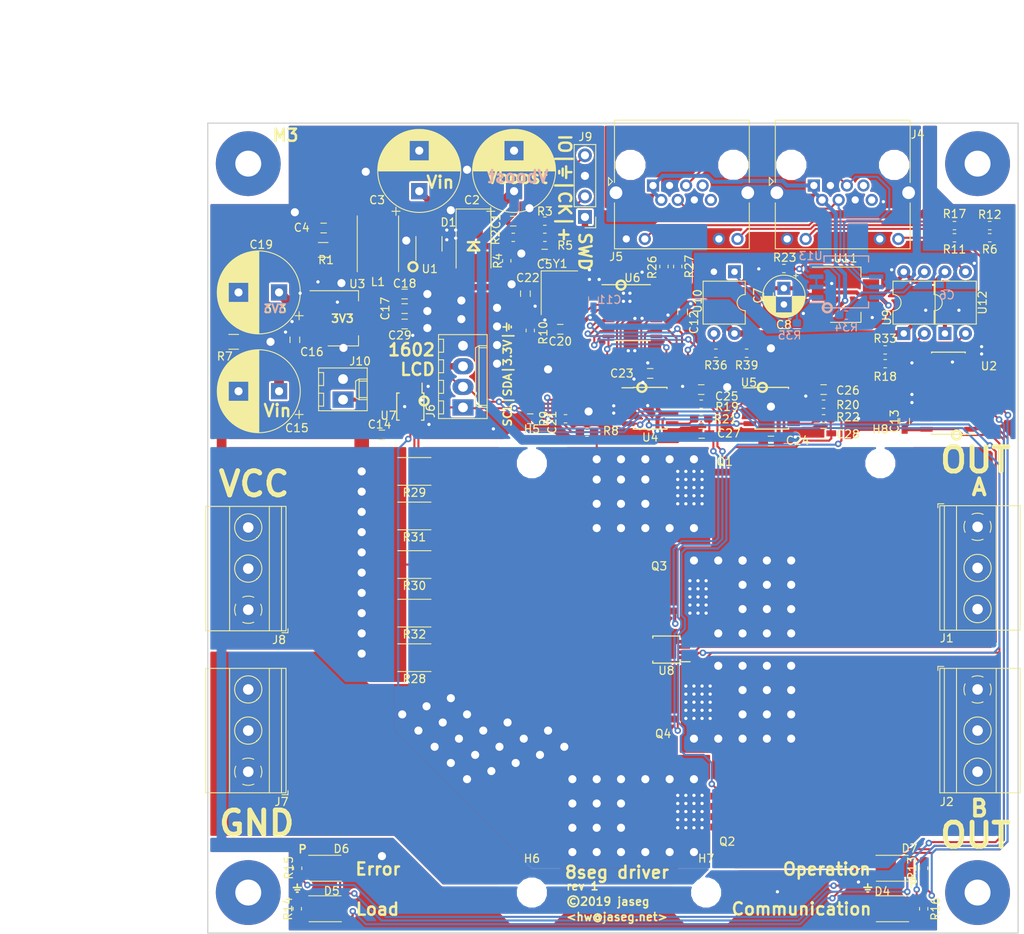
<source format=kicad_pcb>
(kicad_pcb (version 20171130) (host pcbnew "(5.0.1)")
  (layers (0 F.Cu signal) (31 B.Cu signal) (34 B.Paste user) (35 F.Paste user) (36 B.SilkS user) (37 F.SilkS user) (38 B.Mask user) (39 F.Mask user) (44 Edge.Cuts user))
  (net 0 "")
  (net 1 +VSW)
  (net 2 GND)
  (net 3 "Net-(C3-Pad1)")
  (net 4 /VBOOT_MON)
  (net 5 +3V3)
  (net 6 "Net-(C15-Pad1)")
  (net 7 /VIN_MON)
  (net 8 "Net-(D1-Pad2)")
  (net 9 /ISO_5V)
  (net 10 /ISO_GND)
  (net 11 "Net-(R2-Pad1)")
  (net 12 "Net-(R33-Pad2)")
  (net 13 "Net-(U7-Pad3)")
  (net 14 "Net-(U8-Pad3)")
  (net 15 /DRV1F)
  (net 16 /DRV2F)
  (net 17 /DRV3F)
  (net 18 /DRV4F)
  (net 19 /OUT_A)
  (net 20 /OUT_B)
  (net 21 /VIN)
  (net 22 /GND_MEAS)
  (net 23 /DRV1)
  (net 24 /DRV2)
  (net 25 /DRV3)
  (net 26 /DRV4)
  (net 27 /CTRL_B)
  (net 28 /CTRL_A)
  (net 29 /SWCLK)
  (net 30 /SWDIO)
  (net 31 /TX)
  (net 32 /RX)
  (net 33 /RX485_A)
  (net 34 /RS485_B)
  (net 35 /BUS_VCC)
  (net 36 /SDA)
  (net 37 /SCL)
  (net 38 "Net-(R6-Pad1)")
  (net 39 "Net-(R12-Pad1)")
  (net 40 /DE)
  (net 41 "Net-(R18-Pad2)")
  (net 42 /ISO_DE)
  (net 43 /ISO_DI)
  (net 44 "Net-(R35-Pad2)")
  (net 45 /ISO_RO)
  (net 46 "Net-(R36-Pad2)")
  (net 47 /SCK)
  (net 48 /MOSI)
  (net 49 /CLED1)
  (net 50 /CLED2)
  (net 51 "Net-(J4-Pad8)")
  (net 52 "Net-(J4-Pad7)")
  (net 53 "Net-(J5-Pad7)")
  (net 54 "Net-(J5-Pad8)")
  (net 55 /CLED4)
  (net 56 /CLED3)
  (net 57 "Net-(U2-Pad9)")
  (net 58 "Net-(R11-Pad1)")
  (net 59 /SLED1)
  (net 60 /SLED2)
  (net 61 /SLED3)
  (net 62 /SLED4)
  (net 63 "Net-(R17-Pad1)")
  (net 64 "Net-(D4-Pad1)")
  (net 65 "Net-(D5-Pad1)")
  (net 66 "Net-(D6-Pad1)")
  (net 67 "Net-(D7-Pad1)")
  (net 68 /XT1)
  (net 69 /XT2)
  (net 70 /RST)
  (module Connectors_Molex:Molex_KK-6410-04_04x2.54mm_Straight (layer F.Cu) (at 101.5 90.1 90)
    (fp_text reference J6 (at -0.45 -4 270) (layer F.SilkS))
    (fp_text value "1602 I2C LCD")
    (pad 4 thru_hole oval (at 7.62 0 90) (size 2 2.6) (drill 1.2) (layers *.Cu *.Mask) (net 2 GND))
    (pad 3 thru_hole oval (at 5.08 0 90) (size 2 2.6) (drill 1.2) (layers *.Cu *.Mask) (net 5 +3V3))
    (pad 2 thru_hole oval (at 2.54 0 90) (size 2 2.6) (drill 1.2) (layers *.Cu *.Mask) (net 36 /SDA))
    (pad 1 thru_hole rect (at 0 0 90) (size 2 2.6) (drill 1.2) (layers *.Cu *.Mask) (net 37 /SCL))
  )
  (module Package_SO:MSOP-10_3x3mm_P0.5mm (layer F.Cu) (at 95 90 270)
    (fp_text reference U7 (at 1.1 2.7) (layer F.SilkS))
    (fp_text value INA226)
    (pad 1 smd rect (at -2.2 -1 270) (size 1.4 0.3) (layers F.Cu F.Paste F.Mask) (net 2 GND))
    (pad 2 smd rect (at -2.2 -0.5 270) (size 1.4 0.3) (layers F.Cu F.Paste F.Mask) (net 2 GND))
    (pad 3 smd rect (at -2.2 0 270) (size 1.4 0.3) (layers F.Cu F.Paste F.Mask) (net 13 "Net-(U7-Pad3)"))
    (pad 4 smd rect (at -2.2 0.5 270) (size 1.4 0.3) (layers F.Cu F.Paste F.Mask) (net 36 /SDA))
    (pad 5 smd rect (at -2.2 1 270) (size 1.4 0.3) (layers F.Cu F.Paste F.Mask) (net 37 /SCL))
    (pad 6 smd rect (at 2.2 1 270) (size 1.4 0.3) (layers F.Cu F.Paste F.Mask) (net 5 +3V3))
    (pad 7 smd rect (at 2.2 0.5 270) (size 1.4 0.3) (layers F.Cu F.Paste F.Mask) (net 2 GND))
    (pad 8 smd rect (at 2.2 0 270) (size 1.4 0.3) (layers F.Cu F.Paste F.Mask) (net 21 /VIN))
    (pad 9 smd rect (at 2.2 -0.5 270) (size 1.4 0.3) (layers F.Cu F.Paste F.Mask) (net 2 GND))
    (pad 10 smd rect (at 2.2 -1 270) (size 1.4 0.3) (layers F.Cu F.Paste F.Mask) (net 22 /GND_MEAS))
  )
  (module Package_SO:TSSOP-20_4.4x6.5mm_P0.65mm (layer F.Cu) (at 122.4 78.4)
    (fp_text reference U6 (at 0 -4.3) (layer F.SilkS))
    (fp_text value STM32F030F4Px)
    (pad 1 smd rect (at -2.95 -2.925) (size 1.45 0.45) (layers F.Cu F.Paste F.Mask) (net 2 GND))
    (pad 2 smd rect (at -2.95 -2.275) (size 1.45 0.45) (layers F.Cu F.Paste F.Mask) (net 69 /XT2))
    (pad 3 smd rect (at -2.95 -1.625) (size 1.45 0.45) (layers F.Cu F.Paste F.Mask) (net 68 /XT1))
    (pad 4 smd rect (at -2.95 -0.975) (size 1.45 0.45) (layers F.Cu F.Paste F.Mask) (net 70 /RST))
    (pad 5 smd rect (at -2.95 -0.325) (size 1.45 0.45) (layers F.Cu F.Paste F.Mask) (net 5 +3V3))
    (pad 6 smd rect (at -2.95 0.325) (size 1.45 0.45) (layers F.Cu F.Paste F.Mask) (net 4 /VBOOT_MON))
    (pad 7 smd rect (at -2.95 0.975) (size 1.45 0.45) (layers F.Cu F.Paste F.Mask) (net 40 /DE))
    (pad 8 smd rect (at -2.95 1.625) (size 1.45 0.45) (layers F.Cu F.Paste F.Mask) (net 31 /TX))
    (pad 9 smd rect (at -2.95 2.275) (size 1.45 0.45) (layers F.Cu F.Paste F.Mask) (net 32 /RX))
    (pad 10 smd rect (at -2.95 2.925) (size 1.45 0.45) (layers F.Cu F.Paste F.Mask) (net 7 /VIN_MON))
    (pad 11 smd rect (at 2.95 2.925) (size 1.45 0.45) (layers F.Cu F.Paste F.Mask) (net 47 /SCK))
    (pad 12 smd rect (at 2.95 2.275) (size 1.45 0.45) (layers F.Cu F.Paste F.Mask) (net 28 /CTRL_A))
    (pad 13 smd rect (at 2.95 1.625) (size 1.45 0.45) (layers F.Cu F.Paste F.Mask) (net 48 /MOSI))
    (pad 14 smd rect (at 2.95 0.975) (size 1.45 0.45) (layers F.Cu F.Paste F.Mask) (net 27 /CTRL_B))
    (pad 15 smd rect (at 2.95 0.325) (size 1.45 0.45) (layers F.Cu F.Paste F.Mask) (net 2 GND))
    (pad 16 smd rect (at 2.95 -0.325) (size 1.45 0.45) (layers F.Cu F.Paste F.Mask) (net 5 +3V3))
    (pad 17 smd rect (at 2.95 -0.975) (size 1.45 0.45) (layers F.Cu F.Paste F.Mask) (net 37 /SCL))
    (pad 18 smd rect (at 2.95 -1.625) (size 1.45 0.45) (layers F.Cu F.Paste F.Mask) (net 36 /SDA))
    (pad 19 smd rect (at 2.95 -2.275) (size 1.45 0.45) (layers F.Cu F.Paste F.Mask) (net 30 /SWDIO))
    (pad 20 smd rect (at 2.95 -2.925) (size 1.45 0.45) (layers F.Cu F.Paste F.Mask) (net 29 /SWCLK))
  )
  (module Resistor_SMD:R_0603_1608Metric_Pad1.05x0.95mm_HandSolder (layer F.Cu) (at 111.6 67.1)
    (fp_text reference R3 (at 0 -1.2) (layer F.SilkS))
    (fp_text value 47k)
    (pad 1 smd roundrect (at -0.875 0) (size 1.05 0.95) (layers F.Cu F.Paste F.Mask) (net 1 +VSW))
    (pad 2 smd roundrect (at 0.875 0) (size 1.05 0.95) (layers F.Cu F.Paste F.Mask) (net 4 /VBOOT_MON))
  )
  (module Resistor_SMD:R_0603_1608Metric_Pad1.05x0.95mm_HandSolder (layer F.Cu) (at 136.5 83.4 180)
    (fp_text reference R39 (at 0 -1.5) (layer F.SilkS))
    (fp_text value 680)
    (pad 2 smd roundrect (at 0.875 0 180) (size 1.05 0.95) (layers F.Cu F.Paste F.Mask) (net 46 "Net-(R36-Pad2)"))
    (pad 1 smd roundrect (at -0.875 0 180) (size 1.05 0.95) (layers F.Cu F.Paste F.Mask) (net 2 GND))
  )
  (module Package_DIP:DIP-4_W7.62mm (layer F.Cu) (at 160.97 80.97 90)
    (fp_text reference U12 (at 3.81 4.63 90) (layer F.SilkS))
    (fp_text value PC817)
    (pad 1 thru_hole rect (at 0 0 90) (size 1.6 1.6) (drill 0.8) (layers *.Cu *.Mask) (net 5 +3V3))
    (pad 3 thru_hole oval (at 7.62 2.54 90) (size 1.6 1.6) (drill 0.8) (layers *.Cu *.Mask) (net 42 /ISO_DE))
    (pad 2 thru_hole oval (at 0 2.54 90) (size 1.6 1.6) (drill 0.8) (layers *.Cu *.Mask) (net 41 "Net-(R18-Pad2)"))
    (pad 4 thru_hole oval (at 7.62 0 90) (size 1.6 1.6) (drill 0.8) (layers *.Cu *.Mask) (net 9 /ISO_5V))
  )
  (module "footprints:Toshiba SOP Advance" (layer F.Cu) (at 130 100 90)
    (fp_text reference Q1 (at 3.2 3.8 180) (layer F.SilkS))
    (fp_text value TPHR6503PL)
    (pad 1 smd rect (at 0 -0.55 90) (size 4.7 3.75) (layers F.Cu F.Paste F.Mask) (net 21 /VIN))
    (pad 3 smd rect (at -1.905 3.5 90) (size 0.85 2.95) (layers F.Cu F.Paste F.Mask) (net 19 /OUT_A))
    (pad 3 smd rect (at -0.635 3.5 90) (size 0.85 2.95) (layers F.Cu F.Paste F.Mask) (net 19 /OUT_A))
    (pad 3 smd rect (at 0.635 3.5 90) (size 0.85 2.95) (layers F.Cu F.Paste F.Mask) (net 19 /OUT_A))
    (pad 2 smd rect (at 1.905 3.5 90) (size 0.85 2.95) (layers F.Cu F.Paste F.Mask) (net 18 /DRV4F))
    (pad 1 smd rect (at 1.905 -3.475 90) (size 0.85 3) (layers F.Cu F.Paste F.Mask) (net 21 /VIN))
    (pad 1 smd rect (at 0.635 -3.475 90) (size 0.85 3) (layers F.Cu F.Paste F.Mask) (net 21 /VIN))
    (pad 1 smd rect (at -0.635 -3.475 90) (size 0.85 3) (layers F.Cu F.Paste F.Mask) (net 21 /VIN))
    (pad 1 smd rect (at -1.905 -3.475 90) (size 0.85 3) (layers F.Cu F.Paste F.Mask) (net 21 /VIN))
  )
  (module "footprints:Toshiba SOP Advance" (layer F.Cu) (at 130 140 90)
    (fp_text reference Q2 (at -3.7 4.1 180) (layer F.SilkS))
    (fp_text value TPHR6503PL)
    (pad 1 smd rect (at 0 -0.55 90) (size 4.7 3.75) (layers F.Cu F.Paste F.Mask) (net 21 /VIN))
    (pad 3 smd rect (at -1.905 3.5 90) (size 0.85 2.95) (layers F.Cu F.Paste F.Mask) (net 20 /OUT_B))
    (pad 3 smd rect (at -0.635 3.5 90) (size 0.85 2.95) (layers F.Cu F.Paste F.Mask) (net 20 /OUT_B))
    (pad 3 smd rect (at 0.635 3.5 90) (size 0.85 2.95) (layers F.Cu F.Paste F.Mask) (net 20 /OUT_B))
    (pad 2 smd rect (at 1.905 3.5 90) (size 0.85 2.95) (layers F.Cu F.Paste F.Mask) (net 16 /DRV2F))
    (pad 1 smd rect (at 1.905 -3.475 90) (size 0.85 3) (layers F.Cu F.Paste F.Mask) (net 21 /VIN))
    (pad 1 smd rect (at 0.635 -3.475 90) (size 0.85 3) (layers F.Cu F.Paste F.Mask) (net 21 /VIN))
    (pad 1 smd rect (at -0.635 -3.475 90) (size 0.85 3) (layers F.Cu F.Paste F.Mask) (net 21 /VIN))
    (pad 1 smd rect (at -1.905 -3.475 90) (size 0.85 3) (layers F.Cu F.Paste F.Mask) (net 21 /VIN))
  )
  (module "footprints:Toshiba SOP Advance" (layer F.Cu) (at 130 113.3333 270)
    (fp_text reference Q3 (at -3.6333 4.3) (layer F.SilkS))
    (fp_text value TPHR6503PL)
    (pad 1 smd rect (at 0 -0.55 270) (size 4.7 3.75) (layers F.Cu F.Paste F.Mask) (net 19 /OUT_A))
    (pad 3 smd rect (at -1.905 3.5 270) (size 0.85 2.95) (layers F.Cu F.Paste F.Mask) (net 22 /GND_MEAS))
    (pad 3 smd rect (at -0.635 3.5 270) (size 0.85 2.95) (layers F.Cu F.Paste F.Mask) (net 22 /GND_MEAS))
    (pad 3 smd rect (at 0.635 3.5 270) (size 0.85 2.95) (layers F.Cu F.Paste F.Mask) (net 22 /GND_MEAS))
    (pad 2 smd rect (at 1.905 3.5 270) (size 0.85 2.95) (layers F.Cu F.Paste F.Mask) (net 17 /DRV3F))
    (pad 1 smd rect (at 1.905 -3.475 270) (size 0.85 3) (layers F.Cu F.Paste F.Mask) (net 19 /OUT_A))
    (pad 1 smd rect (at 0.635 -3.475 270) (size 0.85 3) (layers F.Cu F.Paste F.Mask) (net 19 /OUT_A))
    (pad 1 smd rect (at -0.635 -3.475 270) (size 0.85 3) (layers F.Cu F.Paste F.Mask) (net 19 /OUT_A))
    (pad 1 smd rect (at -1.905 -3.475 270) (size 0.85 3) (layers F.Cu F.Paste F.Mask) (net 19 /OUT_A))
  )
  (module "footprints:Toshiba SOP Advance" (layer F.Cu) (at 130 126.6667 270)
    (fp_text reference Q4 (at 3.7333 3.8) (layer F.SilkS))
    (fp_text value TPHR6503PL)
    (pad 1 smd rect (at 0 -0.55 270) (size 4.7 3.75) (layers F.Cu F.Paste F.Mask) (net 20 /OUT_B))
    (pad 3 smd rect (at -1.905 3.5 270) (size 0.85 2.95) (layers F.Cu F.Paste F.Mask) (net 22 /GND_MEAS))
    (pad 3 smd rect (at -0.635 3.5 270) (size 0.85 2.95) (layers F.Cu F.Paste F.Mask) (net 22 /GND_MEAS))
    (pad 3 smd rect (at 0.635 3.5 270) (size 0.85 2.95) (layers F.Cu F.Paste F.Mask) (net 22 /GND_MEAS))
    (pad 2 smd rect (at 1.905 3.5 270) (size 0.85 2.95) (layers F.Cu F.Paste F.Mask) (net 15 /DRV1F))
    (pad 1 smd rect (at 1.905 -3.475 270) (size 0.85 3) (layers F.Cu F.Paste F.Mask) (net 20 /OUT_B))
    (pad 1 smd rect (at 0.635 -3.475 270) (size 0.85 3) (layers F.Cu F.Paste F.Mask) (net 20 /OUT_B))
    (pad 1 smd rect (at -0.635 -3.475 270) (size 0.85 3) (layers F.Cu F.Paste F.Mask) (net 20 /OUT_B))
    (pad 1 smd rect (at -1.905 -3.475 270) (size 0.85 3) (layers F.Cu F.Paste F.Mask) (net 20 /OUT_B))
  )
  (module Capacitors_SMD:C_0603_HandSoldering (layer F.Cu) (at 107.7 67.1)
    (fp_text reference C1 (at -2.1 0 90) (layer F.SilkS))
    (fp_text value 10u)
    (pad 1 smd rect (at -0.95 0) (size 1.2 0.75) (layers F.Cu F.Paste F.Mask) (net 1 +VSW))
    (pad 2 smd rect (at 0.95 0) (size 1.2 0.75) (layers F.Cu F.Paste F.Mask) (net 2 GND))
  )
  (module Capacitors_SMD:C_0603_HandSoldering (layer F.Cu) (at 84.3 67.95 180)
    (fp_text reference C4 (at 2.7 0.05 180) (layer F.SilkS))
    (fp_text value 10u)
    (pad 1 smd rect (at -0.95 0 180) (size 1.2 0.75) (layers F.Cu F.Paste F.Mask) (net 3 "Net-(C3-Pad1)"))
    (pad 2 smd rect (at 0.95 0 180) (size 1.2 0.75) (layers F.Cu F.Paste F.Mask) (net 2 GND))
  )
  (module Capacitors_SMD:C_0603_HandSoldering (layer F.Cu) (at 111.574999 71.174999 180)
    (fp_text reference C5 (at 0 -1.25 180) (layer F.SilkS))
    (fp_text value 100n)
    (pad 1 smd rect (at -0.95 0 180) (size 1.2 0.75) (layers F.Cu F.Paste F.Mask) (net 4 /VBOOT_MON))
    (pad 2 smd rect (at 0.95 0 180) (size 1.2 0.75) (layers F.Cu F.Paste F.Mask) (net 2 GND))
  )
  (module Capacitors_SMD:C_0603_HandSoldering (layer B.Cu) (at 117.6 76.8 90)
    (fp_text reference C11 (at 0 2 180) (layer B.SilkS) (effects (justify mirror)))
    (fp_text value 100n)
    (pad 2 smd rect (at 0.95 0 90) (size 1.2 0.75) (layers B.Cu B.Paste B.Mask) (net 2 GND))
    (pad 1 smd rect (at -0.95 0 90) (size 1.2 0.75) (layers B.Cu B.Paste B.Mask) (net 5 +3V3))
  )
  (module Capacitors_SMD:C_0603_HandSoldering (layer F.Cu) (at 128.6 78.3 270)
    (fp_text reference C12 (at 1.3 -1.4 270) (layer F.SilkS))
    (fp_text value 100n)
    (pad 1 smd rect (at -0.95 0 270) (size 1.2 0.75) (layers F.Cu F.Paste F.Mask) (net 5 +3V3))
    (pad 2 smd rect (at 0.95 0 270) (size 1.2 0.75) (layers F.Cu F.Paste F.Mask) (net 2 GND))
  )
  (module Capacitors_SMD:C_0603_HandSoldering (layer F.Cu) (at 156 91.8 90)
    (fp_text reference C13 (at 0 -1.25 90) (layer F.SilkS))
    (fp_text value 100n)
    (pad 2 smd rect (at 0.95 0 90) (size 1.2 0.75) (layers F.Cu F.Paste F.Mask) (net 2 GND))
    (pad 1 smd rect (at -0.95 0 90) (size 1.2 0.75) (layers F.Cu F.Paste F.Mask) (net 5 +3V3))
  )
  (module Capacitors_SMD:C_0603_HandSoldering (layer F.Cu) (at 91.5 93.5 180)
    (fp_text reference C14 (at 0.3 1.3 180) (layer F.SilkS))
    (fp_text value 100n)
    (pad 1 smd rect (at -0.95 0 180) (size 1.2 0.75) (layers F.Cu F.Paste F.Mask) (net 5 +3V3))
    (pad 2 smd rect (at 0.95 0 180) (size 1.2 0.75) (layers F.Cu F.Paste F.Mask) (net 2 GND))
  )
  (module Capacitors_SMD:C_0603_HandSoldering (layer F.Cu) (at 80.75 81.75 90)
    (fp_text reference C16 (at -1.5 2.1 180) (layer F.SilkS))
    (fp_text value 1u)
    (pad 1 smd rect (at -0.95 0 90) (size 1.2 0.75) (layers F.Cu F.Paste F.Mask) (net 6 "Net-(C15-Pad1)"))
    (pad 2 smd rect (at 0.95 0 90) (size 1.2 0.75) (layers F.Cu F.Paste F.Mask) (net 2 GND))
  )
  (module Capacitors_SMD:C_0603_HandSoldering (layer F.Cu) (at 94.3 77.9)
    (fp_text reference C17 (at -2.4 0 90) (layer F.SilkS))
    (fp_text value 1u)
    (pad 2 smd rect (at 0.95 0) (size 1.2 0.75) (layers F.Cu F.Paste F.Mask) (net 2 GND))
    (pad 1 smd rect (at -0.95 0) (size 1.2 0.75) (layers F.Cu F.Paste F.Mask) (net 5 +3V3))
  )
  (module Capacitors_SMD:C_0603_HandSoldering (layer F.Cu) (at 94.3 76.1)
    (fp_text reference C18 (at 0 -1.3) (layer F.SilkS))
    (fp_text value 10u)
    (pad 2 smd rect (at 0.95 0) (size 1.2 0.75) (layers F.Cu F.Paste F.Mask) (net 2 GND))
    (pad 1 smd rect (at -0.95 0) (size 1.2 0.75) (layers F.Cu F.Paste F.Mask) (net 5 +3V3))
  )
  (module Capacitors_SMD:C_0603_HandSoldering (layer F.Cu) (at 113.5 80.45)
    (fp_text reference C20 (at 0 1.5) (layer F.SilkS))
    (fp_text value 12p)
    (pad 2 smd rect (at 0.95 0) (size 1.2 0.75) (layers F.Cu F.Paste F.Mask) (net 68 /XT1))
    (pad 1 smd rect (at -0.95 0) (size 1.2 0.75) (layers F.Cu F.Paste F.Mask) (net 2 GND))
  )
  (module Capacitors_SMD:C_0603_HandSoldering (layer F.Cu) (at 109.8 91.5 180)
    (fp_text reference C21 (at -2.7 -0.45 270) (layer F.SilkS))
    (fp_text value 100n)
    (pad 2 smd rect (at 0.95 0 180) (size 1.2 0.75) (layers F.Cu F.Paste F.Mask) (net 2 GND))
    (pad 1 smd rect (at -0.95 0 180) (size 1.2 0.75) (layers F.Cu F.Paste F.Mask) (net 7 /VIN_MON))
  )
  (module Capacitors_SMD:C_0603_HandSoldering (layer F.Cu) (at 109.2 76.05 90)
    (fp_text reference C22 (at 1.95 0.3) (layer F.SilkS))
    (fp_text value 12p)
    (pad 1 smd rect (at -0.95 0 90) (size 1.2 0.75) (layers F.Cu F.Paste F.Mask) (net 69 /XT2))
    (pad 2 smd rect (at 0.95 0 90) (size 1.2 0.75) (layers F.Cu F.Paste F.Mask) (net 2 GND))
  )
  (module Capacitors_SMD:C_0603_HandSoldering (layer F.Cu) (at 124.6 85.9 180)
    (fp_text reference C23 (at 3.5 0 180) (layer F.SilkS))
    (fp_text value 100n)
    (pad 2 smd rect (at 0.95 0 180) (size 1.2 0.75) (layers F.Cu F.Paste F.Mask) (net 2 GND))
    (pad 1 smd rect (at -0.95 0 180) (size 1.2 0.75) (layers F.Cu F.Paste F.Mask) (net 1 +VSW))
  )
  (module Capacitors_SMD:C_0603_HandSoldering (layer F.Cu) (at 139.5 94.25 180)
    (fp_text reference C24 (at -3.3 0.05 180) (layer F.SilkS))
    (fp_text value 100n)
    (pad 1 smd rect (at -0.95 0 180) (size 1.2 0.75) (layers F.Cu F.Paste F.Mask) (net 1 +VSW))
    (pad 2 smd rect (at 0.95 0 180) (size 1.2 0.75) (layers F.Cu F.Paste F.Mask) (net 2 GND))
  )
  (module Capacitors_SMD:C_0603_HandSoldering (layer F.Cu) (at 130.9 87.9 180)
    (fp_text reference C25 (at -3.15 -0.825 180) (layer F.SilkS))
    (fp_text value 0)
    (pad 2 smd rect (at 0.95 0 180) (size 1.2 0.75) (layers F.Cu F.Paste F.Mask) (net 2 GND))
    (pad 1 smd rect (at -0.95 0 180) (size 1.2 0.75) (layers F.Cu F.Paste F.Mask) (net 15 /DRV1F))
  )
  (module Capacitors_SMD:C_0603_HandSoldering (layer F.Cu) (at 146 87.9 180)
    (fp_text reference C26 (at -3 -0.1 180) (layer F.SilkS))
    (fp_text value 0)
    (pad 2 smd rect (at 0.95 0 180) (size 1.2 0.75) (layers F.Cu F.Paste F.Mask) (net 2 GND))
    (pad 1 smd rect (at -0.95 0 180) (size 1.2 0.75) (layers F.Cu F.Paste F.Mask) (net 16 /DRV2F))
  )
  (module Capacitors_SMD:C_0603_HandSoldering (layer F.Cu) (at 130.95 93.3)
    (fp_text reference C27 (at 3.35 0) (layer F.SilkS))
    (fp_text value 0)
    (pad 1 smd rect (at -0.95 0) (size 1.2 0.75) (layers F.Cu F.Paste F.Mask) (net 2 GND))
    (pad 2 smd rect (at 0.95 0) (size 1.2 0.75) (layers F.Cu F.Paste F.Mask) (net 17 /DRV3F))
  )
  (module Capacitors_SMD:C_0603_HandSoldering (layer F.Cu) (at 146 93.3)
    (fp_text reference C28 (at 3 0.1) (layer F.SilkS))
    (fp_text value 0)
    (pad 2 smd rect (at 0.95 0) (size 1.2 0.75) (layers F.Cu F.Paste F.Mask) (net 18 /DRV4F))
    (pad 1 smd rect (at -0.95 0) (size 1.2 0.75) (layers F.Cu F.Paste F.Mask) (net 2 GND))
  )
  (module Capacitors_SMD:C_0603_HandSoldering (layer F.Cu) (at 94.3 79.8)
    (fp_text reference C29 (at -0.6 1.4) (layer F.SilkS))
    (fp_text value 100n)
    (pad 2 smd rect (at 0.95 0) (size 1.2 0.75) (layers F.Cu F.Paste F.Mask) (net 2 GND))
    (pad 1 smd rect (at -0.95 0) (size 1.2 0.75) (layers F.Cu F.Paste F.Mask) (net 5 +3V3))
  )
  (module Diode_SMD:D_SMB_Handsoldering (layer F.Cu) (at 102.8 70.2 270)
    (fp_text reference D1 (at -2.95 3.1) (layer F.SilkS))
    (fp_text value "2A schottky")
    (pad 1 smd rect (at -2.7 0 270) (size 3.5 2.3) (layers F.Cu F.Paste F.Mask) (net 1 +VSW))
    (pad 2 smd rect (at 2.7 0 270) (size 3.5 2.3) (layers F.Cu F.Paste F.Mask) (net 8 "Net-(D1-Pad2)"))
  )
  (module LED_SMD:LED_PLCC_2835_Handsoldering (layer F.Cu) (at 155 152)
    (fp_text reference D4 (at -1.75 -2.15) (layer F.SilkS))
    (fp_text value cyan)
    (pad 1 smd rect (at -1.33 0 180) (size 2.5 2.1) (layers F.Cu F.Paste F.Mask) (net 64 "Net-(D4-Pad1)"))
    (pad 2 smd rect (at 1.33 0 180) (size 1.5 2.1) (layers F.Cu F.Paste F.Mask) (net 5 +3V3))
  )
  (module LED_SMD:LED_PLCC_2835_Handsoldering (layer F.Cu) (at 85 152)
    (fp_text reference D5 (at 0.3 -2.2) (layer F.SilkS))
    (fp_text value cyan)
    (pad 2 smd rect (at 1.33 0 180) (size 1.5 2.1) (layers F.Cu F.Paste F.Mask) (net 5 +3V3))
    (pad 1 smd rect (at -1.33 0 180) (size 2.5 2.1) (layers F.Cu F.Paste F.Mask) (net 65 "Net-(D5-Pad1)"))
  )
  (module LED_SMD:LED_PLCC_2835_Handsoldering (layer F.Cu) (at 85 147)
    (fp_text reference D6 (at 1.5 -2.4) (layer F.SilkS))
    (fp_text value pink)
    (pad 2 smd rect (at 1.33 0 180) (size 1.5 2.1) (layers F.Cu F.Paste F.Mask) (net 5 +3V3))
    (pad 1 smd rect (at -1.33 0 180) (size 2.5 2.1) (layers F.Cu F.Paste F.Mask) (net 66 "Net-(D6-Pad1)"))
  )
  (module LED_SMD:LED_PLCC_2835_Handsoldering (layer F.Cu) (at 155 147)
    (fp_text reference D7 (at 1.6 -2.45) (layer F.SilkS))
    (fp_text value pink)
    (pad 1 smd rect (at -1.33 0 180) (size 2.5 2.1) (layers F.Cu F.Paste F.Mask) (net 67 "Net-(D7-Pad1)"))
    (pad 2 smd rect (at 1.33 0 180) (size 1.5 2.1) (layers F.Cu F.Paste F.Mask) (net 5 +3V3))
  )
  (module TerminalBlock_Phoenix:TerminalBlock_Phoenix_MKDS-1,5-3-5.08_1x03_P5.08mm_Horizontal (layer F.Cu) (at 165 104.84 270)
    (fp_text reference J1 (at 13.76 3.8) (layer F.SilkS))
    (fp_text value OUT_A)
    (pad 1 thru_hole rect (at 0 0 270) (size 2.6 2.6) (drill 1.3) (layers *.Cu *.Mask) (net 19 /OUT_A))
    (pad 2 thru_hole circle (at 5.08 0 270) (size 2.6 2.6) (drill 1.3) (layers *.Cu *.Mask) (net 19 /OUT_A))
    (pad 3 thru_hole circle (at 10.16 0 270) (size 2.6 2.6) (drill 1.3) (layers *.Cu *.Mask) (net 19 /OUT_A))
  )
  (module TerminalBlock_Phoenix:TerminalBlock_Phoenix_MKDS-1,5-3-5.08_1x03_P5.08mm_Horizontal (layer F.Cu) (at 165 124.92 270)
    (fp_text reference J2 (at 13.88 3.8) (layer F.SilkS))
    (fp_text value OUT_B)
    (pad 3 thru_hole circle (at 10.16 0 270) (size 2.6 2.6) (drill 1.3) (layers *.Cu *.Mask) (net 20 /OUT_B))
    (pad 2 thru_hole circle (at 5.08 0 270) (size 2.6 2.6) (drill 1.3) (layers *.Cu *.Mask) (net 20 /OUT_B))
    (pad 1 thru_hole rect (at 0 0 270) (size 2.6 2.6) (drill 1.3) (layers *.Cu *.Mask) (net 20 /OUT_B))
  )
  (module TerminalBlock_Phoenix:TerminalBlock_Phoenix_MKDS-1,5-3-5.08_1x03_P5.08mm_Horizontal (layer F.Cu) (at 75 135.08 90)
    (fp_text reference J7 (at -3.72 4.1 180) (layer F.SilkS))
    (fp_text value IN_VCC)
    (pad 3 thru_hole circle (at 10.16 0 90) (size 2.6 2.6) (drill 1.3) (layers *.Cu *.Mask) (net 21 /VIN))
    (pad 2 thru_hole circle (at 5.08 0 90) (size 2.6 2.6) (drill 1.3) (layers *.Cu *.Mask) (net 21 /VIN))
    (pad 1 thru_hole rect (at 0 0 90) (size 2.6 2.6) (drill 1.3) (layers *.Cu *.Mask) (net 21 /VIN))
  )
  (module TerminalBlock_Phoenix:TerminalBlock_Phoenix_MKDS-1,5-3-5.08_1x03_P5.08mm_Horizontal (layer F.Cu) (at 75 115.08 90)
    (fp_text reference J8 (at -3.72 3.8 180) (layer F.SilkS))
    (fp_text value IN_GND)
    (pad 1 thru_hole rect (at 0 0 90) (size 2.6 2.6) (drill 1.3) (layers *.Cu *.Mask) (net 2 GND))
    (pad 2 thru_hole circle (at 5.08 0 90) (size 2.6 2.6) (drill 1.3) (layers *.Cu *.Mask) (net 2 GND))
    (pad 3 thru_hole circle (at 10.16 0 90) (size 2.6 2.6) (drill 1.3) (layers *.Cu *.Mask) (net 2 GND))
  )
  (module Inductor_SMD:L_Taiyo-Yuden_NR-50xx_HandSoldering (layer F.Cu) (at 91 69.9 270)
    (fp_text reference L1 (at 4.7 0) (layer F.SilkS))
    (fp_text value 10u)
    (pad 1 smd rect (at -2.25 0 270) (size 2.4 4.2) (layers F.Cu F.Paste F.Mask) (net 3 "Net-(C3-Pad1)"))
    (pad 2 smd rect (at 2.25 0 270) (size 2.4 4.2) (layers F.Cu F.Paste F.Mask) (net 8 "Net-(D1-Pad2)"))
  )
  (module Resistor_SMD:R_0603_1608Metric_Pad1.05x0.95mm_HandSolder (layer F.Cu) (at 107.7 69.1)
    (fp_text reference R2 (at -2.2 0 90) (layer F.SilkS))
    (fp_text value 100k)
    (pad 2 smd roundrect (at 0.875 0) (size 1.05 0.95) (layers F.Cu F.Paste F.Mask) (net 1 +VSW))
    (pad 1 smd roundrect (at -0.875 0) (size 1.05 0.95) (layers F.Cu F.Paste F.Mask) (net 11 "Net-(R2-Pad1)"))
  )
  (module Resistor_SMD:R_0603_1608Metric_Pad1.05x0.95mm_HandSolder (layer F.Cu) (at 106.9 72 90)
    (fp_text reference R4 (at 0 -1.1 270) (layer F.SilkS))
    (fp_text value 3k3)
    (pad 2 smd roundrect (at 0.875 0 90) (size 1.05 0.95) (layers F.Cu F.Paste F.Mask) (net 11 "Net-(R2-Pad1)"))
    (pad 1 smd roundrect (at -0.875 0 90) (size 1.05 0.95) (layers F.Cu F.Paste F.Mask) (net 2 GND))
  )
  (module Resistor_SMD:R_0603_1608Metric_Pad1.05x0.95mm_HandSolder (layer F.Cu) (at 111.6 69.1)
    (fp_text reference R5 (at 2.5 1) (layer F.SilkS))
    (fp_text value 10k)
    (pad 1 smd roundrect (at -0.875 0) (size 1.05 0.95) (layers F.Cu F.Paste F.Mask) (net 2 GND))
    (pad 2 smd roundrect (at 0.875 0) (size 1.05 0.95) (layers F.Cu F.Paste F.Mask) (net 4 /VBOOT_MON))
  )
  (module Resistor_SMD:R_1206_3216Metric_Pad1.42x1.75mm_HandSolder (layer F.Cu) (at 73.2 82)
    (fp_text reference R7 (at -1.1 1.8) (layer F.SilkS))
    (fp_text value "10R .5W")
    (pad 1 smd roundrect (at -1.4875 0) (size 1.425 1.75) (layers F.Cu F.Paste F.Mask) (roundrect_rratio 0.175439) (net 21 /VIN))
    (pad 2 smd roundrect (at 1.4875 0) (size 1.425 1.75) (layers F.Cu F.Paste F.Mask) (roundrect_rratio 0.175439) (net 6 "Net-(C15-Pad1)"))
  )
  (module Resistor_SMD:R_0603_1608Metric_Pad1.05x0.95mm_HandSolder (layer F.Cu) (at 116.8 93.15 180)
    (fp_text reference R8 (at -2.95 0.15) (layer F.SilkS))
    (fp_text value 47k)
    (pad 2 smd roundrect (at 0.875 0 180) (size 1.05 0.95) (layers F.Cu F.Paste F.Mask) (net 7 /VIN_MON))
    (pad 1 smd roundrect (at -0.875 0 180) (size 1.05 0.95) (layers F.Cu F.Paste F.Mask) (net 21 /VIN))
  )
  (module Resistor_SMD:R_0603_1608Metric_Pad1.05x0.95mm_HandSolder (layer F.Cu) (at 114.15 91.5 180)
    (fp_text reference R9 (at 2.65 0 -90) (layer F.SilkS))
    (fp_text value 10k)
    (pad 1 smd roundrect (at -0.875 0 180) (size 1.05 0.95) (layers F.Cu F.Paste F.Mask) (net 2 GND))
    (pad 2 smd roundrect (at 0.875 0 180) (size 1.05 0.95) (layers F.Cu F.Paste F.Mask) (net 7 /VIN_MON))
  )
  (module Resistor_SMD:R_0603_1608Metric_Pad1.05x0.95mm_HandSolder (layer F.Cu) (at 109.8 80.6 90)
    (fp_text reference R10 (at -0.3 1.6 90) (layer F.SilkS))
    (fp_text value 10k)
    (pad 2 smd roundrect (at 0.875 0 90) (size 1.05 0.95) (layers F.Cu F.Paste F.Mask) (net 5 +3V3))
    (pad 1 smd roundrect (at -0.875 0 90) (size 1.05 0.95) (layers F.Cu F.Paste F.Mask) (net 70 /RST))
  )
  (module Resistor_SMD:R_0603_1608Metric_Pad1.05x0.95mm_HandSolder (layer F.Cu) (at 158.35 147 90)
    (fp_text reference R13 (at 0 -1.43 90) (layer F.SilkS))
    (fp_text value 150)
    (pad 1 smd roundrect (at -0.875 0 90) (size 1.05 0.95) (layers F.Cu F.Paste F.Mask) (net 59 /SLED1))
    (pad 2 smd roundrect (at 0.875 0 90) (size 1.05 0.95) (layers F.Cu F.Paste F.Mask) (net 67 "Net-(D7-Pad1)"))
  )
  (module Resistor_SMD:R_0603_1608Metric_Pad1.05x0.95mm_HandSolder (layer F.Cu) (at 81.05 152 90)
    (fp_text reference R14 (at 0 -1.15 90) (layer F.SilkS))
    (fp_text value 150)
    (pad 2 smd roundrect (at 0.875 0 90) (size 1.05 0.95) (layers F.Cu F.Paste F.Mask) (net 65 "Net-(D5-Pad1)"))
    (pad 1 smd roundrect (at -0.875 0 90) (size 1.05 0.95) (layers F.Cu F.Paste F.Mask) (net 60 /SLED2))
  )
  (module Resistor_SMD:R_0603_1608Metric_Pad1.05x0.95mm_HandSolder (layer F.Cu) (at 81.1 147 90)
    (fp_text reference R15 (at 0.05 -1.1 90) (layer F.SilkS))
    (fp_text value 150)
    (pad 2 smd roundrect (at 0.875 0 90) (size 1.05 0.95) (layers F.Cu F.Paste F.Mask) (net 66 "Net-(D6-Pad1)"))
    (pad 1 smd roundrect (at -0.875 0 90) (size 1.05 0.95) (layers F.Cu F.Paste F.Mask) (net 61 /SLED3))
  )
  (module Resistor_SMD:R_0603_1608Metric_Pad1.05x0.95mm_HandSolder (layer F.Cu) (at 158.35 152 270)
    (fp_text reference R16 (at 0 -1.43 270) (layer F.SilkS))
    (fp_text value 150)
    (pad 2 smd roundrect (at 0.875 0 270) (size 1.05 0.95) (layers F.Cu F.Paste F.Mask) (net 64 "Net-(D4-Pad1)"))
    (pad 1 smd roundrect (at -0.875 0 270) (size 1.05 0.95) (layers F.Cu F.Paste F.Mask) (net 62 /SLED4))
  )
  (module Resistor_SMD:R_0603_1608Metric_Pad1.05x0.95mm_HandSolder (layer F.Cu) (at 130.9 89.7 180)
    (fp_text reference R19 (at -3.175 -0.325 180) (layer F.SilkS))
    (fp_text value 0R)
    (pad 1 smd roundrect (at -0.875 0 180) (size 1.05 0.95) (layers F.Cu F.Paste F.Mask) (net 15 /DRV1F))
    (pad 2 smd roundrect (at 0.875 0 180) (size 1.05 0.95) (layers F.Cu F.Paste F.Mask) (net 23 /DRV1))
  )
  (module Resistor_SMD:R_0603_1608Metric_Pad1.05x0.95mm_HandSolder (layer F.Cu) (at 146 89.7 180)
    (fp_text reference R20 (at -3 -0.1) (layer F.SilkS))
    (fp_text value 0R)
    (pad 2 smd roundrect (at 0.875 0 180) (size 1.05 0.95) (layers F.Cu F.Paste F.Mask) (net 24 /DRV2))
    (pad 1 smd roundrect (at -0.875 0 180) (size 1.05 0.95) (layers F.Cu F.Paste F.Mask) (net 16 /DRV2F))
  )
  (module Resistor_SMD:R_0603_1608Metric_Pad1.05x0.95mm_HandSolder (layer F.Cu) (at 130.9 91.5 180)
    (fp_text reference R21 (at -3 -0.05 180) (layer F.SilkS))
    (fp_text value 0R)
    (pad 1 smd roundrect (at -0.875 0 180) (size 1.05 0.95) (layers F.Cu F.Paste F.Mask) (net 17 /DRV3F))
    (pad 2 smd roundrect (at 0.875 0 180) (size 1.05 0.95) (layers F.Cu F.Paste F.Mask) (net 25 /DRV3))
  )
  (module Resistor_SMD:R_0603_1608Metric_Pad1.05x0.95mm_HandSolder (layer F.Cu) (at 146 91.5 180)
    (fp_text reference R22 (at -3 0.2 180) (layer F.SilkS))
    (fp_text value 0R)
    (pad 2 smd roundrect (at 0.875 0 180) (size 1.05 0.95) (layers F.Cu F.Paste F.Mask) (net 26 /DRV4))
    (pad 1 smd roundrect (at -0.875 0 180) (size 1.05 0.95) (layers F.Cu F.Paste F.Mask) (net 18 /DRV4F))
  )
  (module Resistor_SMD:R_0603_1608Metric_Pad1.05x0.95mm_HandSolder (layer F.Cu) (at 141.1 72.95 180)
    (fp_text reference R23 (at -0.1 1.35 180) (layer F.SilkS))
    (fp_text value 720)
    (pad 1 smd roundrect (at -0.875 0 180) (size 1.05 0.95) (layers F.Cu F.Paste F.Mask) (net 42 /ISO_DE))
    (pad 2 smd roundrect (at 0.875 0 180) (size 1.05 0.95) (layers F.Cu F.Paste F.Mask) (net 10 /ISO_GND))
  )
  (module Resistor_SMD:R_0603_1608Metric_Pad1.05x0.95mm_HandSolder (layer F.Cu) (at 126.3 72.7 270)
    (fp_text reference R26 (at 0.1 1.45 270) (layer F.SilkS))
    (fp_text value 1k5)
    (pad 1 smd roundrect (at -0.875 0 270) (size 1.05 0.95) (layers F.Cu F.Paste F.Mask) (net 5 +3V3))
    (pad 2 smd roundrect (at 0.875 0 270) (size 1.05 0.95) (layers F.Cu F.Paste F.Mask) (net 36 /SDA))
  )
  (module Resistor_SMD:R_0603_1608Metric_Pad1.05x0.95mm_HandSolder (layer F.Cu) (at 128 72.7 270)
    (fp_text reference R27 (at 0 -1.43 270) (layer F.SilkS))
    (fp_text value 1k5)
    (pad 2 smd roundrect (at 0.875 0 270) (size 1.05 0.95) (layers F.Cu F.Paste F.Mask) (net 37 /SCL))
    (pad 1 smd roundrect (at -0.875 0 270) (size 1.05 0.95) (layers F.Cu F.Paste F.Mask) (net 5 +3V3))
  )
  (module Resistor_SMD:R_2512_6332Metric_Pad1.52x3.35mm_HandSolder (layer F.Cu) (at 95.5 121 180)
    (fp_text reference R28 (at 0 -2.62 180) (layer F.SilkS))
    (fp_text value "5mR 1W 2512")
    (pad 2 smd roundrect (at 2.9875 0 180) (size 1.525 3.35) (layers F.Cu F.Paste F.Mask) (roundrect_rratio 0.163934) (net 2 GND))
    (pad 1 smd roundrect (at -2.9875 0 180) (size 1.525 3.35) (layers F.Cu F.Paste F.Mask) (roundrect_rratio 0.163934) (net 22 /GND_MEAS))
  )
  (module Resistor_SMD:R_2512_6332Metric_Pad1.52x3.35mm_HandSolder (layer F.Cu) (at 95.5 98 180)
    (fp_text reference R29 (at 0 -2.62 180) (layer F.SilkS))
    (fp_text value "5mR 1W")
    (pad 1 smd roundrect (at -2.9875 0 180) (size 1.525 3.35) (layers F.Cu F.Paste F.Mask) (roundrect_rratio 0.163934) (net 22 /GND_MEAS))
    (pad 2 smd roundrect (at 2.9875 0 180) (size 1.525 3.35) (layers F.Cu F.Paste F.Mask) (roundrect_rratio 0.163934) (net 2 GND))
  )
  (module Resistor_SMD:R_2512_6332Metric_Pad1.52x3.35mm_HandSolder (layer F.Cu) (at 95.5 109.5 180)
    (fp_text reference R30 (at 0 -2.62 180) (layer F.SilkS))
    (fp_text value "5mR 1W")
    (pad 1 smd roundrect (at -2.9875 0 180) (size 1.525 3.35) (layers F.Cu F.Paste F.Mask) (roundrect_rratio 0.163934) (net 22 /GND_MEAS))
    (pad 2 smd roundrect (at 2.9875 0 180) (size 1.525 3.35) (layers F.Cu F.Paste F.Mask) (roundrect_rratio 0.163934) (net 2 GND))
  )
  (module Resistor_SMD:R_2512_6332Metric_Pad1.52x3.35mm_HandSolder (layer F.Cu) (at 95.5 103.5 180)
    (fp_text reference R31 (at 0 -2.62 180) (layer F.SilkS))
    (fp_text value "5mR 1W")
    (pad 2 smd roundrect (at 2.9875 0 180) (size 1.525 3.35) (layers F.Cu F.Paste F.Mask) (roundrect_rratio 0.163934) (net 2 GND))
    (pad 1 smd roundrect (at -2.9875 0 180) (size 1.525 3.35) (layers F.Cu F.Paste F.Mask) (roundrect_rratio 0.163934) (net 22 /GND_MEAS))
  )
  (module Resistor_SMD:R_2512_6332Metric_Pad1.52x3.35mm_HandSolder (layer F.Cu) (at 95.5 115.5 180)
    (fp_text reference R32 (at 0 -2.62 180) (layer F.SilkS))
    (fp_text value "5mR 1W")
    (pad 1 smd roundrect (at -2.9875 0 180) (size 1.525 3.35) (layers F.Cu F.Paste F.Mask) (roundrect_rratio 0.163934) (net 22 /GND_MEAS))
    (pad 2 smd roundrect (at 2.9875 0 180) (size 1.525 3.35) (layers F.Cu F.Paste F.Mask) (roundrect_rratio 0.163934) (net 2 GND))
  )
  (module Resistor_SMD:R_0603_1608Metric_Pad1.05x0.95mm_HandSolder (layer F.Cu) (at 153.6 83)
    (fp_text reference R33 (at 0 -1.4 -180) (layer F.SilkS))
    (fp_text value 390)
    (pad 1 smd roundrect (at -0.875 0) (size 1.05 0.95) (layers F.Cu F.Paste F.Mask) (net 31 /TX))
    (pad 2 smd roundrect (at 0.875 0) (size 1.05 0.95) (layers F.Cu F.Paste F.Mask) (net 12 "Net-(R33-Pad2)"))
  )
  (module Resistor_SMD:R_0603_1608Metric_Pad1.05x0.95mm_HandSolder (layer B.Cu) (at 148.8 78.7)
    (fp_text reference R34 (at 0 1.5) (layer B.SilkS) (effects (justify mirror)))
    (fp_text value 720)
    (pad 1 smd roundrect (at -0.875 0) (size 1.05 0.95) (layers B.Cu B.Paste B.Mask) (net 43 /ISO_DI))
    (pad 2 smd roundrect (at 0.875 0) (size 1.05 0.95) (layers B.Cu B.Paste B.Mask) (net 10 /ISO_GND))
  )
  (module Resistor_SMD:R_0603_1608Metric_Pad1.05x0.95mm_HandSolder (layer B.Cu) (at 141.824381 79.685249 180)
    (fp_text reference R35 (at 0.024381 -1.514751 180) (layer B.SilkS) (effects (justify mirror)))
    (fp_text value 390)
    (pad 2 smd roundrect (at 0.875 0 180) (size 1.05 0.95) (layers B.Cu B.Paste B.Mask) (net 44 "Net-(R35-Pad2)"))
    (pad 1 smd roundrect (at -0.875 0 180) (size 1.05 0.95) (layers B.Cu B.Paste B.Mask) (net 45 /ISO_RO))
  )
  (module Resistor_SMD:R_0603_1608Metric_Pad1.05x0.95mm_HandSolder (layer F.Cu) (at 132.7 83.4)
    (fp_text reference R36 (at 0 1.5 -180) (layer F.SilkS))
    (fp_text value 10k)
    (pad 1 smd roundrect (at -0.875 0) (size 1.05 0.95) (layers F.Cu F.Paste F.Mask) (net 32 /RX))
    (pad 2 smd roundrect (at 0.875 0) (size 1.05 0.95) (layers F.Cu F.Paste F.Mask) (net 46 "Net-(R36-Pad2)"))
  )
  (module Package_TO_SOT_SMD:SOT-23-6_Handsoldering (layer F.Cu) (at 97.3 69.9 90)
    (fp_text reference U1 (at -3.1 0.1 180) (layer F.SilkS))
    (fp_text value MT3608)
    (pad 1 smd rect (at -1.35 -0.95 90) (size 1.56 0.65) (layers F.Cu F.Paste F.Mask) (net 8 "Net-(D1-Pad2)"))
    (pad 2 smd rect (at -1.35 0 90) (size 1.56 0.65) (layers F.Cu F.Paste F.Mask) (net 2 GND))
    (pad 3 smd rect (at -1.35 0.95 90) (size 1.56 0.65) (layers F.Cu F.Paste F.Mask) (net 11 "Net-(R2-Pad1)"))
    (pad 4 smd rect (at 1.35 0.95 90) (size 1.56 0.65) (layers F.Cu F.Paste F.Mask) (net 3 "Net-(C3-Pad1)"))
    (pad 6 smd rect (at 1.35 -0.95 90) (size 1.56 0.65) (layers F.Cu F.Paste F.Mask))
    (pad 5 smd rect (at 1.35 0 90) (size 1.56 0.65) (layers F.Cu F.Paste F.Mask) (net 3 "Net-(C3-Pad1)"))
  )
  (module Package_TO_SOT_SMD:SOT-223-3_TabPin2 (layer F.Cu) (at 86.7 79.1)
    (fp_text reference U3 (at 1.75 -4.25) (layer F.SilkS))
    (fp_text value AMS1117-3.3)
    (pad 2 smd rect (at 3.15 0) (size 2 3.8) (layers F.Cu F.Paste F.Mask) (net 5 +3V3))
    (pad 2 smd rect (at -3.15 0) (size 2 1.5) (layers F.Cu F.Paste F.Mask) (net 5 +3V3))
    (pad 3 smd rect (at -3.15 2.3) (size 2 1.5) (layers F.Cu F.Paste F.Mask) (net 6 "Net-(C15-Pad1)"))
    (pad 1 smd rect (at -3.15 -2.3) (size 2 1.5) (layers F.Cu F.Paste F.Mask) (net 2 GND))
  )
  (module Package_DIP:DIP-4_W7.62mm (layer F.Cu) (at 155.89 80.97 90)
    (fp_text reference U9 (at 1.97 -2.09 90) (layer F.SilkS))
    (fp_text value PC817)
    (pad 4 thru_hole oval (at 7.62 0 90) (size 1.6 1.6) (drill 0.8) (layers *.Cu *.Mask) (net 9 /ISO_5V))
    (pad 2 thru_hole oval (at 0 2.54 90) (size 1.6 1.6) (drill 0.8) (layers *.Cu *.Mask) (net 12 "Net-(R33-Pad2)"))
    (pad 3 thru_hole oval (at 7.62 2.54 90) (size 1.6 1.6) (drill 0.8) (layers *.Cu *.Mask) (net 43 /ISO_DI))
    (pad 1 thru_hole rect (at 0 0 90) (size 1.6 1.6) (drill 0.8) (layers *.Cu *.Mask) (net 5 +3V3))
  )
  (module Package_DIP:DIP-4_W7.62mm (layer F.Cu) (at 135 73.35 270)
    (fp_text reference U10 (at 3.62 4.55 270) (layer F.SilkS))
    (fp_text value PC817)
    (pad 1 thru_hole rect (at 0 0 270) (size 1.6 1.6) (drill 0.8) (layers *.Cu *.Mask) (net 44 "Net-(R35-Pad2)"))
    (pad 3 thru_hole oval (at 7.62 2.54 270) (size 1.6 1.6) (drill 0.8) (layers *.Cu *.Mask) (net 46 "Net-(R36-Pad2)"))
    (pad 2 thru_hole oval (at 0 2.54 270) (size 1.6 1.6) (drill 0.8) (layers *.Cu *.Mask) (net 10 /ISO_GND))
    (pad 4 thru_hole oval (at 7.62 0 270) (size 1.6 1.6) (drill 0.8) (layers *.Cu *.Mask) (net 5 +3V3))
  )
  (module Crystal:Crystal_SMD_3225-4Pin_3.2x2.5mm_HandSoldering (layer F.Cu) (at 113.4 75.95 270)
    (fp_text reference Y1 (at -3.6 -0.1) (layer F.SilkS))
    (fp_text value 8MHz)
    (pad 1 smd rect (at -1.45 1.15 270) (size 2.1 1.8) (layers F.Cu F.Paste F.Mask) (net 69 /XT2))
    (pad 2 smd rect (at 1.45 1.15 270) (size 2.1 1.8) (layers F.Cu F.Paste F.Mask) (net 2 GND))
    (pad 3 smd rect (at 1.45 -1.15 270) (size 2.1 1.8) (layers F.Cu F.Paste F.Mask) (net 68 /XT1))
    (pad 4 smd rect (at -1.45 -1.15 270) (size 2.1 1.8) (layers F.Cu F.Paste F.Mask) (net 2 GND))
  )
  (module MountingHole:MountingHole_3.2mm_M3 (layer F.Cu) (at 75 60)
    (fp_text reference H1 hide)
    (fp_text value MountingHole)
    (pad 1 np_thru_hole circle (at 0 0) (size 8 8) (drill 3.2) (layers *.Cu *.Mask))
  )
  (module MountingHole:MountingHole_3.2mm_M3 (layer F.Cu) (at 165 60)
    (fp_text reference H2 hide)
    (fp_text value MountingHole)
    (pad 1 np_thru_hole circle (at 0 0) (size 8 8) (drill 3.2) (layers *.Cu *.Mask))
  )
  (module MountingHole:MountingHole_3.2mm_M3 (layer F.Cu) (at 75 150)
    (fp_text reference H3 hide)
    (fp_text value MountingHole)
    (pad 1 np_thru_hole circle (at 0 0) (size 8 8) (drill 3.2) (layers *.Cu *.Mask))
  )
  (module MountingHole:MountingHole_3.2mm_M3 (layer F.Cu) (at 165 150)
    (fp_text reference H4 hide)
    (fp_text value MountingHole)
    (pad 1 np_thru_hole circle (at 0 0) (size 8 8) (drill 3.2) (layers *.Cu *.Mask))
  )
  (module Package_SO:SOIC-8_3.9x4.9mm_P1.27mm (layer F.Cu) (at 124.6 90.2)
    (fp_text reference U4 (at 0 3.6) (layer F.SilkS))
    (fp_text value TC4427)
    (pad 8 smd rect (at 2.7 -1.905) (size 1.55 0.6) (layers F.Cu F.Paste F.Mask))
    (pad 7 smd rect (at 2.7 -0.635) (size 1.55 0.6) (layers F.Cu F.Paste F.Mask) (net 23 /DRV1))
    (pad 6 smd rect (at 2.7 0.635) (size 1.55 0.6) (layers F.Cu F.Paste F.Mask) (net 1 +VSW))
    (pad 5 smd rect (at 2.7 1.905) (size 1.55 0.6) (layers F.Cu F.Paste F.Mask) (net 25 /DRV3))
    (pad 4 smd rect (at -2.7 1.905) (size 1.55 0.6) (layers F.Cu F.Paste F.Mask) (net 27 /CTRL_B))
    (pad 3 smd rect (at -2.7 0.635) (size 1.55 0.6) (layers F.Cu F.Paste F.Mask) (net 2 GND))
    (pad 2 smd rect (at -2.7 -0.635) (size 1.55 0.6) (layers F.Cu F.Paste F.Mask) (net 28 /CTRL_A))
    (pad 1 smd rect (at -2.7 -1.905) (size 1.55 0.6) (layers F.Cu F.Paste F.Mask))
  )
  (module Package_SO:SOIC-8_3.9x4.9mm_P1.27mm (layer F.Cu) (at 139.6 90.2)
    (fp_text reference U5 (at -2.825 -3.175) (layer F.SilkS))
    (fp_text value TC4427)
    (pad 1 smd rect (at -2.7 -1.905) (size 1.55 0.6) (layers F.Cu F.Paste F.Mask))
    (pad 2 smd rect (at -2.7 -0.635) (size 1.55 0.6) (layers F.Cu F.Paste F.Mask) (net 27 /CTRL_B))
    (pad 3 smd rect (at -2.7 0.635) (size 1.55 0.6) (layers F.Cu F.Paste F.Mask) (net 2 GND))
    (pad 4 smd rect (at -2.7 1.905) (size 1.55 0.6) (layers F.Cu F.Paste F.Mask) (net 28 /CTRL_A))
    (pad 5 smd rect (at 2.7 1.905) (size 1.55 0.6) (layers F.Cu F.Paste F.Mask) (net 26 /DRV4))
    (pad 6 smd rect (at 2.7 0.635) (size 1.55 0.6) (layers F.Cu F.Paste F.Mask) (net 1 +VSW))
    (pad 7 smd rect (at 2.7 -0.635) (size 1.55 0.6) (layers F.Cu F.Paste F.Mask) (net 24 /DRV2))
    (pad 8 smd rect (at 2.7 -1.905) (size 1.55 0.6) (layers F.Cu F.Paste F.Mask))
  )
  (module Capacitor_THT:CP_Radial_D10.0mm_P5.00mm (layer F.Cu) (at 107.8 63.4 90)
    (fp_text reference C2 (at -1.1 -5.2 180) (layer F.SilkS))
    (fp_text value 470u)
    (pad 2 thru_hole circle (at 5 0 90) (size 2 2) (drill 1) (layers *.Cu *.Mask) (net 2 GND))
    (pad 1 thru_hole rect (at 0 0 90) (size 2 2) (drill 1) (layers *.Cu *.Mask) (net 1 +VSW))
  )
  (module Capacitor_THT:CP_Radial_D10.0mm_P5.00mm (layer F.Cu) (at 96.1 63.4 90)
    (fp_text reference C3 (at -1.1 -5.2 180) (layer F.SilkS))
    (fp_text value 470u)
    (pad 1 thru_hole rect (at 0 0 90) (size 2 2) (drill 1) (layers *.Cu *.Mask) (net 3 "Net-(C3-Pad1)"))
    (pad 2 thru_hole circle (at 5 0 90) (size 2 2) (drill 1) (layers *.Cu *.Mask) (net 2 GND))
  )
  (module Capacitor_THT:CP_Radial_D10.0mm_P5.00mm (layer F.Cu) (at 78.8 88.1 180)
    (fp_text reference C15 (at -2.2 -4.55 180) (layer F.SilkS))
    (fp_text value 100u)
    (pad 2 thru_hole circle (at 5 0 180) (size 2 2) (drill 1) (layers *.Cu *.Mask) (net 2 GND))
    (pad 1 thru_hole rect (at 0 0 180) (size 2 2) (drill 1) (layers *.Cu *.Mask) (net 6 "Net-(C15-Pad1)"))
  )
  (module Capacitor_THT:CP_Radial_D10.0mm_P5.00mm (layer F.Cu) (at 78.8 75.9 180)
    (fp_text reference C19 (at 2.2 5.9 180) (layer F.SilkS))
    (fp_text value 470u)
    (pad 1 thru_hole rect (at 0 0 180) (size 2 2) (drill 1) (layers *.Cu *.Mask) (net 5 +3V3))
    (pad 2 thru_hole circle (at 5 0 180) (size 2 2) (drill 1) (layers *.Cu *.Mask) (net 2 GND))
  )
  (module Pin_Headers:Pin_Header_Straight_1x04_Pitch2.54mm (layer F.Cu) (at 116.55 66.59 180)
    (fp_text reference J9 (at -0.05 9.89) (layer F.SilkS))
    (fp_text value SWD)
    (pad 1 thru_hole rect (at 0 0 180) (size 1.7 1.7) (drill 1) (layers *.Cu *.Mask) (net 5 +3V3))
    (pad 2 thru_hole oval (at 0 2.54 180) (size 1.7 1.7) (drill 1) (layers *.Cu *.Mask) (net 29 /SWCLK))
    (pad 3 thru_hole oval (at 0 5.08 180) (size 1.7 1.7) (drill 1) (layers *.Cu *.Mask) (net 2 GND))
    (pad 4 thru_hole oval (at 0 7.62 180) (size 1.7 1.7) (drill 1) (layers *.Cu *.Mask) (net 30 /SWDIO))
  )
  (module Resistor_SMD:R_1206_3216Metric_Pad1.42x1.75mm_HandSolder (layer F.Cu) (at 84.25 70.65)
    (fp_text reference R1 (at 0.35 1.25) (layer F.SilkS))
    (fp_text value "10R .5W")
    (pad 1 smd roundrect (at -1.4875 0) (size 1.425 1.75) (layers F.Cu F.Paste F.Mask) (roundrect_rratio 0.175439) (net 21 /VIN))
    (pad 2 smd roundrect (at 1.4875 0) (size 1.425 1.75) (layers F.Cu F.Paste F.Mask) (roundrect_rratio 0.175439) (net 3 "Net-(C3-Pad1)"))
  )
  (module Connectors_Molex:Molex_KK-6410-02_02x2.54mm_Straight (layer F.Cu) (at 86.7 89.14 90)
    (fp_text reference J10 (at 4.74 2.1 180) (layer F.SilkS))
    (fp_text value FAN)
    (pad 1 thru_hole rect (at 0 0 90) (size 2 2.6) (drill 1.2) (layers *.Cu *.Mask) (net 5 +3V3))
    (pad 2 thru_hole oval (at 2.54 0 90) (size 2 2.6) (drill 1.2) (layers *.Cu *.Mask) (net 2 GND))
  )
  (module Package_SO:MSOP-8_3x3mm_P0.65mm (layer F.Cu) (at 126.6 119.99995 180)
    (fp_text reference U8 (at 0 -2.6 180) (layer F.SilkS))
    (fp_text value MCP9804_MSOP)
    (pad 1 smd rect (at -2.2 -0.975 180) (size 1.45 0.45) (layers F.Cu F.Paste F.Mask) (net 36 /SDA))
    (pad 2 smd rect (at -2.2 -0.325 180) (size 1.45 0.45) (layers F.Cu F.Paste F.Mask) (net 37 /SCL))
    (pad 3 smd rect (at -2.2 0.325 180) (size 1.45 0.45) (layers F.Cu F.Paste F.Mask) (net 14 "Net-(U8-Pad3)"))
    (pad 4 smd rect (at -2.2 0.975 180) (size 1.45 0.45) (layers F.Cu F.Paste F.Mask) (net 22 /GND_MEAS))
    (pad 5 smd rect (at 2.2 0.975 180) (size 1.45 0.45) (layers F.Cu F.Paste F.Mask) (net 22 /GND_MEAS))
    (pad 6 smd rect (at 2.2 0.325 180) (size 1.45 0.45) (layers F.Cu F.Paste F.Mask) (net 22 /GND_MEAS))
    (pad 7 smd rect (at 2.2 -0.325 180) (size 1.45 0.45) (layers F.Cu F.Paste F.Mask) (net 22 /GND_MEAS))
    (pad 8 smd rect (at 2.2 -0.975 180) (size 1.45 0.45) (layers F.Cu F.Paste F.Mask) (net 5 +3V3))
  )
  (module Capacitors_SMD:C_0603_HandSoldering (layer B.Cu) (at 161.2 75)
    (fp_text reference C6 (at 0 1.25) (layer B.SilkS) (effects (justify mirror)))
    (fp_text value 100n)
    (pad 1 smd rect (at -0.95 0) (size 1.2 0.75) (layers B.Cu B.Paste B.Mask) (net 9 /ISO_5V))
    (pad 2 smd rect (at 0.95 0) (size 1.2 0.75) (layers B.Cu B.Paste B.Mask) (net 10 /ISO_GND))
  )
  (module Capacitors_SMD:C_0603_HandSoldering (layer F.Cu) (at 139.2 76.3 270)
    (fp_text reference C7 (at 0 1.3 270) (layer F.SilkS))
    (fp_text value 10u)
    (pad 2 smd rect (at 0.95 0 270) (size 1.2 0.75) (layers F.Cu F.Paste F.Mask) (net 10 /ISO_GND))
    (pad 1 smd rect (at -0.95 0 270) (size 1.2 0.75) (layers F.Cu F.Paste F.Mask) (net 9 /ISO_5V))
  )
  (module Capacitor_THT:CP_Radial_D5.0mm_P2.00mm (layer F.Cu) (at 141.099381 75.385249 270)
    (fp_text reference C8 (at 4.514751 -0.000619) (layer F.SilkS))
    (fp_text value 22u)
    (pad 1 thru_hole rect (at 0 0 270) (size 1.6 1.6) (drill 0.8) (layers *.Cu *.Mask) (net 9 /ISO_5V))
    (pad 2 thru_hole circle (at 2 0 270) (size 1.6 1.6) (drill 0.8) (layers *.Cu *.Mask) (net 10 /ISO_GND))
  )
  (module Resistor_SMD:R_0603_1608Metric_Pad1.05x0.95mm_HandSolder (layer F.Cu) (at 166.5 69.15 180)
    (fp_text reference R6 (at 0 -1.43 180) (layer F.SilkS))
    (fp_text value 150)
    (pad 2 smd roundrect (at 0.875 0 180) (size 1.05 0.95) (layers F.Cu F.Paste F.Mask) (net 56 /CLED3))
    (pad 1 smd roundrect (at -0.875 0 180) (size 1.05 0.95) (layers F.Cu F.Paste F.Mask) (net 38 "Net-(R6-Pad1)"))
  )
  (module Resistor_SMD:R_0603_1608Metric_Pad1.05x0.95mm_HandSolder (layer F.Cu) (at 166.5 67.65 180)
    (fp_text reference R12 (at 0 1.35 180) (layer F.SilkS))
    (fp_text value 150)
    (pad 1 smd roundrect (at -0.875 0 180) (size 1.05 0.95) (layers F.Cu F.Paste F.Mask) (net 39 "Net-(R12-Pad1)"))
    (pad 2 smd roundrect (at 0.875 0 180) (size 1.05 0.95) (layers F.Cu F.Paste F.Mask) (net 55 /CLED4))
  )
  (module Resistor_SMD:R_0603_1608Metric_Pad1.05x0.95mm_HandSolder (layer F.Cu) (at 153.6 84.7)
    (fp_text reference R18 (at 0 1.6) (layer F.SilkS))
    (fp_text value 390)
    (pad 1 smd roundrect (at -0.875 0) (size 1.05 0.95) (layers F.Cu F.Paste F.Mask) (net 40 /DE))
    (pad 2 smd roundrect (at 0.875 0) (size 1.05 0.95) (layers F.Cu F.Paste F.Mask) (net 41 "Net-(R18-Pad2)"))
  )
  (module Package_TO_SOT_SMD:SOT-223-3_TabPin2 (layer F.Cu) (at 148.699381 76.185249)
    (fp_text reference U11 (at 0 -4.5) (layer F.SilkS))
    (fp_text value AMS1117-5.0)
    (pad 2 smd rect (at 3.15 0) (size 2 3.8) (layers F.Cu F.Paste F.Mask) (net 9 /ISO_5V))
    (pad 2 smd rect (at -3.15 0) (size 2 1.5) (layers F.Cu F.Paste F.Mask) (net 9 /ISO_5V))
    (pad 3 smd rect (at -3.15 2.3) (size 2 1.5) (layers F.Cu F.Paste F.Mask) (net 35 /BUS_VCC))
    (pad 1 smd rect (at -3.15 -2.3) (size 2 1.5) (layers F.Cu F.Paste F.Mask) (net 10 /ISO_GND))
  )
  (module Connector_RJ:RJ45_Amphenol_RJHSE538X (layer F.Cu) (at 144.8 62.7)
    (fp_text reference J4 (at 12.8 -6.3) (layer F.SilkS))
    (fp_text value RJ45_LED_Shielded)
    (pad 12 thru_hole circle (at 10.42 6.6) (size 1.5 1.5) (drill 0.89) (layers *.Cu *.Mask) (net 49 /CLED1))
    (pad 11 thru_hole circle (at 8.13 6.6) (size 1.5 1.5) (drill 0.89) (layers *.Cu *.Mask) (net 2 GND))
    (pad 10 thru_hole circle (at -1.01 6.6) (size 1.5 1.5) (drill 0.89) (layers *.Cu *.Mask) (net 50 /CLED2))
    (pad 9 thru_hole circle (at -3.3 6.6) (size 1.5 1.5) (drill 0.89) (layers *.Cu *.Mask) (net 2 GND))
    (pad SH thru_hole circle (at -4.57 0.89) (size 2 2) (drill 1.57) (layers *.Cu *.Mask) (net 10 /ISO_GND))
    (pad SH thru_hole circle (at 11.69 0.89) (size 2 2) (drill 1.57) (layers *.Cu *.Mask) (net 10 /ISO_GND))
    (pad "" np_thru_hole circle (at 9.91 -2.54) (size 3.25 3.25) (drill 3.25) (layers *.Cu *.Mask))
    (pad "" np_thru_hole circle (at -2.79 -2.54) (size 3.25 3.25) (drill 3.25) (layers *.Cu *.Mask))
    (pad 8 thru_hole circle (at 7.14 1.78) (size 1.5 1.5) (drill 0.89) (layers *.Cu *.Mask) (net 51 "Net-(J4-Pad8)"))
    (pad 6 thru_hole circle (at 5.1 1.78) (size 1.5 1.5) (drill 0.89) (layers *.Cu *.Mask) (net 10 /ISO_GND))
    (pad 4 thru_hole circle (at 3.06 1.78) (size 1.5 1.5) (drill 0.89) (layers *.Cu *.Mask) (net 34 /RS485_B))
    (pad 2 thru_hole circle (at 1.02 1.78) (size 1.5 1.5) (drill 0.89) (layers *.Cu *.Mask) (net 35 /BUS_VCC))
    (pad 7 thru_hole circle (at 6.12 0) (size 1.5 1.5) (drill 0.89) (layers *.Cu *.Mask) (net 52 "Net-(J4-Pad7)"))
    (pad 5 thru_hole circle (at 4.08 0) (size 1.5 1.5) (drill 0.89) (layers *.Cu *.Mask) (net 33 /RX485_A))
    (pad 3 thru_hole circle (at 2.04 0) (size 1.5 1.5) (drill 0.89) (layers *.Cu *.Mask) (net 10 /ISO_GND))
    (pad 1 thru_hole rect (at 0 0) (size 1.5 1.5) (drill 0.89) (layers *.Cu *.Mask) (net 35 /BUS_VCC))
  )
  (module Connector_RJ:RJ45_Amphenol_RJHSE538X (layer F.Cu) (at 124.95 62.7)
    (fp_text reference J5 (at -4.55 8.8) (layer F.SilkS))
    (fp_text value RJ45_LED_Shielded)
    (pad 1 thru_hole rect (at 0 0) (size 1.5 1.5) (drill 0.89) (layers *.Cu *.Mask) (net 35 /BUS_VCC))
    (pad 3 thru_hole circle (at 2.04 0) (size 1.5 1.5) (drill 0.89) (layers *.Cu *.Mask) (net 10 /ISO_GND))
    (pad 5 thru_hole circle (at 4.08 0) (size 1.5 1.5) (drill 0.89) (layers *.Cu *.Mask) (net 33 /RX485_A))
    (pad 7 thru_hole circle (at 6.12 0) (size 1.5 1.5) (drill 0.89) (layers *.Cu *.Mask) (net 53 "Net-(J5-Pad7)"))
    (pad 2 thru_hole circle (at 1.02 1.78) (size 1.5 1.5) (drill 0.89) (layers *.Cu *.Mask) (net 35 /BUS_VCC))
    (pad 4 thru_hole circle (at 3.06 1.78) (size 1.5 1.5) (drill 0.89) (layers *.Cu *.Mask) (net 34 /RS485_B))
    (pad 6 thru_hole circle (at 5.1 1.78) (size 1.5 1.5) (drill 0.89) (layers *.Cu *.Mask) (net 10 /ISO_GND))
    (pad 8 thru_hole circle (at 7.14 1.78) (size 1.5 1.5) (drill 0.89) (layers *.Cu *.Mask) (net 54 "Net-(J5-Pad8)"))
    (pad "" np_thru_hole circle (at -2.79 -2.54) (size 3.25 3.25) (drill 3.25) (layers *.Cu *.Mask))
    (pad "" np_thru_hole circle (at 9.91 -2.54) (size 3.25 3.25) (drill 3.25) (layers *.Cu *.Mask))
    (pad SH thru_hole circle (at 11.69 0.89) (size 2 2) (drill 1.57) (layers *.Cu *.Mask) (net 10 /ISO_GND))
    (pad SH thru_hole circle (at -4.57 0.89) (size 2 2) (drill 1.57) (layers *.Cu *.Mask) (net 10 /ISO_GND))
    (pad 9 thru_hole circle (at -3.3 6.6) (size 1.5 1.5) (drill 0.89) (layers *.Cu *.Mask) (net 2 GND))
    (pad 10 thru_hole circle (at -1.01 6.6) (size 1.5 1.5) (drill 0.89) (layers *.Cu *.Mask) (net 55 /CLED4))
    (pad 11 thru_hole circle (at 8.13 6.6) (size 1.5 1.5) (drill 0.89) (layers *.Cu *.Mask) (net 2 GND))
    (pad 12 thru_hole circle (at 10.42 6.6) (size 1.5 1.5) (drill 0.89) (layers *.Cu *.Mask) (net 56 /CLED3))
  )
  (module Package_SO:SOIC-16_3.9x9.9mm_P1.27mm (layer F.Cu) (at 161.4 88.35 180)
    (fp_text reference U2 (at -5 3.35 180) (layer F.SilkS))
    (fp_text value 74HC595)
    (pad 1 smd rect (at -2.7 -4.445 180) (size 1.5 0.6) (layers F.Cu F.Paste F.Mask) (net 61 /SLED3))
    (pad 2 smd rect (at -2.7 -3.175 180) (size 1.5 0.6) (layers F.Cu F.Paste F.Mask) (net 60 /SLED2))
    (pad 3 smd rect (at -2.7 -1.905 180) (size 1.5 0.6) (layers F.Cu F.Paste F.Mask) (net 59 /SLED1))
    (pad 4 smd rect (at -2.7 -0.635 180) (size 1.5 0.6) (layers F.Cu F.Paste F.Mask) (net 39 "Net-(R12-Pad1)"))
    (pad 5 smd rect (at -2.7 0.635 180) (size 1.5 0.6) (layers F.Cu F.Paste F.Mask) (net 38 "Net-(R6-Pad1)"))
    (pad 6 smd rect (at -2.7 1.905 180) (size 1.5 0.6) (layers F.Cu F.Paste F.Mask) (net 63 "Net-(R17-Pad1)"))
    (pad 7 smd rect (at -2.7 3.175 180) (size 1.5 0.6) (layers F.Cu F.Paste F.Mask) (net 58 "Net-(R11-Pad1)"))
    (pad 8 smd rect (at -2.7 4.445 180) (size 1.5 0.6) (layers F.Cu F.Paste F.Mask) (net 2 GND))
    (pad 9 smd rect (at 2.7 4.445 180) (size 1.5 0.6) (layers F.Cu F.Paste F.Mask) (net 57 "Net-(U2-Pad9)"))
    (pad 10 smd rect (at 2.7 3.175 180) (size 1.5 0.6) (layers F.Cu F.Paste F.Mask) (net 5 +3V3))
    (pad 11 smd rect (at 2.7 1.905 180) (size 1.5 0.6) (layers F.Cu F.Paste F.Mask) (net 47 /SCK))
    (pad 12 smd rect (at 2.7 0.635 180) (size 1.5 0.6) (layers F.Cu F.Paste F.Mask) (net 7 /VIN_MON))
    (pad 13 smd rect (at 2.7 -0.635 180) (size 1.5 0.6) (layers F.Cu F.Paste F.Mask) (net 2 GND))
    (pad 14 smd rect (at 2.7 -1.905 180) (size 1.5 0.6) (layers F.Cu F.Paste F.Mask) (net 48 /MOSI))
    (pad 15 smd rect (at 2.7 -3.175 180) (size 1.5 0.6) (layers F.Cu F.Paste F.Mask) (net 62 /SLED4))
    (pad 16 smd rect (at 2.7 -4.445 180) (size 1.5 0.6) (layers F.Cu F.Paste F.Mask) (net 5 +3V3))
  )
  (module Resistor_SMD:R_0603_1608Metric_Pad1.05x0.95mm_HandSolder (layer F.Cu) (at 162.15 69.15 180)
    (fp_text reference R11 (at 0 -1.43 180) (layer F.SilkS))
    (fp_text value 150)
    (pad 1 smd roundrect (at -0.875 0 180) (size 1.05 0.95) (layers F.Cu F.Paste F.Mask) (net 58 "Net-(R11-Pad1)"))
    (pad 2 smd roundrect (at 0.875 0 180) (size 1.05 0.95) (layers F.Cu F.Paste F.Mask) (net 49 /CLED1))
  )
  (module Resistor_SMD:R_0603_1608Metric_Pad1.05x0.95mm_HandSolder (layer F.Cu) (at 162.15 67.65 180)
    (fp_text reference R17 (at 0 1.45 180) (layer F.SilkS))
    (fp_text value 150)
    (pad 2 smd roundrect (at 0.875 0 180) (size 1.05 0.95) (layers F.Cu F.Paste F.Mask) (net 50 /CLED2))
    (pad 1 smd roundrect (at -0.875 0 180) (size 1.05 0.95) (layers F.Cu F.Paste F.Mask) (net 63 "Net-(R17-Pad1)"))
  )
  (module Package_SO:SO-8_5.3x6.2mm_P1.27mm (layer B.Cu) (at 148.8 74.6)
    (fp_text reference U13 (at -4.4 -3.2) (layer B.SilkS) (effects (justify mirror)))
    (fp_text value MAX485E)
    (pad 1 smd rect (at -3.7 1.905) (size 1.75 0.55) (layers B.Cu B.Paste B.Mask) (net 45 /ISO_RO))
    (pad 2 smd rect (at -3.7 0.635) (size 1.75 0.55) (layers B.Cu B.Paste B.Mask) (net 42 /ISO_DE))
    (pad 3 smd rect (at -3.7 -0.635) (size 1.75 0.55) (layers B.Cu B.Paste B.Mask) (net 42 /ISO_DE))
    (pad 4 smd rect (at -3.7 -1.905) (size 1.75 0.55) (layers B.Cu B.Paste B.Mask) (net 43 /ISO_DI))
    (pad 5 smd rect (at 3.7 -1.905) (size 1.75 0.55) (layers B.Cu B.Paste B.Mask) (net 10 /ISO_GND))
    (pad 6 smd rect (at 3.7 -0.635) (size 1.75 0.55) (layers B.Cu B.Paste B.Mask) (net 33 /RX485_A))
    (pad 7 smd rect (at 3.7 0.635) (size 1.75 0.55) (layers B.Cu B.Paste B.Mask) (net 34 /RS485_B))
    (pad 8 smd rect (at 3.7 1.905) (size 1.75 0.55) (layers B.Cu B.Paste B.Mask) (net 9 /ISO_5V))
  )
  (module MountingHole:MountingHole_3.2mm_M3 (layer F.Cu) (at 110 97)
    (fp_text reference H5 (at 0 -4.2) (layer F.SilkS))
    (fp_text value MountingHole)
    (pad 1 np_thru_hole circle (at 0 0) (size 3.2 3.2) (drill 3.2) (layers *.Cu *.Mask))
  )
  (module MountingHole:MountingHole_3.2mm_M3 (layer F.Cu) (at 110 150)
    (fp_text reference H6 (at 0 -4.2) (layer F.SilkS))
    (fp_text value MountingHole)
    (pad 1 np_thru_hole circle (at 0 0) (size 3.2 3.2) (drill 3.2) (layers *.Cu *.Mask))
  )
  (module MountingHole:MountingHole_3.2mm_M3 (layer F.Cu) (at 131.5 150)
    (fp_text reference H7 (at 0 -4.2) (layer F.SilkS))
    (fp_text value MountingHole)
    (pad 1 np_thru_hole circle (at 0 0) (size 3.2 3.2) (drill 3.2) (layers *.Cu *.Mask))
  )
  (module MountingHole:MountingHole_3.2mm_M3 (layer F.Cu) (at 153 97)
    (fp_text reference H8 (at 0 -4.2) (layer F.SilkS))
    (fp_text value MountingHole)
    (pad 1 np_thru_hole circle (at 0 0) (size 3.2 3.2) (drill 3.2) (layers *.Cu *.Mask))
  )
  (gr_text "rev 1" (at 116.238095 149.21) (layer F.SilkS) (effects (font (size 1 1) (thickness 0.2))))
  (gr_text <hw@jaseg.net> (at 120.5 153) (layer F.SilkS) (effects (font (size 1 1) (thickness 0.2))))
  (gr_text Vboost (at 108.3 61.6) (layer B.SilkS) (effects (font (size 1.5 1.5) (thickness 0.3)) (justify mirror)))
  (gr_text 3V3 (at 78.325 77.9) (layer B.SilkS) (effects (font (size 1 1) (thickness 0.2)) (justify mirror)))
  (gr_circle (center 146.45 77.8) (end 147 77.8) (layer B.SilkS) (width 0.3))
  (gr_circle (center 162.4 93.5) (end 162.95 93.5) (layer F.SilkS) (width 0.3))
  (gr_circle (center 121 75) (end 121.55 75) (layer F.SilkS) (width 0.3))
  (gr_text IO|⏚|CK|+ (at 114.05 63.05 270) (layer F.SilkS) (effects (font (size 1.5 1.5) (thickness 0.3))))
  (gr_text OUT (at 164.75 96.6) (layer F.SilkS) (effects (font (size 3 3) (thickness 0.6))))
  (gr_circle (center 96.7 89.3) (end 97.25 89.3) (layer F.SilkS) (width 0.3))
  (gr_text Vin (at 78.6 90.5) (layer F.SilkS) (effects (font (size 1.5 1.5) (thickness 0.3))))
  (gr_text Vboost (at 108.2 61.7) (layer F.SilkS) (effects (font (size 1.5 1.5) (thickness 0.3))))
  (gr_text Vin (at 98.7 62.3) (layer F.SilkS) (effects (font (size 1.5 1.5) (thickness 0.3))))
  (gr_line (start 102.1 69.7) (end 103.5 69.7) (layer F.SilkS) (width 0.3))
  (gr_line (start 102.8 69.9) (end 102.1 70.7) (layer F.SilkS) (width 0.3))
  (gr_line (start 103.5 70.7) (end 102.8 69.9) (layer F.SilkS) (width 0.3))
  (gr_line (start 102.2 70.7) (end 103.5 70.7) (layer F.SilkS) (width 0.3))
  (gr_text 3V3 (at 86.625 79.125) (layer F.SilkS) (effects (font (size 1 1) (thickness 0.2))))
  (gr_text 3V3 (at 78.325 77.925) (layer F.SilkS) (effects (font (size 1 1) (thickness 0.2))))
  (gr_text Load (at 90.95 152.05) (layer F.SilkS) (effects (font (size 1.5 1.5) (thickness 0.3))))
  (gr_text Error (at 91 147.1) (layer F.SilkS) (effects (font (size 1.5 1.5) (thickness 0.3))))
  (gr_text Communication (at 143.275 152.025) (layer F.SilkS) (effects (font (size 1.5 1.5) (thickness 0.3))))
  (gr_text Operation (at 146.4 147.1) (layer F.SilkS) (effects (font (size 1.5 1.5) (thickness 0.3))))
  (gr_text M3 (at 79.6 56.5) (layer F.SilkS) (effects (font (size 1.5 1.5) (thickness 0.3))))
  (gr_text "©2019 jaseg" (at 119.380952 151.105) (layer F.SilkS) (effects (font (size 1 1) (thickness 0.2))))
  (gr_text "8seg driver" (at 120.5 147.5) (layer F.SilkS) (effects (font (size 1.5 1.5) (thickness 0.3))))
  (gr_circle (center 95.325 72.725) (end 95.875 72.725) (layer F.SilkS) (width 0.3))
  (gr_circle (center 138.45 87.625) (end 139 87.625) (layer F.SilkS) (width 0.3))
  (gr_circle (center 123.575 87.625) (end 124.125 87.625) (layer F.SilkS) (width 0.3))
  (gr_text ⏚ (at 81.05 149.5) (layer F.SilkS) (effects (font (size 1 1) (thickness 0.2))))
  (gr_text ⏚ (at 151.45 149.475) (layer F.SilkS) (effects (font (size 1 1) (thickness 0.2))))
  (gr_text P (at 157.1 148.9) (layer F.SilkS) (effects (font (size 1 1) (thickness 0.2))))
  (gr_text P (at 81.7 144.65) (layer F.SilkS) (effects (font (size 1 1) (thickness 0.2))))
  (gr_text SCL|SDA|3.3V|⏚ (at 107 86 90) (layer F.SilkS) (effects (font (size 1 1) (thickness 0.2))))
  (gr_text "1602\nLCD" (at 98.2 84.2) (layer F.SilkS) (effects (font (size 1.5 1.5) (thickness 0.3)) (justify right)))
  (gr_text SWD (at 116.55 70.85 270) (layer F.SilkS) (effects (font (size 1.5 1.5) (thickness 0.3))))
  (gr_text B (at 165.2 139.6) (layer F.SilkS) (effects (font (size 2 2) (thickness 0.45))))
  (gr_text OUT (at 164.75 142.95) (layer F.SilkS) (effects (font (size 3 3) (thickness 0.6))))
  (gr_text A (at 165.2 99.95) (layer F.SilkS) (effects (font (size 2 2) (thickness 0.45))))
  (gr_text VCC (at 75.7 99.55) (layer F.SilkS) (effects (font (size 3 3) (thickness 0.6))))
  (gr_text GND (at 76.05 141.45) (layer F.SilkS) (effects (font (size 3 3) (thickness 0.6))))
  (gr_line (start 170 55) (end 70 55) (layer Edge.Cuts) (width 0.15))
  (gr_line (start 170 155) (end 170 55) (layer Edge.Cuts) (width 0.15))
  (gr_line (start 70 155) (end 170 155) (layer Edge.Cuts) (width 0.15))
  (gr_line (start 70 55) (end 70 155) (layer Edge.Cuts) (width 0.15))
  (segment (start 108.575 69.1) (end 108.575 68.925) (width 0.5) (layer F.Cu) (net 1))
  (segment (start 140.45 93.375) (end 140.45 94.25) (width 0.5) (layer F.Cu) (net 1))
  (segment (start 140.45 91.41) (end 140.45 91.5) (width 0.5) (layer F.Cu) (net 1))
  (segment (start 141.025 90.835) (end 140.45 91.41) (width 0.5) (layer F.Cu) (net 1))
  (segment (start 142.3 90.835) (end 141.025 90.835) (width 0.5) (layer F.Cu) (net 1))
  (segment (start 140.45 93.375) (end 140.45 91.5) (width 0.5) (layer F.Cu) (net 1))
  (segment (start 126.025 90.835) (end 127.3 90.835) (width 0.5) (layer F.Cu) (net 1))
  (segment (start 125.55 90.36) (end 126.025 90.835) (width 0.5) (layer F.Cu) (net 1))
  (segment (start 125.55 85.9) (end 125.55 90.36) (width 0.5) (layer F.Cu) (net 1))
  (via (at 142.5 93.75) (size 0.8) (drill 0.4) (layers F.Cu B.Cu) (net 1))
  (segment (start 140.45 94.25) (end 142 94.25) (width 0.5) (layer F.Cu) (net 1))
  (segment (start 142 94.25) (end 142.5 93.75) (width 0.5) (layer F.Cu) (net 1))
  (segment (start 125.5 92.459325) (end 125.5 93.02501) (width 0.5) (layer F.Cu) (net 1))
  (via (at 125.5 93.02501) (size 0.8) (drill 0.4) (layers F.Cu B.Cu) (net 1))
  (segment (start 125.5 91.36) (end 125.5 92.459325) (width 0.5) (layer F.Cu) (net 1))
  (segment (start 126.025 90.835) (end 125.5 91.36) (width 0.5) (layer F.Cu) (net 1))
  (segment (start 108.575 68.925) (end 106.75 67.1) (width 0.5) (layer F.Cu) (net 1))
  (segment (start 107.8 66.05) (end 106.75 67.1) (width 0.8) (layer F.Cu) (net 1))
  (segment (start 107.8 63.4) (end 107.8 66.05) (width 0.8) (layer F.Cu) (net 1))
  (segment (start 103.7 67.5) (end 102.8 67.5) (width 1.2) (layer F.Cu) (net 1))
  (segment (start 107.8 63.4) (end 103.7 67.5) (width 1.2) (layer F.Cu) (net 1))
  (segment (start 125.5 93.65) (end 125.4 93.75) (width 0.5) (layer B.Cu) (net 1))
  (segment (start 125.5 93.02501) (end 125.5 93.65) (width 0.5) (layer B.Cu) (net 1))
  (segment (start 142.5 93.75) (end 125.4 93.75) (width 1.2) (layer B.Cu) (net 1))
  (segment (start 107.8 65.6) (end 107.8 63.4) (width 1.2) (layer B.Cu) (net 1))
  (segment (start 103.8 69.6) (end 107.8 65.6) (width 1.2) (layer B.Cu) (net 1))
  (segment (start 104.830108 90.1) (end 104.8 90.1) (width 1.2) (layer B.Cu) (net 1))
  (segment (start 108.830137 94.100029) (end 104.830108 90.1) (width 1.2) (layer B.Cu) (net 1))
  (segment (start 125.4 93.75) (end 125.049971 94.100029) (width 1.2) (layer B.Cu) (net 1))
  (segment (start 103.8 89.1) (end 103.8 69.6) (width 1.2) (layer B.Cu) (net 1))
  (segment (start 104.8 90.1) (end 103.8 89.1) (width 1.2) (layer B.Cu) (net 1))
  (segment (start 125.049971 94.100029) (end 108.830137 94.100029) (width 1.2) (layer B.Cu) (net 1))
  (segment (start 108.725 69.1) (end 110.725 67.1) (width 0.5) (layer F.Cu) (net 1))
  (segment (start 108.575 69.1) (end 108.725 69.1) (width 0.5) (layer F.Cu) (net 1))
  (via (at 80.75 66) (size 2) (drill 1) (layers F.Cu B.Cu) (net 2))
  (via (at 89.5 61) (size 2) (drill 1) (layers F.Cu B.Cu) (net 2))
  (via (at 102 60.75) (size 2) (drill 1) (layers F.Cu B.Cu) (net 2))
  (via (at 94.5 69.5) (size 2) (drill 1) (layers F.Cu B.Cu) (net 2))
  (via (at 100 65.75) (size 2) (drill 1) (layers F.Cu B.Cu) (net 2))
  (via (at 77.75 82) (size 2) (drill 1) (layers F.Cu B.Cu) (net 2))
  (segment (start 95.5 92.2) (end 95.5 109.5) (width 0.25) (layer F.Cu) (net 2))
  (segment (start 95.5 109.5) (end 94 109.5) (width 0.25) (layer F.Cu) (net 2))
  (via (at 89 98) (size 2) (drill 1) (layers F.Cu B.Cu) (net 2))
  (via (at 89 103) (size 2) (drill 1) (layers F.Cu B.Cu) (net 2))
  (via (at 89 100.5) (size 2) (drill 1) (layers F.Cu B.Cu) (net 2))
  (via (at 89 105.5) (size 2) (drill 1) (layers F.Cu B.Cu) (net 2))
  (via (at 89 108) (size 2) (drill 1) (layers F.Cu B.Cu) (net 2))
  (via (at 89 110.5) (size 2) (drill 1) (layers F.Cu B.Cu) (net 2))
  (via (at 89 113) (size 2) (drill 1) (layers F.Cu B.Cu) (net 2))
  (via (at 89 115.5) (size 2) (drill 1) (layers F.Cu B.Cu) (net 2))
  (via (at 89 118) (size 2) (drill 1) (layers F.Cu B.Cu) (net 2))
  (via (at 89 120.5) (size 2) (drill 1) (layers F.Cu B.Cu) (net 2))
  (via (at 91.5 145.5) (size 2) (drill 1) (layers F.Cu B.Cu) (net 2))
  (via (at 86.5 74.75) (size 2) (drill 1) (layers F.Cu B.Cu) (net 2))
  (segment (start 95.5 88.75) (end 95.75 89) (width 0.25) (layer F.Cu) (net 2))
  (segment (start 95.5 87.8) (end 95.5 88.75) (width 0.25) (layer F.Cu) (net 2))
  (via (at 86.75 82.75) (size 2) (drill 1) (layers F.Cu B.Cu) (net 2))
  (segment (start 97.3 70.284998) (end 96.815002 69.8) (width 0.5) (layer F.Cu) (net 2))
  (segment (start 97.3 71.25) (end 97.3 70.284998) (width 0.5) (layer F.Cu) (net 2))
  (via (at 139.5 90) (size 2) (drill 1) (layers F.Cu B.Cu) (net 2))
  (segment (start 144.2 87.9) (end 143.9 87.6) (width 0.25) (layer F.Cu) (net 2))
  (segment (start 145.05 87.9) (end 144.2 87.9) (width 0.25) (layer F.Cu) (net 2))
  (segment (start 138.55 90.95) (end 139.5 90) (width 0.25) (layer F.Cu) (net 2))
  (segment (start 138.55 94.25) (end 138.55 90.95) (width 0.25) (layer F.Cu) (net 2))
  (segment (start 138.665 90.835) (end 139.5 90) (width 0.25) (layer F.Cu) (net 2))
  (segment (start 136.9 90.835) (end 138.665 90.835) (width 0.25) (layer F.Cu) (net 2))
  (segment (start 145.97501 88.60001) (end 145.275 87.9) (width 0.25) (layer F.Cu) (net 2))
  (segment (start 145.275 87.9) (end 145.05 87.9) (width 0.25) (layer F.Cu) (net 2))
  (segment (start 145.97501 92.59999) (end 145.97501 88.60001) (width 0.25) (layer F.Cu) (net 2))
  (segment (start 145.275 93.3) (end 145.97501 92.59999) (width 0.25) (layer F.Cu) (net 2))
  (segment (start 145.05 93.3) (end 145.275 93.3) (width 0.25) (layer F.Cu) (net 2))
  (segment (start 94.8 69.8) (end 94.5 69.5) (width 0.5) (layer F.Cu) (net 2))
  (segment (start 96.815002 69.8) (end 94.8 69.8) (width 0.5) (layer F.Cu) (net 2))
  (segment (start 130.175 87.9) (end 129.95 87.9) (width 0.25) (layer F.Cu) (net 2))
  (segment (start 94.5 91.25) (end 94.9 90.85) (width 0.25) (layer F.Cu) (net 2))
  (segment (start 94.5 92.2) (end 94.5 91.25) (width 0.25) (layer F.Cu) (net 2))
  (via (at 134.1 87.6) (size 2) (drill 1) (layers F.Cu B.Cu) (net 2))
  (segment (start 130.989999 87.199999) (end 132.710001 87.199999) (width 0.25) (layer F.Cu) (net 2))
  (segment (start 132.710001 87.199999) (end 132.742074 87.232072) (width 0.25) (layer F.Cu) (net 2))
  (segment (start 130.957926 87.232072) (end 130.989999 87.199999) (width 0.25) (layer F.Cu) (net 2))
  (segment (start 132.742074 87.232072) (end 133.688143 87.232072) (width 0.25) (layer F.Cu) (net 2))
  (segment (start 130.175 87.9) (end 130.842928 87.232072) (width 0.25) (layer F.Cu) (net 2))
  (segment (start 130.842928 87.232072) (end 130.957926 87.232072) (width 0.25) (layer F.Cu) (net 2))
  (segment (start 140.6 88.9) (end 139.5 90) (width 0.25) (layer F.Cu) (net 2))
  (segment (start 140.6 88.334998) (end 140.6 88.9) (width 0.25) (layer F.Cu) (net 2))
  (segment (start 144.2 87.9) (end 143.969999 87.669999) (width 0.25) (layer F.Cu) (net 2))
  (segment (start 141.264999 87.669999) (end 140.6 88.334998) (width 0.25) (layer F.Cu) (net 2))
  (segment (start 143.969999 87.669999) (end 141.264999 87.669999) (width 0.25) (layer F.Cu) (net 2))
  (via (at 99.5 69.4) (size 0.8) (drill 0.4) (layers F.Cu B.Cu) (net 2))
  (via (at 99.5 68.2) (size 0.8) (drill 0.4) (layers F.Cu B.Cu) (net 2))
  (via (at 100.6 68.2) (size 0.8) (drill 0.4) (layers F.Cu B.Cu) (net 2))
  (via (at 100.6 69.2) (size 0.8) (drill 0.4) (layers F.Cu B.Cu) (net 2))
  (via (at 80.4 79.5) (size 0.8) (drill 0.4) (layers F.Cu B.Cu) (net 2))
  (via (at 79.6 80.8) (size 0.8) (drill 0.4) (layers F.Cu B.Cu) (net 2))
  (via (at 86 77.1) (size 0.8) (drill 0.4) (layers F.Cu B.Cu) (net 2))
  (via (at 81.4 76) (size 0.8) (drill 0.4) (layers F.Cu B.Cu) (net 2))
  (via (at 83.6 74.6) (size 0.8) (drill 0.4) (layers F.Cu B.Cu) (net 2))
  (via (at 95.3 81.2) (size 0.8) (drill 0.4) (layers F.Cu B.Cu) (net 2))
  (via (at 94.3 90) (size 0.8) (drill 0.4) (layers F.Cu B.Cu) (net 2))
  (via (at 128.6 87.5) (size 0.8) (drill 0.4) (layers F.Cu B.Cu) (net 2))
  (via (at 143.8 88.7) (size 0.8) (drill 0.4) (layers F.Cu B.Cu) (net 2))
  (segment (start 132.330001 70.049999) (end 133.08 69.3) (width 0.25) (layer F.Cu) (net 2))
  (segment (start 131.83 70.55) (end 132.330001 70.049999) (width 0.25) (layer F.Cu) (net 2))
  (segment (start 122.9 70.55) (end 131.83 70.55) (width 0.25) (layer F.Cu) (net 2))
  (segment (start 121.65 69.3) (end 122.9 70.55) (width 0.25) (layer F.Cu) (net 2))
  (segment (start 140.750001 70.049999) (end 141.5 69.3) (width 0.25) (layer F.Cu) (net 2))
  (segment (start 140.424999 70.375001) (end 140.750001 70.049999) (width 0.25) (layer F.Cu) (net 2))
  (segment (start 134.155001 70.375001) (end 140.424999 70.375001) (width 0.25) (layer F.Cu) (net 2))
  (segment (start 133.08 69.3) (end 134.155001 70.375001) (width 0.25) (layer F.Cu) (net 2))
  (segment (start 152.180001 70.049999) (end 152.93 69.3) (width 0.25) (layer F.Cu) (net 2))
  (segment (start 151.854999 70.375001) (end 152.180001 70.049999) (width 0.25) (layer F.Cu) (net 2))
  (segment (start 142.575001 70.375001) (end 151.854999 70.375001) (width 0.25) (layer F.Cu) (net 2))
  (segment (start 141.5 69.3) (end 142.575001 70.375001) (width 0.25) (layer F.Cu) (net 2))
  (segment (start 121.350002 94.250002) (end 119.5 92.4) (width 0.5) (layer F.Cu) (net 2))
  (segment (start 127.949998 94.250002) (end 121.350002 94.250002) (width 0.5) (layer F.Cu) (net 2))
  (segment (start 130 93.3) (end 128.9 93.3) (width 0.5) (layer F.Cu) (net 2))
  (segment (start 128.9 93.3) (end 127.949998 94.250002) (width 0.5) (layer F.Cu) (net 2))
  (via (at 96.4 89.2) (size 0.8) (drill 0.4) (layers F.Cu B.Cu) (net 2))
  (via (at 97.2 87.5) (size 0.8) (drill 0.4) (layers F.Cu B.Cu) (net 2))
  (via (at 97.3 92.2) (size 0.8) (drill 0.4) (layers F.Cu B.Cu) (net 2))
  (segment (start 120.135 90.835) (end 120.1 90.8) (width 0.25) (layer F.Cu) (net 2))
  (segment (start 121.9 90.835) (end 120.135 90.835) (width 0.25) (layer F.Cu) (net 2))
  (via (at 120.1 90.8) (size 0.8) (drill 0.4) (layers F.Cu B.Cu) (net 2))
  (via (at 118.3 74.3) (size 0.8) (drill 0.4) (layers F.Cu B.Cu) (net 2))
  (via (at 117.1 74.3) (size 0.8) (drill 0.4) (layers F.Cu B.Cu) (net 2))
  (via (at 117.1 73.1) (size 0.8) (drill 0.4) (layers F.Cu B.Cu) (net 2))
  (via (at 165.5 83.5) (size 0.8) (drill 0.4) (layers F.Cu B.Cu) (net 2))
  (via (at 161.9 84.5) (size 0.8) (drill 0.4) (layers F.Cu B.Cu) (net 2))
  (via (at 156.9 88.5) (size 0.8) (drill 0.4) (layers F.Cu B.Cu) (net 2))
  (via (at 158.6 78.1) (size 0.8) (drill 0.4) (layers F.Cu B.Cu) (net 2))
  (via (at 162.7 78.1) (size 0.8) (drill 0.4) (layers F.Cu B.Cu) (net 2))
  (via (at 123.6 73.4) (size 0.8) (drill 0.4) (layers F.Cu B.Cu) (net 2))
  (segment (start 123.6 71.25) (end 121.65 69.3) (width 0.8) (layer B.Cu) (net 2))
  (segment (start 123.6 73.4) (end 123.6 71.25) (width 0.8) (layer B.Cu) (net 2))
  (via (at 139.5 82.8) (size 2) (drill 1) (layers F.Cu B.Cu) (net 2))
  (segment (start 138.9 83.4) (end 139.5 82.8) (width 0.8) (layer F.Cu) (net 2))
  (segment (start 137.375 83.4) (end 138.9 83.4) (width 0.8) (layer F.Cu) (net 2))
  (via (at 112 85.4) (size 2) (drill 1) (layers F.Cu B.Cu) (net 2))
  (via (at 101.3 76.9) (size 2) (drill 1) (layers F.Cu B.Cu) (net 2))
  (via (at 101.3 79.2) (size 2) (drill 1) (layers F.Cu B.Cu) (net 2))
  (via (at 105.7 77.8) (size 2) (drill 1) (layers F.Cu B.Cu) (net 2))
  (via (at 105.7 80.1) (size 2) (drill 1) (layers F.Cu B.Cu) (net 2))
  (via (at 105.7 82.4) (size 2) (drill 1) (layers F.Cu B.Cu) (net 2))
  (via (at 105.7 84.7) (size 2) (drill 1) (layers F.Cu B.Cu) (net 2))
  (via (at 117 90.6) (size 2) (drill 1) (layers F.Cu B.Cu) (net 2))
  (via (at 123.7 87) (size 0.8) (drill 0.4) (layers F.Cu B.Cu) (net 2))
  (via (at 109.7 65.5) (size 2) (drill 1) (layers F.Cu B.Cu) (net 2))
  (via (at 108.7 71.1) (size 2) (drill 1) (layers F.Cu B.Cu) (net 2))
  (via (at 97.1 76.1) (size 2) (drill 1) (layers F.Cu B.Cu) (net 2))
  (via (at 97.1 78.2) (size 2) (drill 1) (layers F.Cu B.Cu) (net 2))
  (via (at 97.1 80.3) (size 2) (drill 1) (layers F.Cu B.Cu) (net 2))
  (via (at 107.5 74.9) (size 2) (drill 1) (layers F.Cu B.Cu) (net 2))
  (via (at 110.4 77.6) (size 0.8) (drill 0.4) (layers F.Cu B.Cu) (net 2))
  (via (at 111.6 79.3) (size 0.8) (drill 0.4) (layers F.Cu B.Cu) (net 2))
  (via (at 126.8 78.7) (size 0.8) (drill 0.4) (layers F.Cu B.Cu) (net 2))
  (via (at 121.3 76) (size 0.8) (drill 0.4) (layers F.Cu B.Cu) (net 2))
  (via (at 122.1 76) (size 0.8) (drill 0.4) (layers F.Cu B.Cu) (net 2))
  (via (at 121.3 77) (size 0.8) (drill 0.4) (layers F.Cu B.Cu) (net 2))
  (via (at 122.1 77) (size 0.8) (drill 0.4) (layers F.Cu B.Cu) (net 2))
  (via (at 123.6 79.1) (size 0.8) (drill 0.4) (layers F.Cu B.Cu) (net 2))
  (via (at 121.9 83.1) (size 0.8) (drill 0.4) (layers F.Cu B.Cu) (net 2))
  (via (at 124.3 84.6) (size 0.8) (drill 0.4) (layers F.Cu B.Cu) (net 2))
  (via (at 122.7 83.1) (size 0.8) (drill 0.4) (layers F.Cu B.Cu) (net 2))
  (via (at 122.6 86.6) (size 0.8) (drill 0.4) (layers F.Cu B.Cu) (net 2))
  (via (at 156.9 89.5) (size 0.8) (drill 0.4) (layers F.Cu B.Cu) (net 2))
  (via (at 165.5 82.6) (size 0.8) (drill 0.4) (layers F.Cu B.Cu) (net 2))
  (via (at 120.1 89.9) (size 0.8) (drill 0.4) (layers F.Cu B.Cu) (net 2))
  (via (at 156.9 84.6) (size 0.8) (drill 0.4) (layers F.Cu B.Cu) (net 2))
  (segment (start 73.8 88.1) (end 78.2 92.5) (width 1.8) (layer F.Cu) (net 2))
  (segment (start 78.2 92.5) (end 89.8 92.5) (width 1.8) (layer F.Cu) (net 2))
  (segment (start 89 93.3) (end 89 98) (width 1.8) (layer F.Cu) (net 2))
  (segment (start 89.8 92.5) (end 89 93.3) (width 1.8) (layer F.Cu) (net 2))
  (via (at 124.3 89.87499) (size 0.8) (drill 0.4) (layers F.Cu B.Cu) (net 2))
  (via (at 150.31266 91.47499) (size 0.8) (drill 0.4) (layers F.Cu B.Cu) (net 2))
  (via (at 140.3 149.9) (size 0.8) (drill 0.4) (layers F.Cu B.Cu) (net 2))
  (via (at 150.3 148.7) (size 0.8) (drill 0.4) (layers F.Cu B.Cu) (net 2))
  (via (at 122.71266 79.11266) (size 0.8) (drill 0.4) (layers F.Cu B.Cu) (net 2))
  (via (at 105.25 92.75) (size 0.8) (drill 0.4) (layers F.Cu B.Cu) (net 2))
  (segment (start 71.7 119.3) (end 71.7 143.8) (width 1.2) (layer B.Cu) (net 2))
  (segment (start 75 115.08) (end 75 116) (width 1.2) (layer B.Cu) (net 2))
  (segment (start 75 116) (end 71.7 119.3) (width 1.2) (layer B.Cu) (net 2))
  (segment (start 97.3 66.32) (end 97.3 65.5) (width 0.5) (layer F.Cu) (net 3))
  (segment (start 98.25 68.55) (end 98.25 67.27) (width 0.5) (layer F.Cu) (net 3))
  (segment (start 98.25 67.27) (end 97.3 66.32) (width 0.5) (layer F.Cu) (net 3))
  (segment (start 97.3 65.5) (end 97.3 64.6) (width 0.5) (layer F.Cu) (net 3))
  (segment (start 97.3 68.55) (end 97.3 67.2) (width 0.5) (layer F.Cu) (net 3))
  (segment (start 97.3 67.2) (end 97.3 65.5) (width 0.5) (layer F.Cu) (net 3))
  (segment (start 96.1 63.4) (end 97.3 64.6) (width 0.8) (layer F.Cu) (net 3))
  (segment (start 93.9 67.65) (end 91 67.65) (width 0.8) (layer F.Cu) (net 3))
  (segment (start 94.75 66.8) (end 93.9 67.65) (width 0.8) (layer F.Cu) (net 3))
  (segment (start 96.9 66.8) (end 94.75 66.8) (width 0.8) (layer F.Cu) (net 3))
  (segment (start 97.3 67.2) (end 96.9 66.8) (width 0.8) (layer F.Cu) (net 3))
  (segment (start 97.355 67.2) (end 97.3 67.2) (width 0.8) (layer F.Cu) (net 3))
  (segment (start 98.25 68.095) (end 97.355 67.2) (width 0.8) (layer F.Cu) (net 3))
  (segment (start 98.25 68.55) (end 98.25 68.095) (width 0.8) (layer F.Cu) (net 3))
  (segment (start 85.7375 68.4375) (end 85.25 67.95) (width 1.2) (layer F.Cu) (net 3))
  (segment (start 85.7375 70.65) (end 85.7375 68.4375) (width 1.2) (layer F.Cu) (net 3))
  (segment (start 90.7 67.95) (end 91 67.65) (width 1.2) (layer F.Cu) (net 3))
  (segment (start 85.25 67.95) (end 90.7 67.95) (width 1.2) (layer F.Cu) (net 3))
  (segment (start 94.3 67.65) (end 91 67.65) (width 1.2) (layer F.Cu) (net 3))
  (segment (start 95.35 66.6) (end 94.3 67.65) (width 1.2) (layer F.Cu) (net 3))
  (segment (start 97.3 66.6) (end 95.35 66.6) (width 1.2) (layer F.Cu) (net 3))
  (segment (start 97.3 66.6) (end 97.3 67.2) (width 0.8) (layer F.Cu) (net 3))
  (segment (start 97.3 64.6) (end 97.3 66.6) (width 0.8) (layer F.Cu) (net 3))
  (segment (start 112.475 67.1) (end 112.475 69.1) (width 0.5) (layer F.Cu) (net 4))
  (segment (start 112.475 71.125) (end 112.524999 71.174999) (width 0.5) (layer F.Cu) (net 4))
  (segment (start 112.475 69.1) (end 112.475 71.125) (width 0.5) (layer F.Cu) (net 4))
  (segment (start 120.500001 78.649999) (end 120.425 78.725) (width 0.25) (layer F.Cu) (net 4))
  (segment (start 120.425 78.725) (end 119.45 78.725) (width 0.25) (layer F.Cu) (net 4))
  (segment (start 120.500001 74.989999) (end 120.500001 78.649999) (width 0.25) (layer F.Cu) (net 4))
  (segment (start 116.685001 71.174999) (end 120.500001 74.989999) (width 0.25) (layer F.Cu) (net 4))
  (segment (start 112.524999 71.174999) (end 116.685001 71.174999) (width 0.25) (layer F.Cu) (net 4))
  (segment (start 82 79.1) (end 83.55 79.1) (width 1.2) (layer F.Cu) (net 5))
  (segment (start 78.8 75.9) (end 82 79.1) (width 1.2) (layer F.Cu) (net 5))
  (segment (start 89.85 79.1) (end 83.55 79.1) (width 1.2) (layer F.Cu) (net 5))
  (segment (start 93.35 79.8) (end 93.35 76.1) (width 1.2) (layer F.Cu) (net 5))
  (segment (start 92.65 79.1) (end 93.35 79.8) (width 1.2) (layer F.Cu) (net 5))
  (segment (start 89.85 79.1) (end 92.65 79.1) (width 1.2) (layer F.Cu) (net 5))
  (segment (start 94 92.2) (end 94 91.65) (width 0.25) (layer F.Cu) (net 5))
  (segment (start 93.7 92.5) (end 94 92.2) (width 0.25) (layer F.Cu) (net 5))
  (segment (start 92.675 93.5) (end 93.675 92.5) (width 0.5) (layer F.Cu) (net 5))
  (segment (start 92.45 93.5) (end 92.675 93.5) (width 0.5) (layer F.Cu) (net 5))
  (segment (start 93.675 92.5) (end 93.7 92.5) (width 0.5) (layer F.Cu) (net 5))
  (segment (start 86.33 147) (end 86.33 152) (width 0.25) (layer F.Cu) (net 5))
  (segment (start 93.2 79.95) (end 93.35 79.8) (width 0.5) (layer F.Cu) (net 5))
  (segment (start 92.45 92.45) (end 93.2 91.7) (width 0.5) (layer F.Cu) (net 5))
  (segment (start 127.425 71.725) (end 128 71.725) (width 0.25) (layer F.Cu) (net 5))
  (segment (start 120.585 71.725) (end 127.425 71.725) (width 0.25) (layer F.Cu) (net 5))
  (segment (start 116.55 67.69) (end 120.585 71.725) (width 0.25) (layer F.Cu) (net 5))
  (segment (start 116.55 66.59) (end 116.55 67.69) (width 0.25) (layer F.Cu) (net 5))
  (via (at 117.2 79) (size 0.8) (drill 0.4) (layers F.Cu B.Cu) (net 5))
  (segment (start 119.45 78.075) (end 118.125 78.075) (width 0.25) (layer F.Cu) (net 5))
  (segment (start 118.125 78.075) (end 117.2 79) (width 0.25) (layer F.Cu) (net 5))
  (via (at 129.6 77.3) (size 0.8) (drill 0.4) (layers F.Cu B.Cu) (net 5))
  (segment (start 127.85 77.35) (end 128.6 77.35) (width 0.25) (layer F.Cu) (net 5))
  (segment (start 125.35 78.075) (end 127.125 78.075) (width 0.25) (layer F.Cu) (net 5))
  (segment (start 127.125 78.075) (end 127.85 77.35) (width 0.25) (layer F.Cu) (net 5))
  (segment (start 93.2 85.3) (end 93.2 79.95) (width 0.5) (layer F.Cu) (net 5))
  (segment (start 117.2 79) (end 116.942001 79) (width 0.5) (layer F.Cu) (net 5))
  (segment (start 115.97501 79.966991) (end 115.97501 81.62499) (width 0.5) (layer F.Cu) (net 5))
  (segment (start 116.942001 79) (end 115.97501 79.966991) (width 0.5) (layer F.Cu) (net 5))
  (segment (start 109.300928 80.224072) (end 109.8 79.725) (width 0.5) (layer F.Cu) (net 5))
  (segment (start 108.87499 80.65001) (end 109.300928 80.224072) (width 0.5) (layer F.Cu) (net 5))
  (segment (start 108.87499 80.65001) (end 108.300009 80.65001) (width 0.5) (layer F.Cu) (net 5))
  (segment (start 86.7 89.14) (end 88.89 89.14) (width 0.5) (layer F.Cu) (net 5))
  (segment (start 92.45 93.5) (end 92.45 92.7) (width 0.5) (layer F.Cu) (net 5))
  (segment (start 92.45 92.7) (end 92.45 92.45) (width 0.5) (layer F.Cu) (net 5))
  (segment (start 88.89 89.14) (end 92.45 92.7) (width 0.5) (layer F.Cu) (net 5))
  (via (at 158.989324 143.889324) (size 0.8) (drill 0.4) (layers F.Cu B.Cu) (net 5))
  (segment (start 157.689999 90.899999) (end 157.689999 90.910001) (width 0.25) (layer F.Cu) (net 5))
  (segment (start 157.689999 90.910001) (end 157.614999 90.910001) (width 0.25) (layer F.Cu) (net 5))
  (segment (start 93.35 86.45) (end 93.2 86.6) (width 0.8) (layer F.Cu) (net 5))
  (segment (start 93.35 79.8) (end 93.35 86.45) (width 0.8) (layer F.Cu) (net 5))
  (segment (start 93.2 91.7) (end 93.2 86.6) (width 0.5) (layer F.Cu) (net 5))
  (segment (start 93.2 86.6) (end 93.2 85.3) (width 0.5) (layer F.Cu) (net 5))
  (segment (start 93.48 85.02) (end 93.2 85.3) (width 0.25) (layer F.Cu) (net 5))
  (segment (start 101.5 85.02) (end 93.48 85.02) (width 0.8) (layer F.Cu) (net 5))
  (segment (start 117.6 78.6) (end 117.2 79) (width 0.5) (layer B.Cu) (net 5))
  (segment (start 117.6 77.75) (end 117.6 78.6) (width 0.5) (layer B.Cu) (net 5))
  (segment (start 117.765685 79) (end 117.2 79) (width 0.8) (layer B.Cu) (net 5))
  (segment (start 118.890686 80.125001) (end 117.765685 79) (width 0.8) (layer B.Cu) (net 5))
  (segment (start 126.774999 80.125001) (end 118.890686 80.125001) (width 0.8) (layer B.Cu) (net 5))
  (segment (start 129.6 77.3) (end 126.774999 80.125001) (width 0.8) (layer B.Cu) (net 5))
  (segment (start 128.65 77.3) (end 128.6 77.35) (width 0.8) (layer F.Cu) (net 5))
  (segment (start 129.6 77.3) (end 128.65 77.3) (width 0.8) (layer F.Cu) (net 5))
  (segment (start 131.33 77.3) (end 135 80.97) (width 0.8) (layer F.Cu) (net 5))
  (segment (start 129.6 77.3) (end 131.33 77.3) (width 0.8) (layer F.Cu) (net 5))
  (segment (start 135 80.97) (end 155.89 80.97) (width 0.8) (layer F.Cu) (net 5))
  (segment (start 116.55 66.59) (end 116.55 67.849684) (width 0.8) (layer F.Cu) (net 5))
  (segment (start 120.525316 71.825) (end 128 71.825) (width 0.8) (layer F.Cu) (net 5))
  (segment (start 116.55 67.849684) (end 120.525316 71.825) (width 0.8) (layer F.Cu) (net 5))
  (segment (start 128.72501 77.22499) (end 128.6 77.35) (width 0.8) (layer F.Cu) (net 5))
  (segment (start 128.72501 75) (end 128.72501 77.22499) (width 0.8) (layer F.Cu) (net 5))
  (segment (start 129.2 74.52501) (end 128.72501 75) (width 0.8) (layer F.Cu) (net 5))
  (segment (start 128 71.825) (end 128.725 71.825) (width 0.8) (layer F.Cu) (net 5))
  (segment (start 129.2 72.3) (end 129.2 74.52501) (width 0.8) (layer F.Cu) (net 5))
  (segment (start 128.725 71.825) (end 129.2 72.3) (width 0.8) (layer F.Cu) (net 5))
  (segment (start 108.300009 78.100009) (end 108.300009 80.65001) (width 0.8) (layer F.Cu) (net 5))
  (segment (start 93.35 74.925) (end 94.075 74.2) (width 0.8) (layer F.Cu) (net 5))
  (segment (start 93.35 76.1) (end 93.35 74.925) (width 0.8) (layer F.Cu) (net 5))
  (segment (start 94.075 74.2) (end 100.119998 74.2) (width 0.8) (layer F.Cu) (net 5))
  (segment (start 100.119998 74.2) (end 101.169999 75.250001) (width 0.8) (layer F.Cu) (net 5))
  (segment (start 101.169999 75.250001) (end 105.450001 75.250001) (width 0.8) (layer F.Cu) (net 5))
  (segment (start 105.450001 75.250001) (end 108.300009 78.100009) (width 0.8) (layer F.Cu) (net 5))
  (segment (start 114.9 82.7) (end 115.97501 81.62499) (width 0.8) (layer F.Cu) (net 5))
  (segment (start 109.1 82.7) (end 114.9 82.7) (width 0.8) (layer F.Cu) (net 5))
  (segment (start 108.300009 80.65001) (end 108.300009 81.900009) (width 0.8) (layer F.Cu) (net 5))
  (segment (start 108.300009 81.900009) (end 109.1 82.7) (width 0.8) (layer F.Cu) (net 5))
  (segment (start 155.89 80.97) (end 157.26 79.6) (width 0.5) (layer F.Cu) (net 5))
  (segment (start 160.97 79.67) (end 160.9 79.6) (width 0.5) (layer F.Cu) (net 5))
  (segment (start 157.26 79.6) (end 160.9 79.6) (width 0.5) (layer F.Cu) (net 5))
  (segment (start 160.97 80.97) (end 160.97 79.67) (width 0.5) (layer F.Cu) (net 5))
  (segment (start 156.045 92.795) (end 156 92.75) (width 0.5) (layer F.Cu) (net 5))
  (segment (start 158.7 92.795) (end 156.045 92.795) (width 0.5) (layer F.Cu) (net 5))
  (segment (start 156 92.525) (end 157.525 91) (width 0.5) (layer F.Cu) (net 5))
  (segment (start 156 92.75) (end 156 92.525) (width 0.5) (layer F.Cu) (net 5))
  (segment (start 157.614999 90.910001) (end 157.525 91) (width 0.25) (layer F.Cu) (net 5))
  (segment (start 159.690003 90.899999) (end 157.689999 90.899999) (width 0.25) (layer F.Cu) (net 5))
  (segment (start 159.900001 90.790002) (end 159.690003 90.899999) (width 0.25) (layer F.Cu) (net 5))
  (segment (start 160.309998 90.790002) (end 159.900001 90.790002) (width 0.5) (layer F.Cu) (net 5))
  (segment (start 160.8 90.3) (end 160.309998 90.790002) (width 0.5) (layer F.Cu) (net 5))
  (segment (start 160.8 86.025) (end 160.8 90.3) (width 0.5) (layer F.Cu) (net 5))
  (segment (start 158.7 85.175) (end 159.95 85.175) (width 0.5) (layer F.Cu) (net 5))
  (segment (start 159.95 85.175) (end 160.8 86.025) (width 0.5) (layer F.Cu) (net 5))
  (segment (start 132.2 120.373002) (end 167.7 120.373002) (width 0.25) (layer F.Cu) (net 5))
  (segment (start 131.048051 121.524951) (end 132.2 120.373002) (width 0.25) (layer F.Cu) (net 5))
  (segment (start 125.925001 121.524951) (end 131.048051 121.524951) (width 0.25) (layer F.Cu) (net 5))
  (segment (start 124.4 120.97495) (end 125.375 120.97495) (width 0.25) (layer F.Cu) (net 5))
  (segment (start 125.375 120.97495) (end 125.925001 121.524951) (width 0.25) (layer F.Cu) (net 5))
  (segment (start 159.225031 143.774969) (end 159.110676 143.889324) (width 0.25) (layer F.Cu) (net 5))
  (segment (start 167.7 143.3) (end 167.225031 143.774969) (width 0.25) (layer F.Cu) (net 5))
  (segment (start 159.110676 143.889324) (end 158.989324 143.889324) (width 0.25) (layer F.Cu) (net 5))
  (segment (start 167.225031 143.774969) (end 159.225031 143.774969) (width 0.25) (layer F.Cu) (net 5))
  (segment (start 167.7 120.373002) (end 167.7 143.3) (width 0.25) (layer F.Cu) (net 5))
  (segment (start 166.65 93.5) (end 167.7 94.55) (width 0.25) (layer F.Cu) (net 5))
  (segment (start 163.2 93.5) (end 166.65 93.5) (width 0.25) (layer F.Cu) (net 5))
  (segment (start 167.7 94.55) (end 167.7 120.373002) (width 0.25) (layer F.Cu) (net 5))
  (segment (start 158.7 92.795) (end 162.495 92.795) (width 0.25) (layer F.Cu) (net 5))
  (segment (start 162.495 92.795) (end 163.2 93.5) (width 0.25) (layer F.Cu) (net 5))
  (segment (start 164.260001 79.6) (end 165 80.339999) (width 0.5) (layer F.Cu) (net 5))
  (segment (start 160.9 79.6) (end 164.260001 79.6) (width 0.5) (layer F.Cu) (net 5))
  (segment (start 165 81.7) (end 163.750001 82.949999) (width 0.5) (layer F.Cu) (net 5))
  (segment (start 159.825 85.175) (end 158.7 85.175) (width 0.5) (layer F.Cu) (net 5))
  (segment (start 165 80.339999) (end 165 81.7) (width 0.5) (layer F.Cu) (net 5))
  (segment (start 163.750001 82.949999) (end 162.050001 82.949999) (width 0.5) (layer F.Cu) (net 5))
  (segment (start 162.050001 82.949999) (end 159.825 85.175) (width 0.5) (layer F.Cu) (net 5))
  (via (at 88.087339 150.112659) (size 0.8) (drill 0.4) (layers F.Cu B.Cu) (net 5))
  (segment (start 86.33 150.112659) (end 88.087339 150.112659) (width 0.25) (layer F.Cu) (net 5))
  (segment (start 86.33 147) (end 86.33 150.112659) (width 0.25) (layer F.Cu) (net 5))
  (segment (start 146.436411 149.9) (end 155.764315 149.9) (width 0.25) (layer B.Cu) (net 5))
  (segment (start 91.424691 153.450011) (end 142.8864 153.450011) (width 0.25) (layer B.Cu) (net 5))
  (segment (start 156.33 146.548648) (end 156.33 149.334315) (width 0.25) (layer B.Cu) (net 5))
  (segment (start 156.33 152) (end 156.33 149.9) (width 0.25) (layer F.Cu) (net 5))
  (segment (start 156.33 149.334315) (end 156.33 149.9) (width 0.25) (layer B.Cu) (net 5))
  (segment (start 158.989324 143.889324) (end 156.33 146.548648) (width 0.25) (layer B.Cu) (net 5))
  (segment (start 88.087339 150.112659) (end 91.424691 153.450011) (width 0.25) (layer B.Cu) (net 5))
  (segment (start 142.8864 153.450011) (end 146.436411 149.9) (width 0.25) (layer B.Cu) (net 5))
  (segment (start 155.764315 149.9) (end 156.33 149.9) (width 0.25) (layer B.Cu) (net 5))
  (via (at 156.33 149.9) (size 0.8) (drill 0.4) (layers F.Cu B.Cu) (net 5))
  (segment (start 156.33 147) (end 156.33 149.9) (width 0.25) (layer F.Cu) (net 5))
  (segment (start 78.8 88.1) (end 78.8 86.15) (width 1.2) (layer F.Cu) (net 6))
  (segment (start 81.5 83.45) (end 80.75 82.7) (width 1.2) (layer F.Cu) (net 6))
  (segment (start 81.5 83.45) (end 83.55 81.4) (width 1.2) (layer F.Cu) (net 6))
  (segment (start 78.8 86.15) (end 81.5 83.45) (width 1.2) (layer F.Cu) (net 6))
  (segment (start 78.8 86.1125) (end 78.8 86.15) (width 1.2) (layer F.Cu) (net 6))
  (segment (start 74.6875 82) (end 78.8 86.1125) (width 1.2) (layer F.Cu) (net 6))
  (via (at 126.6 82.7) (size 0.8) (drill 0.4) (layers F.Cu B.Cu) (net 7))
  (via (at 119.3 82.9) (size 0.8) (drill 0.4) (layers F.Cu B.Cu) (net 7))
  (segment (start 119.45 81.325) (end 119.45 82.75) (width 0.25) (layer F.Cu) (net 7))
  (segment (start 119.45 82.75) (end 119.3 82.9) (width 0.25) (layer F.Cu) (net 7))
  (segment (start 126.6 82.7) (end 126.2 82.3) (width 0.25) (layer B.Cu) (net 7))
  (segment (start 119.9 82.3) (end 119.3 82.9) (width 0.25) (layer B.Cu) (net 7))
  (segment (start 126.2 82.3) (end 119.9 82.3) (width 0.25) (layer B.Cu) (net 7))
  (segment (start 126.6 84) (end 126.6 83.265685) (width 0.25) (layer F.Cu) (net 7))
  (segment (start 128.750032 86.150032) (end 126.6 84) (width 0.25) (layer F.Cu) (net 7))
  (segment (start 151.250032 86.150032) (end 128.750032 86.150032) (width 0.25) (layer F.Cu) (net 7))
  (segment (start 152 86.9) (end 151.250032 86.150032) (width 0.25) (layer F.Cu) (net 7))
  (segment (start 156.7 86.9) (end 152 86.9) (width 0.25) (layer F.Cu) (net 7))
  (segment (start 157.515 87.715) (end 156.7 86.9) (width 0.25) (layer F.Cu) (net 7))
  (segment (start 126.6 83.265685) (end 126.6 82.7) (width 0.25) (layer F.Cu) (net 7))
  (segment (start 158.7 87.715) (end 157.515 87.715) (width 0.25) (layer F.Cu) (net 7))
  (segment (start 114.925 93.15) (end 113.275 91.5) (width 0.25) (layer F.Cu) (net 7))
  (segment (start 115.925 93.15) (end 114.925 93.15) (width 0.25) (layer F.Cu) (net 7))
  (via (at 112 91.5) (size 0.8) (drill 0.4) (layers F.Cu B.Cu) (net 7))
  (segment (start 113.275 91.5) (end 112 91.5) (width 0.25) (layer F.Cu) (net 7))
  (segment (start 112 91.5) (end 110.75 91.5) (width 0.25) (layer F.Cu) (net 7))
  (via (at 111.9 88.9) (size 0.8) (drill 0.4) (layers F.Cu B.Cu) (net 7))
  (segment (start 112 91.5) (end 112 89) (width 0.25) (layer B.Cu) (net 7))
  (segment (start 112 89) (end 111.9 88.9) (width 0.25) (layer B.Cu) (net 7))
  (segment (start 112.15 89.15) (end 111.9 88.9) (width 0.25) (layer F.Cu) (net 7))
  (segment (start 119.3 82.9) (end 119.3 83.6) (width 0.25) (layer F.Cu) (net 7))
  (segment (start 113.75 89.15) (end 112.15 89.15) (width 0.25) (layer F.Cu) (net 7))
  (segment (start 119.3 83.6) (end 113.75 89.15) (width 0.25) (layer F.Cu) (net 7))
  (segment (start 91.9 71.25) (end 91 72.15) (width 0.8) (layer F.Cu) (net 8))
  (segment (start 96.35 71.25) (end 91.9 71.25) (width 0.8) (layer F.Cu) (net 8))
  (segment (start 100.85 72.9) (end 102.8 72.9) (width 0.8) (layer F.Cu) (net 8))
  (segment (start 96.764998 72.9) (end 100.85 72.9) (width 0.8) (layer F.Cu) (net 8))
  (segment (start 96.35 72.485002) (end 96.764998 72.9) (width 0.8) (layer F.Cu) (net 8))
  (segment (start 96.35 71.25) (end 96.35 72.485002) (width 0.8) (layer F.Cu) (net 8))
  (via (at 154 77.5) (size 0.8) (drill 0.4) (layers F.Cu B.Cu) (net 9))
  (segment (start 152.5 76.505) (end 153.005 76.505) (width 0.25) (layer B.Cu) (net 9))
  (segment (start 153.005 76.505) (end 154 77.5) (width 0.25) (layer B.Cu) (net 9))
  (segment (start 147.049381 76.185249) (end 147.33463 75.9) (width 0.5) (layer F.Cu) (net 9))
  (segment (start 145.549381 76.185249) (end 147.049381 76.185249) (width 0.5) (layer F.Cu) (net 9))
  (segment (start 150.349381 76.185249) (end 151.849381 76.185249) (width 0.5) (layer F.Cu) (net 9))
  (segment (start 150.064132 75.9) (end 150.349381 76.185249) (width 0.5) (layer F.Cu) (net 9))
  (segment (start 147.33463 75.9) (end 150.064132 75.9) (width 0.5) (layer F.Cu) (net 9))
  (segment (start 152.685249 76.185249) (end 154 77.5) (width 0.5) (layer F.Cu) (net 9))
  (segment (start 151.849381 76.185249) (end 152.685249 76.185249) (width 0.5) (layer F.Cu) (net 9))
  (segment (start 155.89 73.64463) (end 155.89 73.35) (width 0.5) (layer F.Cu) (net 9))
  (segment (start 153.349381 76.185249) (end 155.89 73.64463) (width 0.5) (layer F.Cu) (net 9))
  (segment (start 151.849381 76.185249) (end 153.349381 76.185249) (width 0.5) (layer F.Cu) (net 9))
  (segment (start 159.719999 74.600001) (end 160.170001 74.149999) (width 0.5) (layer F.Cu) (net 9))
  (segment (start 160.170001 74.149999) (end 160.97 73.35) (width 0.5) (layer F.Cu) (net 9))
  (segment (start 157.140001 74.600001) (end 159.719999 74.600001) (width 0.5) (layer F.Cu) (net 9))
  (segment (start 155.89 73.35) (end 157.140001 74.600001) (width 0.5) (layer F.Cu) (net 9))
  (segment (start 141.099381 75.385249) (end 139.235249 75.385249) (width 0.5) (layer F.Cu) (net 9))
  (segment (start 139.235249 75.385249) (end 139.2 75.35) (width 0.5) (layer F.Cu) (net 9))
  (segment (start 144 76.185249) (end 143.2 75.385249) (width 0.5) (layer F.Cu) (net 9))
  (segment (start 145.549381 76.185249) (end 144 76.185249) (width 0.5) (layer F.Cu) (net 9))
  (segment (start 141.099381 75.385249) (end 143.2 75.385249) (width 0.5) (layer F.Cu) (net 9))
  (segment (start 160.25 74.07) (end 160.97 73.35) (width 0.5) (layer B.Cu) (net 9))
  (segment (start 160.25 75) (end 160.25 74.07) (width 0.5) (layer B.Cu) (net 9))
  (via (at 152 79) (size 0.8) (drill 0.4) (layers F.Cu B.Cu) (net 10))
  (via (at 138 73) (size 0.8) (drill 0.4) (layers F.Cu B.Cu) (net 10))
  (via (at 143.5 78.5) (size 0.8) (drill 0.4) (layers F.Cu B.Cu) (net 10))
  (via (at 147 74.8) (size 0.8) (drill 0.4) (layers F.Cu B.Cu) (net 10))
  (via (at 154.4 73.1) (size 0.8) (drill 0.4) (layers F.Cu B.Cu) (net 10))
  (via (at 164.6 72.3) (size 0.8) (drill 0.4) (layers F.Cu B.Cu) (net 10))
  (via (at 153.375 64.7) (size 0.8) (drill 0.4) (layers F.Cu B.Cu) (net 10))
  (segment (start 152.519999 65.555001) (end 153.375 64.7) (width 0.25) (layer B.Cu) (net 10))
  (segment (start 149.9 64.48) (end 150.975001 65.555001) (width 0.25) (layer B.Cu) (net 10))
  (segment (start 150.975001 65.555001) (end 152.519999 65.555001) (width 0.25) (layer B.Cu) (net 10))
  (segment (start 105.975 70.2) (end 106.9 71.125) (width 0.8) (layer F.Cu) (net 11))
  (segment (start 105.975 69.95) (end 106.825 69.1) (width 0.8) (layer F.Cu) (net 11))
  (segment (start 105.975 70.2) (end 105.975 69.95) (width 0.8) (layer F.Cu) (net 11))
  (segment (start 101.4 70.2) (end 105.975 70.2) (width 0.8) (layer F.Cu) (net 11))
  (segment (start 98.25 71.25) (end 100.35 71.25) (width 0.8) (layer F.Cu) (net 11))
  (segment (start 100.35 71.25) (end 101.4 70.2) (width 0.8) (layer F.Cu) (net 11))
  (segment (start 156.4 83) (end 154.475 83) (width 0.25) (layer F.Cu) (net 12))
  (segment (start 158.43 80.97) (end 156.4 83) (width 0.25) (layer F.Cu) (net 12))
  (segment (start 131.775 87.975) (end 131.85 87.9) (width 0.25) (layer F.Cu) (net 15))
  (segment (start 131.775 89.7) (end 131.775 87.975) (width 0.25) (layer F.Cu) (net 15))
  (segment (start 127.55 128.5717) (end 128 129.0217) (width 0.25) (layer F.Cu) (net 15))
  (segment (start 126.5 128.5717) (end 127.55 128.5717) (width 0.25) (layer F.Cu) (net 15))
  (via (at 128 130) (size 0.8) (drill 0.4) (layers F.Cu B.Cu) (net 15))
  (segment (start 128 129.0217) (end 128 130) (width 0.25) (layer F.Cu) (net 15))
  (segment (start 133 106.83641) (end 132.93641 106.9) (width 0.25) (layer B.Cu) (net 15))
  (via (at 133.519082 95.522671) (size 0.8) (drill 0.4) (layers F.Cu B.Cu) (net 15))
  (segment (start 133.5 95.541753) (end 133.519082 95.522671) (width 0.25) (layer B.Cu) (net 15))
  (segment (start 133 106.83641) (end 133.5 106.33641) (width 0.25) (layer B.Cu) (net 15))
  (segment (start 133.5 106.33641) (end 133.5 95.541753) (width 0.25) (layer B.Cu) (net 15))
  (segment (start 132.9 94.903589) (end 133.519082 95.522671) (width 0.25) (layer F.Cu) (net 15))
  (segment (start 131.775 89.7) (end 132.9 90.825) (width 0.25) (layer F.Cu) (net 15))
  (segment (start 132.9 90.825) (end 132.9 94.903589) (width 0.25) (layer F.Cu) (net 15))
  (segment (start 128.6864 107.05001) (end 132.7864 107.05001) (width 0.25) (layer B.Cu) (net 15))
  (segment (start 128 107.73641) (end 128.6864 107.05001) (width 0.25) (layer B.Cu) (net 15))
  (segment (start 128 130) (end 127.600001 129.600001) (width 0.25) (layer B.Cu) (net 15))
  (segment (start 127.600001 118.073001) (end 128.425001 117.248001) (width 0.25) (layer B.Cu) (net 15))
  (segment (start 132.7864 107.05001) (end 133 106.83641) (width 0.25) (layer B.Cu) (net 15))
  (segment (start 128.425001 117.248001) (end 128.425001 116.451999) (width 0.25) (layer B.Cu) (net 15))
  (segment (start 128.425001 116.451999) (end 128 116.026998) (width 0.25) (layer B.Cu) (net 15))
  (segment (start 127.600001 129.600001) (end 127.600001 118.073001) (width 0.25) (layer B.Cu) (net 15))
  (segment (start 128 116.026998) (end 128 107.73641) (width 0.25) (layer B.Cu) (net 15))
  (segment (start 146.95 89.625) (end 146.875 89.7) (width 0.25) (layer F.Cu) (net 16))
  (segment (start 146.95 87.9) (end 146.95 89.625) (width 0.25) (layer F.Cu) (net 16))
  (via (at 132.2 136.6) (size 0.8) (drill 0.4) (layers F.Cu B.Cu) (net 16))
  (segment (start 133.5 138.095) (end 133.5 137.9) (width 0.25) (layer F.Cu) (net 16))
  (segment (start 133.5 137.9) (end 132.2 136.6) (width 0.25) (layer F.Cu) (net 16))
  (segment (start 128.45001 111.6) (end 128.45001 111.34999) (width 0.25) (layer B.Cu) (net 16))
  (segment (start 148.199999 94.200001) (end 147.8 94.6) (width 0.25) (layer F.Cu) (net 16))
  (segment (start 148.199999 91.024999) (end 148.199999 94.200001) (width 0.25) (layer F.Cu) (net 16))
  (via (at 147.8 94.6) (size 0.8) (drill 0.4) (layers F.Cu B.Cu) (net 16))
  (segment (start 146.875 89.7) (end 148.199999 91.024999) (width 0.25) (layer F.Cu) (net 16))
  (segment (start 128.45001 115.75001) (end 128.45001 111.6) (width 0.25) (layer B.Cu) (net 16))
  (segment (start 128.875011 117.434401) (end 128.875011 116.175011) (width 0.25) (layer B.Cu) (net 16))
  (segment (start 128.050011 118.259401) (end 128.875011 117.434401) (width 0.25) (layer B.Cu) (net 16))
  (segment (start 128.050011 128.977009) (end 128.050011 118.259401) (width 0.25) (layer B.Cu) (net 16))
  (segment (start 128.725001 129.651999) (end 128.050011 128.977009) (width 0.25) (layer B.Cu) (net 16))
  (segment (start 128.725001 130.348001) (end 128.725001 129.651999) (width 0.25) (layer B.Cu) (net 16))
  (segment (start 128.4 130.673002) (end 128.725001 130.348001) (width 0.25) (layer B.Cu) (net 16))
  (segment (start 131.2 133) (end 128.9 133) (width 0.25) (layer B.Cu) (net 16))
  (segment (start 128.4 132.5) (end 128.4 130.673002) (width 0.25) (layer B.Cu) (net 16))
  (segment (start 128.875011 116.175011) (end 128.45001 115.75001) (width 0.25) (layer B.Cu) (net 16))
  (segment (start 132.2 134) (end 131.2 133) (width 0.25) (layer B.Cu) (net 16))
  (segment (start 132.2 136.6) (end 132.2 134) (width 0.25) (layer B.Cu) (net 16))
  (segment (start 128.9 133) (end 128.4 132.5) (width 0.25) (layer B.Cu) (net 16))
  (segment (start 128.45001 108.04999) (end 128.45001 111.6) (width 0.25) (layer B.Cu) (net 16))
  (segment (start 128.99998 107.50002) (end 128.45001 108.04999) (width 0.25) (layer B.Cu) (net 16))
  (segment (start 147.7 94.7) (end 135.4 94.7) (width 0.25) (layer B.Cu) (net 16))
  (segment (start 147.8 94.6) (end 147.7 94.7) (width 0.25) (layer B.Cu) (net 16))
  (segment (start 135.4 94.7) (end 134 96.1) (width 0.25) (layer B.Cu) (net 16))
  (segment (start 134 96.1) (end 134 106.47282) (width 0.25) (layer B.Cu) (net 16))
  (segment (start 134 106.47282) (end 132.972801 107.500019) (width 0.25) (layer B.Cu) (net 16))
  (segment (start 132.972801 107.500019) (end 128.99998 107.50002) (width 0.25) (layer B.Cu) (net 16))
  (segment (start 131.9 91.625) (end 131.775 91.5) (width 0.25) (layer F.Cu) (net 17))
  (segment (start 131.9 93.3) (end 131.9 91.625) (width 0.25) (layer F.Cu) (net 17))
  (via (at 127.7 116.8) (size 0.8) (drill 0.4) (layers F.Cu B.Cu) (net 17))
  (segment (start 126.5 115.2383) (end 127.1383 115.2383) (width 0.25) (layer F.Cu) (net 17))
  (segment (start 127.7 115.8) (end 127.7 116.8) (width 0.25) (layer F.Cu) (net 17))
  (segment (start 127.1383 115.2383) (end 127.7 115.8) (width 0.25) (layer F.Cu) (net 17))
  (via (at 132.400002 95.5) (size 0.8) (drill 0.4) (layers F.Cu B.Cu) (net 17))
  (segment (start 132.4 95.499998) (end 132.400002 95.5) (width 0.25) (layer F.Cu) (net 17))
  (segment (start 132.4 93.8) (end 132.4 95.499998) (width 0.25) (layer F.Cu) (net 17))
  (segment (start 131.9 93.3) (end 132.4 93.8) (width 0.25) (layer F.Cu) (net 17))
  (segment (start 133 96.099998) (end 132.400002 95.5) (width 0.25) (layer B.Cu) (net 17))
  (segment (start 127.5 116.6) (end 127.5 107.6) (width 0.25) (layer B.Cu) (net 17))
  (segment (start 127.7 116.8) (end 127.5 116.6) (width 0.25) (layer B.Cu) (net 17))
  (segment (start 128.5 106.6) (end 132.6 106.6) (width 0.25) (layer B.Cu) (net 17))
  (segment (start 127.5 107.6) (end 128.5 106.6) (width 0.25) (layer B.Cu) (net 17))
  (segment (start 132.6 106.6) (end 133 106.2) (width 0.25) (layer B.Cu) (net 17))
  (segment (start 133 106.2) (end 133 96.099998) (width 0.25) (layer B.Cu) (net 17))
  (segment (start 146.875 93.225) (end 146.95 93.3) (width 0.25) (layer F.Cu) (net 18))
  (segment (start 146.875 91.5) (end 146.875 93.225) (width 0.25) (layer F.Cu) (net 18))
  (segment (start 146.95 93.925) (end 146.675 94.2) (width 0.25) (layer F.Cu) (net 18))
  (segment (start 146.675 94.2) (end 143.4 94.2) (width 0.25) (layer F.Cu) (net 18))
  (segment (start 146.95 93.3) (end 146.95 93.925) (width 0.25) (layer F.Cu) (net 18))
  (segment (start 143.4 94.2) (end 142.6 95) (width 0.25) (layer F.Cu) (net 18))
  (segment (start 142.6 95) (end 135.1 95) (width 0.25) (layer F.Cu) (net 18))
  (segment (start 133.5 96.6) (end 133.5 98.095) (width 0.25) (layer F.Cu) (net 18))
  (segment (start 135.1 95) (end 133.5 96.6) (width 0.25) (layer F.Cu) (net 18))
  (via (at 131.5 113.5) (size 0.8) (drill 0.4) (layers F.Cu B.Cu) (net 19))
  (via (at 130.5 114.5) (size 0.8) (drill 0.4) (layers F.Cu B.Cu) (net 19))
  (via (at 131.5 114.5) (size 0.8) (drill 0.4) (layers F.Cu B.Cu) (net 19))
  (via (at 130.5 113.5) (size 0.8) (drill 0.4) (layers F.Cu B.Cu) (net 19))
  (via (at 130.5 112.5) (size 0.8) (drill 0.4) (layers F.Cu B.Cu) (net 19))
  (via (at 131.5 112.5) (size 0.8) (drill 0.4) (layers F.Cu B.Cu) (net 19))
  (via (at 131.5 115.5) (size 0.8) (drill 0.4) (layers F.Cu B.Cu) (net 19))
  (via (at 130.5 115.5) (size 0.8) (drill 0.4) (layers F.Cu B.Cu) (net 19))
  (via (at 129.5 115.5) (size 0.8) (drill 0.4) (layers F.Cu B.Cu) (net 19))
  (via (at 129.5 114.5) (size 0.8) (drill 0.4) (layers F.Cu B.Cu) (net 19))
  (via (at 129.5 113.5) (size 0.8) (drill 0.4) (layers F.Cu B.Cu) (net 19))
  (via (at 129.5 112.5) (size 0.8) (drill 0.4) (layers F.Cu B.Cu) (net 19))
  (via (at 129.5 111.5) (size 0.8) (drill 0.4) (layers F.Cu B.Cu) (net 19))
  (via (at 130.5 111.5) (size 0.8) (drill 0.4) (layers F.Cu B.Cu) (net 19))
  (via (at 131.5 111.5) (size 0.8) (drill 0.4) (layers F.Cu B.Cu) (net 19))
  (via (at 130 109) (size 2) (drill 1) (layers F.Cu B.Cu) (net 19))
  (via (at 133 109) (size 2) (drill 1) (layers F.Cu B.Cu) (net 19))
  (via (at 136 109) (size 2) (drill 1) (layers F.Cu B.Cu) (net 19))
  (via (at 136 109) (size 2) (drill 1) (layers F.Cu B.Cu) (net 19))
  (via (at 136 109) (size 2) (drill 1) (layers F.Cu B.Cu) (net 19))
  (via (at 139 109) (size 2) (drill 1) (layers F.Cu B.Cu) (net 19))
  (via (at 136 112) (size 2) (drill 1) (layers F.Cu B.Cu) (net 19))
  (via (at 136 115) (size 2) (drill 1) (layers F.Cu B.Cu) (net 19))
  (via (at 136 118) (size 2) (drill 1) (layers F.Cu B.Cu) (net 19))
  (via (at 133 118) (size 2) (drill 1) (layers F.Cu B.Cu) (net 19))
  (via (at 139 118) (size 2) (drill 1) (layers F.Cu B.Cu) (net 19))
  (via (at 139 115) (size 2) (drill 1) (layers F.Cu B.Cu) (net 19))
  (via (at 139 112) (size 2) (drill 1) (layers F.Cu B.Cu) (net 19))
  (via (at 142 115) (size 2) (drill 1) (layers F.Cu B.Cu) (net 19))
  (via (at 142 118) (size 2) (drill 1) (layers F.Cu B.Cu) (net 19))
  (via (at 142 109) (size 2) (drill 1) (layers F.Cu B.Cu) (net 19))
  (via (at 142 112) (size 2) (drill 1) (layers F.Cu B.Cu) (net 19))
  (via (at 131 126.5) (size 0.8) (drill 0.4) (layers F.Cu B.Cu) (net 20))
  (via (at 131 127.5) (size 0.8) (drill 0.4) (layers F.Cu B.Cu) (net 20))
  (via (at 130 127.5) (size 0.8) (drill 0.4) (layers F.Cu B.Cu) (net 20))
  (via (at 130 126.5) (size 0.8) (drill 0.4) (layers F.Cu B.Cu) (net 20))
  (via (at 130 125.5) (size 0.8) (drill 0.4) (layers F.Cu B.Cu) (net 20))
  (via (at 131 125.5) (size 0.8) (drill 0.4) (layers F.Cu B.Cu) (net 20))
  (via (at 132 126.5) (size 0.8) (drill 0.4) (layers F.Cu B.Cu) (net 20))
  (via (at 132 125.5) (size 0.8) (drill 0.4) (layers F.Cu B.Cu) (net 20))
  (via (at 132 124.5) (size 0.8) (drill 0.4) (layers F.Cu B.Cu) (net 20))
  (via (at 132 127.5) (size 0.8) (drill 0.4) (layers F.Cu B.Cu) (net 20))
  (via (at 129 124.5) (size 0.8) (drill 0.4) (layers F.Cu B.Cu) (net 20))
  (via (at 129 125.5) (size 0.8) (drill 0.4) (layers F.Cu B.Cu) (net 20))
  (via (at 129 126.5) (size 0.8) (drill 0.4) (layers F.Cu B.Cu) (net 20))
  (via (at 129 127.5) (size 0.8) (drill 0.4) (layers F.Cu B.Cu) (net 20))
  (via (at 129 128.5) (size 0.8) (drill 0.4) (layers F.Cu B.Cu) (net 20))
  (via (at 130 128.5) (size 0.8) (drill 0.4) (layers F.Cu B.Cu) (net 20))
  (via (at 131 128.5) (size 0.8) (drill 0.4) (layers F.Cu B.Cu) (net 20))
  (via (at 132 128.5) (size 0.8) (drill 0.4) (layers F.Cu B.Cu) (net 20))
  (via (at 130 131) (size 2) (drill 1) (layers F.Cu B.Cu) (net 20))
  (via (at 133 131) (size 2) (drill 1) (layers F.Cu B.Cu) (net 20))
  (via (at 136 131) (size 2) (drill 1) (layers F.Cu B.Cu) (net 20))
  (via (at 139 131) (size 2) (drill 1) (layers F.Cu B.Cu) (net 20))
  (via (at 142 131) (size 2) (drill 1) (layers F.Cu B.Cu) (net 20))
  (via (at 142 128) (size 2) (drill 1) (layers F.Cu B.Cu) (net 20))
  (via (at 142 125) (size 2) (drill 1) (layers F.Cu B.Cu) (net 20))
  (via (at 142 122) (size 2) (drill 1) (layers F.Cu B.Cu) (net 20))
  (via (at 139 122) (size 2) (drill 1) (layers F.Cu B.Cu) (net 20))
  (via (at 136 122) (size 2) (drill 1) (layers F.Cu B.Cu) (net 20))
  (via (at 133 122) (size 2) (drill 1) (layers F.Cu B.Cu) (net 20))
  (via (at 136 125) (size 2) (drill 1) (layers F.Cu B.Cu) (net 20))
  (via (at 136 128) (size 2) (drill 1) (layers F.Cu B.Cu) (net 20))
  (via (at 139 128) (size 2) (drill 1) (layers F.Cu B.Cu) (net 20))
  (via (at 139 125) (size 2) (drill 1) (layers F.Cu B.Cu) (net 20))
  (via (at 131 124.5) (size 0.8) (drill 0.4) (layers F.Cu B.Cu) (net 20))
  (via (at 130 124.5) (size 0.8) (drill 0.4) (layers F.Cu B.Cu) (net 20))
  (via (at 130 140) (size 0.8) (drill 0.4) (layers F.Cu B.Cu) (net 21))
  (via (at 130 141) (size 0.8) (drill 0.4) (layers F.Cu B.Cu) (net 21))
  (via (at 129 141) (size 0.8) (drill 0.4) (layers F.Cu B.Cu) (net 21))
  (via (at 129 140) (size 0.8) (drill 0.4) (layers F.Cu B.Cu) (net 21))
  (via (at 129 139) (size 0.8) (drill 0.4) (layers F.Cu B.Cu) (net 21))
  (via (at 129 138) (size 0.8) (drill 0.4) (layers F.Cu B.Cu) (net 21))
  (via (at 130 138) (size 0.8) (drill 0.4) (layers F.Cu B.Cu) (net 21))
  (via (at 131 138) (size 0.8) (drill 0.4) (layers F.Cu B.Cu) (net 21))
  (via (at 131 140) (size 0.8) (drill 0.4) (layers F.Cu B.Cu) (net 21))
  (via (at 131 141) (size 0.8) (drill 0.4) (layers F.Cu B.Cu) (net 21))
  (via (at 131 142) (size 0.8) (drill 0.4) (layers F.Cu B.Cu) (net 21))
  (via (at 130 142) (size 0.8) (drill 0.4) (layers F.Cu B.Cu) (net 21))
  (via (at 129 142) (size 0.8) (drill 0.4) (layers F.Cu B.Cu) (net 21))
  (via (at 128 142) (size 0.8) (drill 0.4) (layers F.Cu B.Cu) (net 21))
  (via (at 128 141) (size 0.8) (drill 0.4) (layers F.Cu B.Cu) (net 21))
  (via (at 128 140) (size 0.8) (drill 0.4) (layers F.Cu B.Cu) (net 21))
  (via (at 128 139) (size 0.8) (drill 0.4) (layers F.Cu B.Cu) (net 21))
  (via (at 128 138) (size 0.8) (drill 0.4) (layers F.Cu B.Cu) (net 21))
  (via (at 130 100) (size 0.8) (drill 0.4) (layers F.Cu B.Cu) (net 21))
  (via (at 130 101) (size 0.8) (drill 0.4) (layers F.Cu B.Cu) (net 21))
  (via (at 129 101) (size 0.8) (drill 0.4) (layers F.Cu B.Cu) (net 21))
  (via (at 129 100) (size 0.8) (drill 0.4) (layers F.Cu B.Cu) (net 21))
  (via (at 129 99) (size 0.8) (drill 0.4) (layers F.Cu B.Cu) (net 21))
  (via (at 130 99) (size 0.8) (drill 0.4) (layers F.Cu B.Cu) (net 21))
  (via (at 131 99) (size 0.8) (drill 0.4) (layers F.Cu B.Cu) (net 21))
  (via (at 131 100) (size 0.8) (drill 0.4) (layers F.Cu B.Cu) (net 21))
  (via (at 131 101) (size 0.8) (drill 0.4) (layers F.Cu B.Cu) (net 21))
  (via (at 131 102) (size 0.8) (drill 0.4) (layers F.Cu B.Cu) (net 21))
  (via (at 130 102) (size 0.8) (drill 0.4) (layers F.Cu B.Cu) (net 21))
  (via (at 129 102) (size 0.8) (drill 0.4) (layers F.Cu B.Cu) (net 21))
  (via (at 128 102) (size 0.8) (drill 0.4) (layers F.Cu B.Cu) (net 21))
  (via (at 128 101) (size 0.8) (drill 0.4) (layers F.Cu B.Cu) (net 21))
  (via (at 128 100) (size 0.8) (drill 0.4) (layers F.Cu B.Cu) (net 21))
  (via (at 128 99) (size 0.8) (drill 0.4) (layers F.Cu B.Cu) (net 21))
  (via (at 128 98) (size 0.8) (drill 0.4) (layers F.Cu B.Cu) (net 21))
  (via (at 129 98) (size 0.8) (drill 0.4) (layers F.Cu B.Cu) (net 21))
  (via (at 130 98) (size 0.8) (drill 0.4) (layers F.Cu B.Cu) (net 21))
  (via (at 131 98) (size 0.8) (drill 0.4) (layers F.Cu B.Cu) (net 21))
  (via (at 130 96.5) (size 2) (drill 1) (layers F.Cu B.Cu) (net 21))
  (via (at 127 96.5) (size 2) (drill 1) (layers F.Cu B.Cu) (net 21))
  (via (at 124 96.5) (size 2) (drill 1) (layers F.Cu B.Cu) (net 21))
  (via (at 121 96.5) (size 2) (drill 1) (layers F.Cu B.Cu) (net 21))
  (via (at 118 96.5) (size 2) (drill 1) (layers F.Cu B.Cu) (net 21))
  (via (at 118 99) (size 2) (drill 1) (layers F.Cu B.Cu) (net 21))
  (via (at 118 102) (size 2) (drill 1) (layers F.Cu B.Cu) (net 21))
  (via (at 118 105) (size 2) (drill 1) (layers F.Cu B.Cu) (net 21))
  (via (at 121 105) (size 2) (drill 1) (layers F.Cu B.Cu) (net 21))
  (via (at 124 105) (size 2) (drill 1) (layers F.Cu B.Cu) (net 21))
  (via (at 127 105) (size 2) (drill 1) (layers F.Cu B.Cu) (net 21))
  (via (at 130 105) (size 2) (drill 1) (layers F.Cu B.Cu) (net 21))
  (via (at 121 102) (size 2) (drill 1) (layers F.Cu B.Cu) (net 21))
  (via (at 121 99) (size 2) (drill 1) (layers F.Cu B.Cu) (net 21))
  (via (at 124 99) (size 2) (drill 1) (layers F.Cu B.Cu) (net 21))
  (via (at 124 102) (size 2) (drill 1) (layers F.Cu B.Cu) (net 21))
  (via (at 130 136) (size 2) (drill 1) (layers F.Cu B.Cu) (net 21))
  (via (at 127 136) (size 2) (drill 1) (layers F.Cu B.Cu) (net 21))
  (via (at 124 136) (size 2) (drill 1) (layers F.Cu B.Cu) (net 21))
  (via (at 121 136) (size 2) (drill 1) (layers F.Cu B.Cu) (net 21))
  (via (at 118 136) (size 2) (drill 1) (layers F.Cu B.Cu) (net 21))
  (via (at 121 139) (size 2) (drill 1) (layers F.Cu B.Cu) (net 21))
  (via (at 118 139) (size 2) (drill 1) (layers F.Cu B.Cu) (net 21))
  (via (at 118 142) (size 2) (drill 1) (layers F.Cu B.Cu) (net 21))
  (via (at 121 142) (size 2) (drill 1) (layers F.Cu B.Cu) (net 21))
  (via (at 121 145) (size 2) (drill 1) (layers F.Cu B.Cu) (net 21))
  (via (at 118 145) (size 2) (drill 1) (layers F.Cu B.Cu) (net 21))
  (via (at 124 145) (size 2) (drill 1) (layers F.Cu B.Cu) (net 21))
  (via (at 127 145) (size 2) (drill 1) (layers F.Cu B.Cu) (net 21))
  (via (at 130 145) (size 2) (drill 1) (layers F.Cu B.Cu) (net 21))
  (via (at 115 136) (size 2) (drill 1) (layers F.Cu B.Cu) (net 21))
  (via (at 115 139) (size 2) (drill 1) (layers F.Cu B.Cu) (net 21))
  (via (at 115 142) (size 2) (drill 1) (layers F.Cu B.Cu) (net 21))
  (via (at 115 145) (size 2) (drill 1) (layers F.Cu B.Cu) (net 21))
  (via (at 99 129) (size 2) (drill 1) (layers F.Cu B.Cu) (net 21))
  (via (at 102 128) (size 2) (drill 1) (layers F.Cu B.Cu) (net 21))
  (via (at 97 127) (size 2) (drill 1) (layers F.Cu B.Cu) (net 21))
  (via (at 104 130) (size 2) (drill 1) (layers F.Cu B.Cu) (net 21))
  (via (at 96 130) (size 2) (drill 1) (layers F.Cu B.Cu) (net 21))
  (via (at 98 132) (size 2) (drill 1) (layers F.Cu B.Cu) (net 21))
  (via (at 94 128) (size 2) (drill 1) (layers F.Cu B.Cu) (net 21))
  (via (at 111 133) (size 2) (drill 1) (layers F.Cu B.Cu) (net 21))
  (via (at 107 129) (size 2) (drill 1) (layers F.Cu B.Cu) (net 21))
  (via (at 108 134) (size 2) (drill 1) (layers F.Cu B.Cu) (net 21))
  (via (at 100 126) (size 2) (drill 1) (layers F.Cu B.Cu) (net 21))
  (via (at 103 133) (size 2) (drill 1) (layers F.Cu B.Cu) (net 21))
  (via (at 101 131) (size 2) (drill 1) (layers F.Cu B.Cu) (net 21))
  (via (at 112 130) (size 2) (drill 1) (layers F.Cu B.Cu) (net 21))
  (via (at 114 132) (size 2) (drill 1) (layers F.Cu B.Cu) (net 21))
  (via (at 109 131) (size 2) (drill 1) (layers F.Cu B.Cu) (net 21))
  (via (at 106 132) (size 2) (drill 1) (layers F.Cu B.Cu) (net 21))
  (via (at 105 135) (size 2) (drill 1) (layers F.Cu B.Cu) (net 21))
  (via (at 102 136) (size 2) (drill 1) (layers F.Cu B.Cu) (net 21))
  (via (at 100 134) (size 2) (drill 1) (layers F.Cu B.Cu) (net 21))
  (via (at 130 139) (size 0.8) (drill 0.4) (layers F.Cu B.Cu) (net 21))
  (via (at 131 139) (size 0.8) (drill 0.4) (layers F.Cu B.Cu) (net 21))
  (via (at 94.75 94) (size 0.8) (drill 0.4) (layers F.Cu B.Cu) (net 21))
  (segment (start 95 92.2) (end 95 93.75) (width 0.25) (layer F.Cu) (net 21))
  (segment (start 95 93.75) (end 94.75 94) (width 0.25) (layer F.Cu) (net 21))
  (segment (start 94.75 94) (end 93.5 95.25) (width 0.25) (layer B.Cu) (net 21))
  (segment (start 93.5 95.25) (end 93.5 124.75) (width 0.25) (layer B.Cu) (net 21))
  (segment (start 73.75 70.65) (end 82.7625 70.65) (width 1.2) (layer F.Cu) (net 21))
  (segment (start 71.7125 72.6875) (end 73.75 70.65) (width 1.2) (layer F.Cu) (net 21))
  (segment (start 71.7125 120.8125) (end 71.7125 72.6875) (width 1.2) (layer F.Cu) (net 21))
  (segment (start 75 124.92) (end 75 124.1) (width 1.2) (layer F.Cu) (net 21))
  (segment (start 75 124.1) (end 71.7125 120.8125) (width 1.2) (layer F.Cu) (net 21))
  (segment (start 118 93.475) (end 117.675 93.15) (width 0.25) (layer F.Cu) (net 21))
  (segment (start 118 96.5) (end 118 93.475) (width 0.25) (layer F.Cu) (net 21))
  (segment (start 96 92.2) (end 96 109.5) (width 0.25) (layer F.Cu) (net 22))
  (segment (start 96 109.5) (end 97 109.5) (width 0.25) (layer F.Cu) (net 22))
  (segment (start 124.4 120.32495) (end 124.4 119.02495) (width 0.25) (layer F.Cu) (net 22))
  (segment (start 128.8 119.02495) (end 127.96141 119.02495) (width 0.25) (layer F.Cu) (net 22))
  (segment (start 126.98636 120) (end 127 120) (width 0.25) (layer F.Cu) (net 22))
  (segment (start 127.96141 119.02495) (end 126.98636 120) (width 0.25) (layer F.Cu) (net 22))
  (segment (start 126.98636 120) (end 126.98636 120.98636) (width 0.25) (layer F.Cu) (net 22))
  (segment (start 129.89 89.565) (end 130.025 89.7) (width 0.25) (layer F.Cu) (net 23))
  (segment (start 127.3 89.565) (end 129.89 89.565) (width 0.25) (layer F.Cu) (net 23))
  (segment (start 144.99 89.565) (end 145.125 89.7) (width 0.25) (layer F.Cu) (net 24))
  (segment (start 142.3 89.565) (end 144.99 89.565) (width 0.25) (layer F.Cu) (net 24))
  (segment (start 129.42 92.105) (end 130.025 91.5) (width 0.25) (layer F.Cu) (net 25))
  (segment (start 127.3 92.105) (end 129.42 92.105) (width 0.25) (layer F.Cu) (net 25))
  (segment (start 144.52 92.105) (end 145.125 91.5) (width 0.25) (layer F.Cu) (net 26))
  (segment (start 142.3 92.105) (end 144.52 92.105) (width 0.25) (layer F.Cu) (net 26))
  (via (at 135.3 91.1) (size 0.8) (drill 0.4) (layers F.Cu B.Cu) (net 27))
  (segment (start 121.9 92.105) (end 123.22967 92.105) (width 0.25) (layer F.Cu) (net 27))
  (segment (start 123.22967 92.105) (end 123.362335 92.237665) (width 0.25) (layer F.Cu) (net 27))
  (via (at 123.362335 92.237665) (size 0.8) (drill 0.4) (layers F.Cu B.Cu) (net 27))
  (segment (start 123.762334 91.837666) (end 123.362335 92.237665) (width 0.25) (layer B.Cu) (net 27))
  (segment (start 124.025001 91.574999) (end 123.762334 91.837666) (width 0.25) (layer B.Cu) (net 27))
  (segment (start 134.525001 91.574999) (end 124.025001 91.574999) (width 0.25) (layer B.Cu) (net 27))
  (segment (start 135.3 91.1) (end 135 91.1) (width 0.25) (layer B.Cu) (net 27))
  (segment (start 135 91.1) (end 134.525001 91.574999) (width 0.25) (layer B.Cu) (net 27))
  (segment (start 135.93641 89.6) (end 136.865 89.6) (width 0.25) (layer F.Cu) (net 27))
  (segment (start 136.865 89.6) (end 136.9 89.565) (width 0.25) (layer F.Cu) (net 27))
  (segment (start 135.3 90.23641) (end 135.93641 89.6) (width 0.25) (layer F.Cu) (net 27))
  (segment (start 135.3 91.1) (end 135.3 90.23641) (width 0.25) (layer F.Cu) (net 27))
  (segment (start 124.375 79.375) (end 125.35 79.375) (width 0.25) (layer F.Cu) (net 27))
  (segment (start 123.5 80.25) (end 124.375 79.375) (width 0.25) (layer F.Cu) (net 27))
  (segment (start 119.274998 89.525002) (end 120.049989 88.750011) (width 0.25) (layer F.Cu) (net 27))
  (segment (start 120.049989 87.05001) (end 123.5 83.599999) (width 0.25) (layer F.Cu) (net 27))
  (segment (start 123.5 83.599999) (end 123.5 80.25) (width 0.25) (layer F.Cu) (net 27))
  (segment (start 120.231996 92.105) (end 119.274998 91.148002) (width 0.25) (layer F.Cu) (net 27))
  (segment (start 121.9 92.105) (end 120.231996 92.105) (width 0.25) (layer F.Cu) (net 27))
  (segment (start 119.274998 91.148002) (end 119.274998 89.525002) (width 0.25) (layer F.Cu) (net 27))
  (segment (start 120.049989 88.750011) (end 120.049989 87.05001) (width 0.25) (layer F.Cu) (net 27))
  (segment (start 135.259934 92.105) (end 135.253882 92.098948) (width 0.25) (layer F.Cu) (net 28))
  (segment (start 136.9 92.105) (end 135.259934 92.105) (width 0.25) (layer F.Cu) (net 28))
  (via (at 135.253882 92.098948) (size 0.8) (drill 0.4) (layers F.Cu B.Cu) (net 28))
  (segment (start 124.44999 91.63999) (end 124.44999 91.734315) (width 0.25) (layer F.Cu) (net 28))
  (segment (start 121.9 89.565) (end 122.375 89.565) (width 0.25) (layer F.Cu) (net 28))
  (via (at 124.44999 92.3) (size 0.8) (drill 0.4) (layers F.Cu B.Cu) (net 28))
  (segment (start 122.375 89.565) (end 124.44999 91.63999) (width 0.25) (layer F.Cu) (net 28))
  (segment (start 124.44999 91.734315) (end 124.44999 92.3) (width 0.25) (layer F.Cu) (net 28))
  (segment (start 135.05283 92.3) (end 124.44999 92.3) (width 0.25) (layer B.Cu) (net 28))
  (segment (start 135.253882 92.098948) (end 135.05283 92.3) (width 0.25) (layer B.Cu) (net 28))
  (segment (start 121.9 89.565) (end 121.425 89.565) (width 0.25) (layer F.Cu) (net 28))
  (segment (start 123.950011 83.786399) (end 123.950011 81.099989) (width 0.25) (layer F.Cu) (net 28))
  (segment (start 123.950011 81.099989) (end 124.375 80.675) (width 0.25) (layer F.Cu) (net 28))
  (segment (start 120.5 88.64) (end 120.5 87.23641) (width 0.25) (layer F.Cu) (net 28))
  (segment (start 120.5 87.23641) (end 123.950011 83.786399) (width 0.25) (layer F.Cu) (net 28))
  (segment (start 121.425 89.565) (end 120.5 88.64) (width 0.25) (layer F.Cu) (net 28))
  (segment (start 124.375 80.675) (end 125.35 80.675) (width 0.25) (layer F.Cu) (net 28))
  (segment (start 124.375 75.475) (end 125.35 75.475) (width 0.25) (layer F.Cu) (net 29))
  (segment (start 123.149998 75.475) (end 124.375 75.475) (width 0.25) (layer F.Cu) (net 29))
  (segment (start 115 67.325002) (end 123.149998 75.475) (width 0.25) (layer F.Cu) (net 29))
  (segment (start 115 65.6) (end 115 67.325002) (width 0.25) (layer F.Cu) (net 29))
  (segment (start 116.55 64.05) (end 115 65.6) (width 0.25) (layer F.Cu) (net 29))
  (segment (start 115.700001 59.819999) (end 116.55 58.97) (width 0.25) (layer F.Cu) (net 30))
  (segment (start 114.54999 60.97001) (end 115.700001 59.819999) (width 0.25) (layer F.Cu) (net 30))
  (segment (start 114.54999 67.54999) (end 114.54999 60.97001) (width 0.25) (layer F.Cu) (net 30))
  (segment (start 125.35 76.125) (end 123.125 76.125) (width 0.25) (layer F.Cu) (net 30))
  (segment (start 123.125 76.125) (end 114.54999 67.54999) (width 0.25) (layer F.Cu) (net 30))
  (via (at 116.9 81) (size 0.8) (drill 0.4) (layers F.Cu B.Cu) (net 31))
  (segment (start 117.273005 81) (end 116.9 81) (width 0.25) (layer F.Cu) (net 31))
  (segment (start 119.45 80.025) (end 118.248005 80.025) (width 0.25) (layer F.Cu) (net 31))
  (segment (start 118.248005 80.025) (end 117.273005 81) (width 0.25) (layer F.Cu) (net 31))
  (segment (start 152.725 83) (end 151.37501 84.34999) (width 0.25) (layer F.Cu) (net 31))
  (segment (start 151.37501 84.34999) (end 139.14999 84.34999) (width 0.25) (layer F.Cu) (net 31))
  (segment (start 139.14999 84.34999) (end 132.94999 84.34999) (width 0.25) (layer F.Cu) (net 31))
  (segment (start 132.94999 84.34999) (end 130.04999 84.34999) (width 0.25) (layer F.Cu) (net 31))
  (via (at 129.25115 83) (size 0.8) (drill 0.4) (layers F.Cu B.Cu) (net 31))
  (segment (start 130.04999 84.34999) (end 129.25115 83.55115) (width 0.25) (layer F.Cu) (net 31))
  (segment (start 129.25115 83.55115) (end 129.25115 83) (width 0.25) (layer F.Cu) (net 31))
  (segment (start 129.651149 82.600001) (end 129.25115 83) (width 0.25) (layer B.Cu) (net 31))
  (segment (start 130.025002 82.226148) (end 129.651149 82.600001) (width 0.25) (layer B.Cu) (net 31))
  (segment (start 116.9 81) (end 117.200022 81.300022) (width 0.25) (layer B.Cu) (net 31))
  (segment (start 117.200022 81.300022) (end 128.499978 81.300022) (width 0.25) (layer B.Cu) (net 31))
  (segment (start 128.499978 81.300022) (end 128.9 80.9) (width 0.25) (layer B.Cu) (net 31))
  (segment (start 128.9 80.9) (end 129.573002 80.9) (width 0.25) (layer B.Cu) (net 31))
  (segment (start 129.573002 80.9) (end 130.025002 81.352) (width 0.25) (layer B.Cu) (net 31))
  (segment (start 130.025002 81.352) (end 130.025002 82.226148) (width 0.25) (layer B.Cu) (net 31))
  (via (at 117.7 82.4) (size 0.8) (drill 0.4) (layers F.Cu B.Cu) (net 32))
  (segment (start 118.475 80.675) (end 119.45 80.675) (width 0.25) (layer F.Cu) (net 32))
  (segment (start 117.7 81.45) (end 118.475 80.675) (width 0.25) (layer F.Cu) (net 32))
  (segment (start 117.7 82.4) (end 117.7 81.45) (width 0.25) (layer F.Cu) (net 32))
  (via (at 129.300001 81.700001) (size 0.8) (drill 0.4) (layers F.Cu B.Cu) (net 32))
  (segment (start 131 83.4) (end 129.7 82.1) (width 0.25) (layer F.Cu) (net 32))
  (segment (start 129.7 82.1) (end 129.300001 81.700001) (width 0.25) (layer F.Cu) (net 32))
  (segment (start 131.825 83.4) (end 131 83.4) (width 0.25) (layer F.Cu) (net 32))
  (segment (start 129.249969 81.750033) (end 129.300001 81.700001) (width 0.25) (layer B.Cu) (net 32))
  (segment (start 117.7 82.4) (end 118.349967 81.750033) (width 0.25) (layer B.Cu) (net 32))
  (segment (start 118.349967 81.750033) (end 129.249969 81.750033) (width 0.25) (layer B.Cu) (net 32))
  (segment (start 129.779999 61.950001) (end 129.03 62.7) (width 0.25) (layer F.Cu) (net 33))
  (segment (start 133.93 57.8) (end 129.779999 61.950001) (width 0.25) (layer F.Cu) (net 33))
  (segment (start 143.98 57.8) (end 133.93 57.8) (width 0.25) (layer F.Cu) (net 33))
  (segment (start 148.88 62.7) (end 143.98 57.8) (width 0.25) (layer F.Cu) (net 33))
  (segment (start 149.629999 61.950001) (end 148.88 62.7) (width 0.25) (layer B.Cu) (net 33))
  (segment (start 152.624999 61.624999) (end 149.955001 61.624999) (width 0.25) (layer B.Cu) (net 33))
  (segment (start 154.1 65.8) (end 154.1 63.1) (width 0.25) (layer B.Cu) (net 33))
  (segment (start 149.955001 61.624999) (end 149.629999 61.950001) (width 0.25) (layer B.Cu) (net 33))
  (segment (start 150.665 73.965) (end 148.525022 71.825022) (width 0.25) (layer B.Cu) (net 33))
  (segment (start 154.1 63.1) (end 152.624999 61.624999) (width 0.25) (layer B.Cu) (net 33))
  (segment (start 152.5 73.965) (end 150.665 73.965) (width 0.25) (layer B.Cu) (net 33))
  (segment (start 148.9 67) (end 152.9 67) (width 0.25) (layer B.Cu) (net 33))
  (segment (start 148.525022 71.825022) (end 148.525022 67.374978) (width 0.25) (layer B.Cu) (net 33))
  (segment (start 148.525022 67.374978) (end 148.9 67) (width 0.25) (layer B.Cu) (net 33))
  (segment (start 152.9 67) (end 154.1 65.8) (width 0.25) (layer B.Cu) (net 33))
  (segment (start 128.759999 65.229999) (end 128.01 64.48) (width 0.25) (layer F.Cu) (net 34))
  (segment (start 129.085001 65.555001) (end 128.759999 65.229999) (width 0.25) (layer F.Cu) (net 34))
  (segment (start 146.784999 65.555001) (end 129.085001 65.555001) (width 0.25) (layer F.Cu) (net 34))
  (segment (start 147.86 64.48) (end 146.784999 65.555001) (width 0.25) (layer F.Cu) (net 34))
  (segment (start 147.86 64.48) (end 147.86 65.54066) (width 0.25) (layer B.Cu) (net 34))
  (segment (start 151.298589 75.235) (end 151.375 75.235) (width 0.25) (layer B.Cu) (net 34))
  (segment (start 148.075011 72.011422) (end 151.298589 75.235) (width 0.25) (layer B.Cu) (net 34))
  (segment (start 147.86 65.54066) (end 148.075011 65.755671) (width 0.25) (layer B.Cu) (net 34))
  (segment (start 148.075011 65.755671) (end 148.075011 72.011422) (width 0.25) (layer B.Cu) (net 34))
  (segment (start 151.375 75.235) (end 152.5 75.235) (width 0.25) (layer B.Cu) (net 34))
  (segment (start 124.95 63.46) (end 125.97 64.48) (width 0.5) (layer B.Cu) (net 35))
  (segment (start 124.95 62.7) (end 124.95 63.46) (width 0.5) (layer B.Cu) (net 35))
  (segment (start 144.8 63.46) (end 145.82 64.48) (width 0.5) (layer B.Cu) (net 35))
  (segment (start 144.8 62.7) (end 144.8 63.46) (width 0.5) (layer B.Cu) (net 35))
  (segment (start 126.150001 61.499999) (end 124.95 62.7) (width 0.5) (layer B.Cu) (net 35))
  (segment (start 131.646001 61.499999) (end 126.150001 61.499999) (width 0.5) (layer B.Cu) (net 35))
  (segment (start 132.381003 62.235001) (end 131.646001 61.499999) (width 0.5) (layer B.Cu) (net 35))
  (segment (start 135.856001 62.235001) (end 132.381003 62.235001) (width 0.5) (layer B.Cu) (net 35))
  (segment (start 135.951003 62.139999) (end 135.856001 62.235001) (width 0.5) (layer B.Cu) (net 35))
  (segment (start 140.926001 62.139999) (end 135.951003 62.139999) (width 0.5) (layer B.Cu) (net 35))
  (segment (start 141.486002 62.7) (end 140.926001 62.139999) (width 0.5) (layer B.Cu) (net 35))
  (segment (start 144.8 62.7) (end 141.486002 62.7) (width 0.5) (layer B.Cu) (net 35))
  (via (at 148.65 76.910249) (size 0.8) (drill 0.4) (layers F.Cu B.Cu) (net 35))
  (segment (start 147.075 78.485249) (end 145.549381 78.485249) (width 0.5) (layer F.Cu) (net 35))
  (segment (start 148.65 76.910249) (end 147.075 78.485249) (width 0.5) (layer F.Cu) (net 35))
  (segment (start 147.5 72.5) (end 148.65 73.65) (width 0.5) (layer B.Cu) (net 35))
  (segment (start 147.5 66.16) (end 147.5 72.5) (width 0.5) (layer B.Cu) (net 35))
  (segment (start 148.65 73.65) (end 148.65 76.910249) (width 0.5) (layer B.Cu) (net 35))
  (segment (start 145.82 64.48) (end 147.5 66.16) (width 0.5) (layer B.Cu) (net 35))
  (via (at 131.1 120.4) (size 0.8) (drill 0.4) (layers F.Cu B.Cu) (net 36))
  (segment (start 131 120.5) (end 131.1 120.4) (width 0.25) (layer F.Cu) (net 36))
  (segment (start 129.775 120.97495) (end 128.8 120.97495) (width 0.25) (layer F.Cu) (net 36))
  (segment (start 130.02505 120.97495) (end 129.775 120.97495) (width 0.25) (layer F.Cu) (net 36))
  (segment (start 131.1 120.4) (end 130.6 120.4) (width 0.25) (layer F.Cu) (net 36))
  (segment (start 130.6 120.4) (end 130.02505 120.97495) (width 0.25) (layer F.Cu) (net 36))
  (segment (start 94.5 86.85) (end 95.15 86.2) (width 0.25) (layer F.Cu) (net 36))
  (segment (start 94.5 87.8) (end 94.5 86.85) (width 0.25) (layer F.Cu) (net 36))
  (segment (start 101.2 87.56) (end 101.5 87.56) (width 0.25) (layer F.Cu) (net 36))
  (segment (start 99.84 86.2) (end 101.2 87.56) (width 0.25) (layer F.Cu) (net 36))
  (segment (start 95.15 86.2) (end 99.84 86.2) (width 0.25) (layer F.Cu) (net 36))
  (segment (start 126.325 76.775) (end 125.35 76.775) (width 0.25) (layer F.Cu) (net 36))
  (segment (start 126.3 73.6) (end 127.5 74.8) (width 0.25) (layer F.Cu) (net 36))
  (segment (start 127.5 76.2) (end 126.935001 76.764999) (width 0.25) (layer F.Cu) (net 36))
  (segment (start 126.3 73.575) (end 126.3 73.6) (width 0.25) (layer F.Cu) (net 36))
  (segment (start 127.5 74.8) (end 127.5 76.2) (width 0.25) (layer F.Cu) (net 36))
  (segment (start 126.935001 76.764999) (end 126.335001 76.764999) (width 0.25) (layer F.Cu) (net 36))
  (segment (start 126.335001 76.764999) (end 126.325 76.775) (width 0.25) (layer F.Cu) (net 36))
  (via (at 105.95 89.4) (size 0.8) (drill 0.4) (layers F.Cu B.Cu) (net 36))
  (segment (start 124.375 76.775) (end 125.35 76.775) (width 0.25) (layer F.Cu) (net 36))
  (segment (start 123.388589 76.775) (end 124.375 76.775) (width 0.25) (layer F.Cu) (net 36))
  (segment (start 108.35 89.4) (end 108.599989 89.649989) (width 0.25) (layer F.Cu) (net 36))
  (segment (start 105.95 89.4) (end 108.35 89.4) (width 0.25) (layer F.Cu) (net 36))
  (segment (start 108.599989 89.649989) (end 113.886422 89.649989) (width 0.25) (layer F.Cu) (net 36))
  (segment (start 120.500001 79.663588) (end 123.388589 76.775) (width 0.25) (layer F.Cu) (net 36))
  (segment (start 113.886422 89.649989) (end 120.500001 83.03641) (width 0.25) (layer F.Cu) (net 36))
  (segment (start 120.500001 83.03641) (end 120.500001 79.663588) (width 0.25) (layer F.Cu) (net 36))
  (segment (start 106.15001 89.4) (end 105.95 89.4) (width 0.25) (layer F.Cu) (net 36))
  (segment (start 103.85 89.4) (end 106.15001 89.4) (width 0.25) (layer F.Cu) (net 36))
  (segment (start 101.5 87.56) (end 102.01 87.56) (width 0.25) (layer F.Cu) (net 36))
  (segment (start 102.01 87.56) (end 103.85 89.4) (width 0.25) (layer F.Cu) (net 36))
  (segment (start 105.95 89.473002) (end 105.95 89.4) (width 0.25) (layer B.Cu) (net 36))
  (segment (start 109.627009 93.150011) (end 105.95 89.473002) (width 0.25) (layer B.Cu) (net 36))
  (segment (start 133.974999 91.1) (end 123.426998 91.1) (width 0.25) (layer B.Cu) (net 36))
  (segment (start 134.7 90.374999) (end 133.974999 91.1) (width 0.25) (layer B.Cu) (net 36))
  (segment (start 135.648001 90.374999) (end 134.7 90.374999) (width 0.25) (layer B.Cu) (net 36))
  (segment (start 167 120.4) (end 167.7 119.7) (width 0.25) (layer B.Cu) (net 36))
  (segment (start 123.426998 91.1) (end 121.376988 93.150011) (width 0.25) (layer B.Cu) (net 36))
  (segment (start 131.1 120.4) (end 167 120.4) (width 0.25) (layer B.Cu) (net 36))
  (segment (start 167.7 119.7) (end 167.7 97.2) (width 0.25) (layer B.Cu) (net 36))
  (segment (start 167.7 97.2) (end 163.150011 92.650011) (width 0.25) (layer B.Cu) (net 36))
  (segment (start 121.376988 93.150011) (end 109.627009 93.150011) (width 0.25) (layer B.Cu) (net 36))
  (segment (start 137.923012 92.650011) (end 135.648001 90.374999) (width 0.25) (layer B.Cu) (net 36))
  (segment (start 163.150011 92.650011) (end 137.923012 92.650011) (width 0.25) (layer B.Cu) (net 36))
  (segment (start 99.95 90.1) (end 101.5 90.1) (width 0.25) (layer F.Cu) (net 37))
  (segment (start 94 88.626998) (end 95.473002 90.1) (width 0.25) (layer F.Cu) (net 37))
  (segment (start 95.473002 90.1) (end 99.95 90.1) (width 0.25) (layer F.Cu) (net 37))
  (segment (start 94 87.8) (end 94 88.626998) (width 0.25) (layer F.Cu) (net 37))
  (segment (start 128 76.336411) (end 128 74.2) (width 0.25) (layer F.Cu) (net 37))
  (segment (start 128 74.2) (end 128 73.575) (width 0.25) (layer F.Cu) (net 37))
  (segment (start 126.911411 77.425) (end 128 76.336411) (width 0.25) (layer F.Cu) (net 37))
  (segment (start 125.35 77.425) (end 126.911411 77.425) (width 0.25) (layer F.Cu) (net 37))
  (via (at 166.5 94.8) (size 0.8) (drill 0.4) (layers F.Cu B.Cu) (net 37))
  (segment (start 101.6 90.2) (end 101.5 90.1) (width 0.25) (layer F.Cu) (net 37))
  (segment (start 109 90.2) (end 101.6 90.2) (width 0.25) (layer F.Cu) (net 37))
  (segment (start 129.775 120.32495) (end 128.8 120.32495) (width 0.25) (layer F.Cu) (net 37))
  (segment (start 167.249989 95.549989) (end 167.249989 119.050011) (width 0.25) (layer F.Cu) (net 37))
  (segment (start 166.5 94.8) (end 167.249989 95.549989) (width 0.25) (layer F.Cu) (net 37))
  (segment (start 167.249989 119.050011) (end 166.625001 119.674999) (width 0.25) (layer F.Cu) (net 37))
  (segment (start 166.625001 119.674999) (end 130.688591 119.674999) (width 0.25) (layer F.Cu) (net 37))
  (segment (start 130.688591 119.674999) (end 130.03864 120.32495) (width 0.25) (layer F.Cu) (net 37))
  (segment (start 130.03864 120.32495) (end 129.775 120.32495) (width 0.25) (layer F.Cu) (net 37))
  (segment (start 120.950012 83.22281) (end 113.972822 90.2) (width 0.25) (layer F.Cu) (net 37))
  (segment (start 110.35 92.7) (end 108.249999 90.599999) (width 0.25) (layer B.Cu) (net 37))
  (segment (start 108.249999 90.599999) (end 107.85 90.2) (width 0.25) (layer B.Cu) (net 37))
  (via (at 107.85 90.2) (size 0.8) (drill 0.4) (layers F.Cu B.Cu) (net 37))
  (segment (start 125.35 77.425) (end 123.375 77.425) (width 0.25) (layer F.Cu) (net 37))
  (segment (start 113.972822 90.2) (end 108.415685 90.2) (width 0.25) (layer F.Cu) (net 37))
  (segment (start 108.415685 90.2) (end 107.85 90.2) (width 0.25) (layer F.Cu) (net 37))
  (segment (start 123.290588 90.6) (end 121.190588 92.7) (width 0.25) (layer B.Cu) (net 37))
  (segment (start 138.109412 92.2) (end 135.834401 89.924988) (width 0.25) (layer B.Cu) (net 37))
  (segment (start 135.834401 89.924988) (end 134.5136 89.924988) (width 0.25) (layer B.Cu) (net 37))
  (segment (start 133.838589 90.6) (end 123.290588 90.6) (width 0.25) (layer B.Cu) (net 37))
  (segment (start 163.9 92.2) (end 138.109412 92.2) (width 0.25) (layer B.Cu) (net 37))
  (segment (start 123.375 77.425) (end 120.950012 79.849988) (width 0.25) (layer F.Cu) (net 37))
  (segment (start 166.5 94.8) (end 163.9 92.2) (width 0.25) (layer B.Cu) (net 37))
  (segment (start 120.950012 79.849988) (end 120.950012 83.22281) (width 0.25) (layer F.Cu) (net 37))
  (segment (start 121.190588 92.7) (end 110.35 92.7) (width 0.25) (layer B.Cu) (net 37))
  (segment (start 134.5136 89.924988) (end 133.838589 90.6) (width 0.25) (layer B.Cu) (net 37))
  (segment (start 167.249989 69.275011) (end 167.375 69.15) (width 0.25) (layer F.Cu) (net 38))
  (segment (start 167.249989 85.850011) (end 167.249989 69.275011) (width 0.25) (layer F.Cu) (net 38))
  (segment (start 164.1 87.715) (end 165.385 87.715) (width 0.25) (layer F.Cu) (net 38))
  (segment (start 165.385 87.715) (end 167.249989 85.850011) (width 0.25) (layer F.Cu) (net 38))
  (segment (start 165.265 88.985) (end 164.1 88.985) (width 0.25) (layer F.Cu) (net 39))
  (segment (start 168.15 67.65) (end 168.55 68.05) (width 0.25) (layer F.Cu) (net 39))
  (segment (start 167.375 67.65) (end 168.15 67.65) (width 0.25) (layer F.Cu) (net 39))
  (segment (start 168.55 68.05) (end 168.55 69.85) (width 0.25) (layer F.Cu) (net 39))
  (segment (start 168.55 69.85) (end 167.7 70.7) (width 0.25) (layer F.Cu) (net 39))
  (segment (start 167.7 70.7) (end 167.7 86.55) (width 0.25) (layer F.Cu) (net 39))
  (segment (start 167.7 86.55) (end 165.265 88.985) (width 0.25) (layer F.Cu) (net 39))
  (via (at 127.956666 80.386667) (size 0.8) (drill 0.4) (layers F.Cu B.Cu) (net 40))
  (segment (start 128.356665 80.786666) (end 127.956666 80.386667) (width 0.25) (layer F.Cu) (net 40))
  (segment (start 152 84.8) (end 129.7 84.8) (width 0.25) (layer F.Cu) (net 40))
  (segment (start 128.52615 83.62615) (end 128.52615 80.956151) (width 0.25) (layer F.Cu) (net 40))
  (segment (start 128.52615 80.956151) (end 128.356665 80.786666) (width 0.25) (layer F.Cu) (net 40))
  (segment (start 129.7 84.8) (end 128.52615 83.62615) (width 0.25) (layer F.Cu) (net 40))
  (segment (start 152.725 84.7) (end 152.1 84.7) (width 0.25) (layer F.Cu) (net 40))
  (segment (start 152.1 84.7) (end 152 84.8) (width 0.25) (layer F.Cu) (net 40))
  (segment (start 117.2 80.000003) (end 117.187342 80.012661) (width 0.25) (layer B.Cu) (net 40))
  (segment (start 119.45 79.375) (end 118.125 79.375) (width 0.25) (layer F.Cu) (net 40))
  (segment (start 118.125 79.375) (end 117.487339 80.012661) (width 0.25) (layer F.Cu) (net 40))
  (segment (start 117.487339 80.012661) (end 117.187342 80.012661) (width 0.25) (layer F.Cu) (net 40))
  (via (at 117.187342 80.012661) (size 0.8) (drill 0.4) (layers F.Cu B.Cu) (net 40))
  (segment (start 127.956666 80.386667) (end 127.493322 80.850011) (width 0.25) (layer B.Cu) (net 40))
  (segment (start 127.493322 80.850011) (end 118.050008 80.850011) (width 0.25) (layer B.Cu) (net 40))
  (segment (start 118.050008 80.850011) (end 117.599999 80.400002) (width 0.25) (layer B.Cu) (net 40))
  (segment (start 117.599999 80.400002) (end 117.2 80.000003) (width 0.25) (layer B.Cu) (net 40))
  (segment (start 162.710001 81.769999) (end 163.51 80.97) (width 0.25) (layer F.Cu) (net 41))
  (segment (start 162.384999 82.095001) (end 162.710001 81.769999) (width 0.25) (layer F.Cu) (net 41))
  (segment (start 158.304999 82.095001) (end 162.384999 82.095001) (width 0.25) (layer F.Cu) (net 41))
  (segment (start 156.94999 83.45001) (end 158.304999 82.095001) (width 0.25) (layer F.Cu) (net 41))
  (segment (start 155.72499 83.45001) (end 156.94999 83.45001) (width 0.25) (layer F.Cu) (net 41))
  (segment (start 154.475 84.7) (end 155.72499 83.45001) (width 0.25) (layer F.Cu) (net 41))
  (segment (start 145.1 75.235) (end 145.1 73.965) (width 0.25) (layer B.Cu) (net 42))
  (via (at 143 73) (size 0.8) (drill 0.4) (layers F.Cu B.Cu) (net 42))
  (segment (start 145.1 73.965) (end 143.965 73.965) (width 0.25) (layer B.Cu) (net 42))
  (segment (start 143.965 73.965) (end 143 73) (width 0.25) (layer B.Cu) (net 42))
  (segment (start 142.025 73) (end 141.975 72.95) (width 0.25) (layer F.Cu) (net 42))
  (segment (start 143 73) (end 142.025 73) (width 0.25) (layer F.Cu) (net 42))
  (segment (start 143.775001 72.224999) (end 143 73) (width 0.25) (layer F.Cu) (net 42))
  (segment (start 163.51 73.35) (end 162.384999 72.224999) (width 0.25) (layer F.Cu) (net 42))
  (segment (start 162.384999 72.224999) (end 143.775001 72.224999) (width 0.25) (layer F.Cu) (net 42))
  (segment (start 146.795 72.695) (end 145.1 72.695) (width 0.25) (layer B.Cu) (net 43))
  (segment (start 147.925 78.7) (end 147.925 73.825) (width 0.25) (layer B.Cu) (net 43))
  (segment (start 147.925 73.825) (end 146.795 72.695) (width 0.25) (layer B.Cu) (net 43))
  (segment (start 150.725 75.9) (end 147.925 78.7) (width 0.25) (layer B.Cu) (net 43))
  (segment (start 158.43 73.35) (end 155.88 75.9) (width 0.25) (layer B.Cu) (net 43))
  (segment (start 155.88 75.9) (end 150.725 75.9) (width 0.25) (layer B.Cu) (net 43))
  (segment (start 135 73.735868) (end 135 73.35) (width 0.25) (layer B.Cu) (net 44))
  (segment (start 140.949381 79.685249) (end 135 73.735868) (width 0.25) (layer B.Cu) (net 44))
  (segment (start 144.5 76.505) (end 145.1 76.505) (width 0.25) (layer B.Cu) (net 45))
  (segment (start 142.699381 78.305619) (end 144.5 76.505) (width 0.25) (layer B.Cu) (net 45))
  (segment (start 142.699381 79.685249) (end 142.699381 78.305619) (width 0.25) (layer B.Cu) (net 45))
  (segment (start 135.625 83.4) (end 133.575 83.4) (width 0.25) (layer F.Cu) (net 46))
  (segment (start 132.46 82.285) (end 133.575 83.4) (width 0.25) (layer F.Cu) (net 46))
  (segment (start 132.46 80.97) (end 132.46 82.285) (width 0.25) (layer F.Cu) (net 46))
  (segment (start 158.7 86.445) (end 152.18141 86.445) (width 0.25) (layer F.Cu) (net 47))
  (segment (start 126.325 81.325) (end 125.35 81.325) (width 0.25) (layer F.Cu) (net 47))
  (segment (start 129.100021 85.700021) (end 127.4 84) (width 0.25) (layer F.Cu) (net 47))
  (segment (start 151.436432 85.700021) (end 129.100021 85.700021) (width 0.25) (layer F.Cu) (net 47))
  (segment (start 127.399999 82.399999) (end 126.325 81.325) (width 0.25) (layer F.Cu) (net 47))
  (segment (start 152.18141 86.445) (end 151.436432 85.700021) (width 0.25) (layer F.Cu) (net 47))
  (segment (start 127.4 84) (end 127.399999 82.399999) (width 0.25) (layer F.Cu) (net 47))
  (segment (start 126.325 80.025) (end 125.35 80.025) (width 0.25) (layer F.Cu) (net 48))
  (segment (start 159.690002 85.8) (end 152.172821 85.8) (width 0.25) (layer F.Cu) (net 48))
  (segment (start 152.172821 85.8) (end 151.622832 85.25001) (width 0.25) (layer F.Cu) (net 48))
  (segment (start 159.15 90.255) (end 160 89.405) (width 0.25) (layer F.Cu) (net 48))
  (segment (start 127.85001 83.75001) (end 127.85001 81.55001) (width 0.25) (layer F.Cu) (net 48))
  (segment (start 129.35001 85.25001) (end 127.85001 83.75001) (width 0.25) (layer F.Cu) (net 48))
  (segment (start 127.85001 81.55001) (end 126.325 80.025) (width 0.25) (layer F.Cu) (net 48))
  (segment (start 158.7 90.255) (end 159.15 90.255) (width 0.25) (layer F.Cu) (net 48))
  (segment (start 160 86.109998) (end 159.690002 85.8) (width 0.25) (layer F.Cu) (net 48))
  (segment (start 160 89.405) (end 160 86.109998) (width 0.25) (layer F.Cu) (net 48))
  (segment (start 151.622832 85.25001) (end 129.35001 85.25001) (width 0.25) (layer F.Cu) (net 48))
  (segment (start 155.37 69.15) (end 155.22 69.3) (width 0.25) (layer F.Cu) (net 49))
  (segment (start 161.275 69.15) (end 155.37 69.15) (width 0.25) (layer F.Cu) (net 49))
  (segment (start 160.5909 67.65) (end 160.190879 68.050021) (width 0.25) (layer F.Cu) (net 50))
  (segment (start 161.275 67.65) (end 160.5909 67.65) (width 0.25) (layer F.Cu) (net 50))
  (segment (start 145.039979 68.050021) (end 143.79 69.3) (width 0.25) (layer F.Cu) (net 50))
  (segment (start 160.190879 68.050021) (end 145.039979 68.050021) (width 0.25) (layer F.Cu) (net 50))
  (segment (start 165.625 67.075) (end 165.625 67.65) (width 0.25) (layer F.Cu) (net 55))
  (segment (start 164.749989 66.199989) (end 165.625 67.075) (width 0.25) (layer F.Cu) (net 55))
  (segment (start 144.21718 67.6) (end 144.66718 67.15) (width 0.25) (layer F.Cu) (net 55))
  (segment (start 123.94 69.3) (end 125.64 67.6) (width 0.25) (layer F.Cu) (net 55))
  (segment (start 125.64 67.6) (end 144.21718 67.6) (width 0.25) (layer F.Cu) (net 55))
  (segment (start 159.818079 67.15) (end 160.76809 66.199989) (width 0.25) (layer F.Cu) (net 55))
  (segment (start 144.66718 67.15) (end 159.818079 67.15) (width 0.25) (layer F.Cu) (net 55))
  (segment (start 160.76809 66.199989) (end 164.749989 66.199989) (width 0.25) (layer F.Cu) (net 55))
  (segment (start 136.62 68.05) (end 135.37 69.3) (width 0.25) (layer F.Cu) (net 56))
  (segment (start 144.40359 68.05) (end 136.62 68.05) (width 0.25) (layer F.Cu) (net 56))
  (segment (start 160.004479 67.600011) (end 144.853579 67.600011) (width 0.25) (layer F.Cu) (net 56))
  (segment (start 165.625 69.15) (end 164.4 67.925) (width 0.25) (layer F.Cu) (net 56))
  (segment (start 164.4 66.95) (end 164.1 66.65) (width 0.25) (layer F.Cu) (net 56))
  (segment (start 144.853579 67.600011) (end 144.40359 68.05) (width 0.25) (layer F.Cu) (net 56))
  (segment (start 164.1 66.65) (end 160.95449 66.65) (width 0.25) (layer F.Cu) (net 56))
  (segment (start 164.4 67.925) (end 164.4 66.95) (width 0.25) (layer F.Cu) (net 56))
  (segment (start 160.95449 66.65) (end 160.004479 67.600011) (width 0.25) (layer F.Cu) (net 56))
  (segment (start 163.524072 69.649072) (end 163.025 69.15) (width 0.25) (layer F.Cu) (net 58))
  (segment (start 166.349967 72.474967) (end 163.524072 69.649072) (width 0.25) (layer F.Cu) (net 58))
  (segment (start 164.1 85.175) (end 165.325 85.175) (width 0.25) (layer F.Cu) (net 58))
  (segment (start 166.349967 84.150033) (end 166.349967 72.474967) (width 0.25) (layer F.Cu) (net 58))
  (segment (start 165.325 85.175) (end 166.349967 84.150033) (width 0.25) (layer F.Cu) (net 58))
  (via (at 168.75 91.05) (size 0.8) (drill 0.4) (layers F.Cu B.Cu) (net 59))
  (segment (start 164.1 90.255) (end 167.955 90.255) (width 0.25) (layer F.Cu) (net 59))
  (segment (start 167.955 90.255) (end 168.75 91.05) (width 0.25) (layer F.Cu) (net 59))
  (via (at 159.344239 150.37501) (size 0.8) (drill 0.4) (layers F.Cu B.Cu) (net 59))
  (segment (start 158.35 147.875) (end 158.35 149.2) (width 0.25) (layer F.Cu) (net 59))
  (segment (start 158.35 149.2) (end 159.344239 150.194239) (width 0.25) (layer F.Cu) (net 59))
  (segment (start 159.344239 150.194239) (end 159.344239 150.37501) (width 0.25) (layer F.Cu) (net 59))
  (segment (start 168.7 91.1) (end 168.7 143.7) (width 0.25) (layer B.Cu) (net 59))
  (segment (start 159.344239 149.809325) (end 159.344239 150.37501) (width 0.25) (layer B.Cu) (net 59))
  (segment (start 159.865374 144.67499) (end 159.344239 145.196125) (width 0.25) (layer B.Cu) (net 59))
  (segment (start 168.75 91.05) (end 168.7 91.1) (width 0.25) (layer B.Cu) (net 59))
  (segment (start 168.7 143.7) (end 167.72501 144.67499) (width 0.25) (layer B.Cu) (net 59))
  (segment (start 167.72501 144.67499) (end 159.865374 144.67499) (width 0.25) (layer B.Cu) (net 59))
  (segment (start 159.344239 145.196125) (end 159.344239 149.809325) (width 0.25) (layer B.Cu) (net 59))
  (via (at 87.9 152.3) (size 0.8) (drill 0.4) (layers F.Cu B.Cu) (net 60))
  (segment (start 81.549072 153.374072) (end 81.05 152.875) (width 0.25) (layer F.Cu) (net 60))
  (segment (start 87.340001 153.375001) (end 81.550001 153.375001) (width 0.25) (layer F.Cu) (net 60))
  (segment (start 81.550001 153.375001) (end 81.549072 153.374072) (width 0.25) (layer F.Cu) (net 60))
  (segment (start 87.9 152.3) (end 87.9 152.815002) (width 0.25) (layer F.Cu) (net 60))
  (segment (start 87.9 152.815002) (end 87.340001 153.375001) (width 0.25) (layer F.Cu) (net 60))
  (segment (start 164.1 91.525) (end 166.31141 91.525) (width 0.25) (layer F.Cu) (net 60))
  (via (at 147.086411 150.7) (size 0.8) (drill 0.4) (layers F.Cu B.Cu) (net 60))
  (segment (start 147.48641 150.300001) (end 147.086411 150.7) (width 0.25) (layer F.Cu) (net 60))
  (segment (start 152.6864 145.100011) (end 147.48641 150.300001) (width 0.25) (layer F.Cu) (net 60))
  (segment (start 159.865374 144.67499) (end 159.440353 145.100011) (width 0.25) (layer F.Cu) (net 60))
  (segment (start 168.7 143.686411) (end 167.711421 144.67499) (width 0.25) (layer F.Cu) (net 60))
  (segment (start 166.31141 91.525) (end 168.7 93.913589) (width 0.25) (layer F.Cu) (net 60))
  (segment (start 159.440353 145.100011) (end 152.6864 145.100011) (width 0.25) (layer F.Cu) (net 60))
  (segment (start 167.711421 144.67499) (end 159.865374 144.67499) (width 0.25) (layer F.Cu) (net 60))
  (segment (start 168.7 93.913589) (end 168.7 143.686411) (width 0.25) (layer F.Cu) (net 60))
  (segment (start 146.3 150.7) (end 147.086411 150.7) (width 0.25) (layer B.Cu) (net 60))
  (segment (start 87.9 152.3) (end 89.500022 153.900022) (width 0.25) (layer B.Cu) (net 60))
  (segment (start 143.099978 153.900022) (end 146.3 150.7) (width 0.25) (layer B.Cu) (net 60))
  (segment (start 89.500022 153.900022) (end 143.099978 153.900022) (width 0.25) (layer B.Cu) (net 60))
  (segment (start 81.1 147.875) (end 82.3 149.075) (width 0.25) (layer F.Cu) (net 61))
  (via (at 82.3 149.075) (size 0.8) (drill 0.4) (layers F.Cu B.Cu) (net 61))
  (via (at 147.237002 149.149989) (size 0.8) (drill 0.4) (layers F.Cu B.Cu) (net 61))
  (segment (start 146.540598 149.149989) (end 147.237002 149.149989) (width 0.25) (layer B.Cu) (net 61))
  (segment (start 142.690587 153) (end 146.540598 149.149989) (width 0.25) (layer B.Cu) (net 61))
  (segment (start 92 153) (end 142.690587 153) (width 0.25) (layer B.Cu) (net 61))
  (segment (start 82.3 149.075) (end 88.075 149.075) (width 0.25) (layer B.Cu) (net 61))
  (segment (start 88.075 149.075) (end 92 153) (width 0.25) (layer B.Cu) (net 61))
  (segment (start 147.850011 149.149989) (end 147.237002 149.149989) (width 0.25) (layer F.Cu) (net 61))
  (segment (start 152.35 144.65) (end 147.850011 149.149989) (width 0.25) (layer F.Cu) (net 61))
  (segment (start 159.253953 144.65) (end 152.35 144.65) (width 0.25) (layer F.Cu) (net 61))
  (segment (start 168.249989 94.099989) (end 168.249989 143.500011) (width 0.25) (layer F.Cu) (net 61))
  (segment (start 168.249989 143.500011) (end 167.525021 144.224979) (width 0.25) (layer F.Cu) (net 61))
  (segment (start 166.945 92.795) (end 168.249989 94.099989) (width 0.25) (layer F.Cu) (net 61))
  (segment (start 164.1 92.795) (end 166.945 92.795) (width 0.25) (layer F.Cu) (net 61))
  (segment (start 167.525021 144.224979) (end 159.678974 144.224979) (width 0.25) (layer F.Cu) (net 61))
  (segment (start 159.678974 144.224979) (end 159.253953 144.65) (width 0.25) (layer F.Cu) (net 61))
  (via (at 167.65 91.6) (size 0.8) (drill 0.4) (layers F.Cu B.Cu) (net 62))
  (segment (start 166.949999 90.899999) (end 167.65 91.6) (width 0.25) (layer F.Cu) (net 62))
  (segment (start 163.089999 90.899999) (end 166.949999 90.899999) (width 0.25) (layer F.Cu) (net 62))
  (segment (start 158.7 91.525) (end 162.464998 91.525) (width 0.25) (layer F.Cu) (net 62))
  (segment (start 162.464998 91.525) (end 163.089999 90.899999) (width 0.25) (layer F.Cu) (net 62))
  (segment (start 167.475021 144.224979) (end 159.678974 144.224979) (width 0.25) (layer B.Cu) (net 62))
  (segment (start 157.484796 149.060528) (end 157.484796 149.626213) (width 0.25) (layer B.Cu) (net 62))
  (segment (start 159.678974 144.224979) (end 157.484796 146.419157) (width 0.25) (layer B.Cu) (net 62))
  (segment (start 168.249989 143.450011) (end 167.475021 144.224979) (width 0.25) (layer B.Cu) (net 62))
  (segment (start 157.484796 146.419157) (end 157.484796 149.060528) (width 0.25) (layer B.Cu) (net 62))
  (segment (start 167.65 91.6) (end 168.249989 92.199989) (width 0.25) (layer B.Cu) (net 62))
  (segment (start 157.484796 150.259796) (end 157.484796 150.191898) (width 0.25) (layer F.Cu) (net 62))
  (segment (start 157.484796 150.191898) (end 157.484796 149.626213) (width 0.25) (layer F.Cu) (net 62))
  (segment (start 158.35 151.125) (end 157.484796 150.259796) (width 0.25) (layer F.Cu) (net 62))
  (via (at 157.484796 149.626213) (size 0.8) (drill 0.4) (layers F.Cu B.Cu) (net 62))
  (segment (start 168.249989 92.199989) (end 168.249989 143.450011) (width 0.25) (layer B.Cu) (net 62))
  (segment (start 163.2 67.65) (end 164.4 68.85) (width 0.25) (layer F.Cu) (net 63))
  (segment (start 163.025 67.65) (end 163.2 67.65) (width 0.25) (layer F.Cu) (net 63))
  (segment (start 166.799978 72.288568) (end 166.799978 85.000022) (width 0.25) (layer F.Cu) (net 63))
  (segment (start 164.4 69.88859) (end 166.799978 72.288568) (width 0.25) (layer F.Cu) (net 63))
  (segment (start 165.355 86.445) (end 164.1 86.445) (width 0.25) (layer F.Cu) (net 63))
  (segment (start 164.4 68.85) (end 164.4 69.88859) (width 0.25) (layer F.Cu) (net 63))
  (segment (start 166.799978 85.000022) (end 165.355 86.445) (width 0.25) (layer F.Cu) (net 63))
  (segment (start 157.850928 153.374072) (end 158.35 152.875) (width 0.25) (layer F.Cu) (net 64))
  (segment (start 157.849999 153.375001) (end 157.850928 153.374072) (width 0.25) (layer F.Cu) (net 64))
  (segment (start 155.245001 153.375001) (end 157.849999 153.375001) (width 0.25) (layer F.Cu) (net 64))
  (segment (start 153.87 152) (end 155.245001 153.375001) (width 0.25) (layer F.Cu) (net 64))
  (segment (start 153.67 152) (end 153.87 152) (width 0.25) (layer F.Cu) (net 64))
  (segment (start 82.795 151.125) (end 83.67 152) (width 0.25) (layer F.Cu) (net 65))
  (segment (start 81.05 151.125) (end 82.795 151.125) (width 0.25) (layer F.Cu) (net 65))
  (segment (start 83.67 147) (end 81.975 147) (width 0.25) (layer F.Cu) (net 66))
  (segment (start 81.975 147) (end 81.1 146.125) (width 0.25) (layer F.Cu) (net 66))
  (segment (start 153.87 147) (end 153.67 147) (width 0.25) (layer F.Cu) (net 67))
  (segment (start 155.245001 145.624999) (end 153.87 147) (width 0.25) (layer F.Cu) (net 67))
  (segment (start 157.274999 145.624999) (end 155.245001 145.624999) (width 0.25) (layer F.Cu) (net 67))
  (segment (start 157.775 146.125) (end 157.274999 145.624999) (width 0.25) (layer F.Cu) (net 67))
  (segment (start 158.35 146.125) (end 157.775 146.125) (width 0.25) (layer F.Cu) (net 67))
  (segment (start 115.175 76.775) (end 114.55 77.4) (width 0.25) (layer F.Cu) (net 68))
  (segment (start 119.45 76.775) (end 115.175 76.775) (width 0.25) (layer F.Cu) (net 68))
  (segment (start 114.45 77.5) (end 114.55 77.4) (width 0.25) (layer F.Cu) (net 68))
  (segment (start 114.45 80.45) (end 114.45 77.5) (width 0.25) (layer F.Cu) (net 68))
  (segment (start 112.25 74.65) (end 112.25 74.5) (width 0.25) (layer F.Cu) (net 69))
  (segment (start 109.9 77) (end 112.25 74.65) (width 0.25) (layer F.Cu) (net 69))
  (segment (start 109.2 77) (end 109.9 77) (width 0.25) (layer F.Cu) (net 69))
  (segment (start 113.5 75.9) (end 112.25 74.65) (width 0.25) (layer F.Cu) (net 69))
  (segment (start 115.550001 75.9) (end 113.5 75.9) (width 0.25) (layer F.Cu) (net 69))
  (segment (start 119.45 76.125) (end 115.775001 76.125) (width 0.25) (layer F.Cu) (net 69))
  (segment (start 115.775001 76.125) (end 115.550001 75.9) (width 0.25) (layer F.Cu) (net 69))
  (segment (start 114.985002 81.475) (end 110.375 81.475) (width 0.25) (layer F.Cu) (net 70))
  (segment (start 115.4 81.060002) (end 114.985002 81.475) (width 0.25) (layer F.Cu) (net 70))
  (segment (start 110.375 81.475) (end 109.8 81.475) (width 0.25) (layer F.Cu) (net 70))
  (segment (start 119.45 77.425) (end 117.575 77.425) (width 0.25) (layer F.Cu) (net 70))
  (segment (start 115.4 79.6) (end 115.4 81.060002) (width 0.25) (layer F.Cu) (net 70))
  (segment (start 117.575 77.425) (end 115.4 79.6) (width 0.25) (layer F.Cu) (net 70))
  (zone (net 21) (net_name /VIN) (layer F.Cu) (priority 2) (connect_pads yes (clearance 0.25)) (min_thickness 0.254) (fill yes (arc_segments 16) (thermal_gap 0.25) (thermal_bridge_width 0.508))
    (polygon (pts (xy 132 133) (xy 132 147) (xy 130 149) (xy 99 149) (xy 93 143) (xy 70 143) (xy 70 120) (xy 115 120) (xy 128 133)))
  )
  (zone (net 2) (net_name GND) (layer F.Cu) (priority 4) (connect_pads yes (clearance 0.25)) (min_thickness 0.254) (fill yes (arc_segments 16) (thermal_gap 0.25) (thermal_bridge_width 0.508))
    (polygon (pts (xy 70 120) (xy 82 120) (xy 84 120) (xy 86 120) (xy 90 124) (xy 96 124) (xy 96 95) (xy 90 95) (xy 70 95)))
  )
  (zone (net 22) (net_name /GND_MEAS) (layer F.Cu) (priority 3) (connect_pads yes (clearance 0.25)) (min_thickness 0.254) (fill yes (arc_segments 16) (thermal_gap 0.25) (thermal_bridge_width 0.508))
    (polygon (pts (xy 96 95) (xy 96 124) (xy 101 124) (xy 105 128) (xy 113 128) (xy 118 133) (xy 128 133) (xy 128 107) (xy 117 107) (xy 114 104) (xy 114 98) (xy 114 95)))
  )
  (zone (net 21) (net_name /VIN) (layer F.Cu) (priority 1) (connect_pads yes (clearance 0.25)) (min_thickness 0.254) (fill yes (arc_segments 16) (thermal_gap 0.25) (thermal_bridge_width 0.508))
    (polygon (pts (xy 114 95) (xy 132 95) (xy 132 107) (xy 114 107)))
  )
  (zone (net 19) (net_name /OUT_A) (layer F.Cu) (connect_pads yes (clearance 0.25)) (min_thickness 0.254) (fill yes (arc_segments 16) (thermal_gap 0.25) (thermal_bridge_width 0.508))
    (polygon (pts (xy 128 95) (xy 170 95) (xy 170 120) (xy 128 120)))
  )
  (zone (net 20) (net_name /OUT_B) (layer F.Cu) (priority 1) (connect_pads yes (clearance 0.25)) (min_thickness 0.254) (fill yes (arc_segments 16) (thermal_gap 0.25) (thermal_bridge_width 0.508))
    (polygon (pts (xy 128 120) (xy 170 120) (xy 170 143) (xy 158 143) (xy 154 147) (xy 128 147)))
  )
  (zone (net 19) (net_name /OUT_A) (layer B.Cu) (connect_pads yes (clearance 0.25)) (min_thickness 0.254) (fill yes (arc_segments 16) (thermal_gap 0.25) (thermal_bridge_width 0.508))
    (polygon (pts (xy 128 95) (xy 170 95) (xy 170 120) (xy 128 120)))
  )
  (zone (net 20) (net_name /OUT_B) (layer B.Cu) (priority 1) (connect_pads yes (clearance 0.25)) (min_thickness 0.254) (fill yes (arc_segments 16) (thermal_gap 0.25) (thermal_bridge_width 0.508))
    (polygon (pts (xy 128 120) (xy 170 120) (xy 170 143) (xy 158 143) (xy 154 147) (xy 128 147)))
  )
  (zone (net 21) (net_name /VIN) (layer B.Cu) (priority 2) (connect_pads yes (clearance 0.25)) (min_thickness 0.254) (fill yes (arc_segments 16) (thermal_gap 0.25) (thermal_bridge_width 0.508))
    (polygon (pts (xy 133 95) (xy 133 107) (xy 128 107) (xy 128 133) (xy 132 133) (xy 132 147) (xy 112 147) (xy 110 147) (xy 93 130) (xy 93 95) (xy 132 95)))
  )
  (zone (net 0) (net_name "") (layer F.Cu) (connect_pads yes (clearance 0.508)) (min_thickness 0.254)
    (keepout (tracks allowed) (vias allowed) (copperpour not_allowed))
    (fill (arc_segments 16) (thermal_gap 0.508) (thermal_bridge_width 0.508))
    (polygon (pts (xy 94.5 95) (xy 96.5 95) (xy 96.5 124) (xy 94.5 124)))
  )
  (zone (net 2) (net_name GND) (layer F.Cu) (priority 4) (connect_pads yes (clearance 0.25)) (min_thickness 0.254) (fill yes (arc_segments 16) (thermal_gap 0.25) (thermal_bridge_width 0.508))
    (polygon (pts (xy 70 94) (xy 170 94) (xy 170 55) (xy 70 55)))
  )
  (zone (net 2) (net_name GND) (layer B.Cu) (priority 4) (connect_pads yes (clearance 0.25)) (min_thickness 0.254) (fill yes (arc_segments 16) (thermal_gap 0.25) (thermal_bridge_width 0.508))
    (polygon (pts (xy 70 95) (xy 93 95) (xy 93 124) (xy 87 124) (xy 83 120) (xy 70 120)))
  )
  (zone (net 21) (net_name /VIN) (layer B.Cu) (priority 1) (connect_pads yes (clearance 0.25)) (min_thickness 0.254) (fill yes (arc_segments 16) (thermal_gap 0.25) (thermal_bridge_width 0.508))
    (polygon (pts (xy 70 120) (xy 97.5 120) (xy 116 120) (xy 116 138) (xy 132 138) (xy 132 147) (xy 130 149) (xy 99 149) (xy 93 143) (xy 70 143)))
  )
  (zone (net 2) (net_name GND) (layer B.Cu) (connect_pads yes (clearance 0.25)) (min_thickness 0.254) (fill yes (arc_segments 16) (thermal_gap 0.25) (thermal_bridge_width 0.508))
    (polygon (pts (xy 70 143) (xy 170 143) (xy 170 155) (xy 70 155)))
  )
  (zone (net 2) (net_name GND) (layer F.Cu) (connect_pads yes (clearance 0.25)) (min_thickness 0.254) (fill yes (arc_segments 16) (thermal_gap 0.25) (thermal_bridge_width 0.508))
    (polygon (pts (xy 70 143) (xy 170 143) (xy 170 155) (xy 70 155)))
  )
  (zone (net 0) (net_name "") (layer F.Cu) (connect_pads yes (clearance 0.25)) (min_thickness 0.254)
    (keepout (tracks allowed) (vias allowed) (copperpour not_allowed))
    (fill (arc_segments 16) (thermal_gap 0.508) (thermal_bridge_width 0.508))
    (polygon (pts (xy 157 94.5) (xy 157 99.5) (xy 155.5 101) (xy 150.5 101) (xy 149 99.5) (xy 149 95.5) (xy 137 95.5) (xy 137 94.5) (xy 149 94.5) (xy 150.5 93) (xy 155.5 93)))
  )
  (zone (net 0) (net_name "") (layer B.Cu) (connect_pads yes (clearance 0.508)) (min_thickness 0.254)
    (keepout (tracks allowed) (vias allowed) (copperpour not_allowed))
    (fill (arc_segments 16) (thermal_gap 0.508) (thermal_bridge_width 0.508))
    (polygon (pts (xy 93 124.5) (xy 94.75 124.5) (xy 94.75 95) (xy 93 95)))
  )
  (zone (net 0) (net_name "") (layer F.Cu) (connect_pads yes (clearance 0.508)) (min_thickness 0.254)
    (keepout (tracks allowed) (vias allowed) (copperpour not_allowed))
    (fill (arc_segments 16) (thermal_gap 0.508) (thermal_bridge_width 0.508))
    (polygon (pts (xy 95.25 94) (xy 95.25 91) (xy 96 91) (xy 96 94)))
  )
  (zone (net 0) (net_name "") (layers F&B.Cu) (connect_pads yes (clearance 0.508)) (min_thickness 0.254)
    (keepout (tracks not_allowed) (vias not_allowed) (copperpour not_allowed))
    (fill (arc_segments 16) (thermal_gap 0.508) (thermal_bridge_width 0.508))
    (polygon (pts (xy 70 55) (xy 80 55) (xy 80 65) (xy 70 65)))
  )
  (zone (net 0) (net_name "") (layers F&B.Cu) (connect_pads yes (clearance 0.508)) (min_thickness 0.254)
    (keepout (tracks not_allowed) (vias not_allowed) (copperpour not_allowed))
    (fill (arc_segments 16) (thermal_gap 0.508) (thermal_bridge_width 0.508))
    (polygon (pts (xy 170 55) (xy 160 55) (xy 160 63) (xy 162 65) (xy 170 65)))
  )
  (zone (net 0) (net_name "") (layers F&B.Cu) (connect_pads yes (clearance 0.508)) (min_thickness 0.254)
    (keepout (tracks not_allowed) (vias not_allowed) (copperpour not_allowed))
    (fill (arc_segments 16) (thermal_gap 0.508) (thermal_bridge_width 0.508))
    (polygon (pts (xy 170 145) (xy 160 145) (xy 160 155) (xy 170 155)))
  )
  (zone (net 0) (net_name "") (layers F&B.Cu) (connect_pads yes (clearance 0.508)) (min_thickness 0.254)
    (keepout (tracks not_allowed) (vias not_allowed) (copperpour not_allowed))
    (fill (arc_segments 16) (thermal_gap 0.508) (thermal_bridge_width 0.508))
    (polygon (pts (xy 70 145) (xy 80 145) (xy 80 155) (xy 70 155)))
  )
  (zone (net 2) (net_name GND) (layer B.Cu) (priority 4) (connect_pads yes (clearance 0.25)) (min_thickness 0.254) (fill yes (arc_segments 16) (thermal_gap 0.25) (thermal_bridge_width 0.508))
    (polygon (pts (xy 70 94) (xy 170 94) (xy 170 55) (xy 70 55)))
  )
  (zone (net 10) (net_name /ISO_GND) (layer B.Cu) (priority 5) (connect_pads yes (clearance 0.25)) (min_thickness 0.254) (fill yes (arc_segments 16) (thermal_gap 0.25) (thermal_bridge_width 0.508))
    (polygon (pts (xy 119.2 55) (xy 158 55) (xy 158 67.2) (xy 119.2 67.2)))
  )
  (zone (net 0) (net_name "") (layer B.Cu) (connect_pads yes (clearance 0.508)) (min_thickness 0.254)
    (keepout (tracks allowed) (vias allowed) (copperpour not_allowed))
    (fill (arc_segments 16) (thermal_gap 0.508) (thermal_bridge_width 0.508))
    (polygon (pts (xy 151.5 67.5) (xy 157 67.5) (xy 157 71) (xy 151.5 71)))
  )
  (zone (net 0) (net_name "") (layer B.Cu) (connect_pads yes (clearance 0.508)) (min_thickness 0.254)
    (keepout (tracks allowed) (vias allowed) (copperpour not_allowed))
    (fill (arc_segments 16) (thermal_gap 0.508) (thermal_bridge_width 0.508))
    (polygon (pts (xy 139.77421 67.5) (xy 145.27421 67.5) (xy 145.27421 71) (xy 139.77421 71)))
  )
  (zone (net 0) (net_name "") (layer B.Cu) (connect_pads yes (clearance 0.508)) (min_thickness 0.254)
    (keepout (tracks allowed) (vias allowed) (copperpour not_allowed))
    (fill (arc_segments 16) (thermal_gap 0.508) (thermal_bridge_width 0.508))
    (polygon (pts (xy 131.637946 67.5) (xy 137.137946 67.5) (xy 137.137946 71) (xy 131.637946 71)))
  )
  (zone (net 10) (net_name /ISO_GND) (layer B.Cu) (priority 5) (connect_pads yes (clearance 0.25)) (min_thickness 0.254) (fill yes (arc_segments 16) (thermal_gap 0.25) (thermal_bridge_width 0.508))
    (polygon (pts (xy 158 67) (xy 158 71) (xy 165 71) (xy 165 75.5) (xy 154.5 75.5) (xy 154.5 78) (xy 152 80.5) (xy 139 81) (xy 134.5 76.5) (xy 130 76.5) (xy 130 71) (xy 145 71) (xy 145 67)))
  )
  (zone (net 10) (net_name /ISO_GND) (layer F.Cu) (priority 5) (connect_pads yes (clearance 0.25)) (min_thickness 0.254) (fill yes (arc_segments 16) (thermal_gap 0.25) (thermal_bridge_width 0.508))
    (polygon (pts (xy 165 76.5) (xy 165 72) (xy 131 72) (xy 131 75) (xy 138 75) (xy 138.5 75) (xy 138.5 80.5) (xy 153.5 80.5) (xy 153.5 76.5)))
  )
  (zone (net 10) (net_name /ISO_GND) (layer F.Cu) (priority 5) (connect_pads yes (clearance 0.25)) (min_thickness 0.254) (fill yes (arc_segments 16) (thermal_gap 0.25) (thermal_bridge_width 0.508))
    (polygon (pts (xy 119 55) (xy 119 65.5) (xy 158 65.5) (xy 158 55)))
  )
  (zone (net 0) (net_name "") (layer F.Cu) (connect_pads yes (clearance 0.25)) (min_thickness 0.254)
    (keepout (tracks allowed) (vias allowed) (copperpour not_allowed))
    (fill (arc_segments 16) (thermal_gap 0.508) (thermal_bridge_width 0.508))
    (polygon (pts (xy 114 94.5) (xy 114 99.5) (xy 112.5 101) (xy 107.5 101) (xy 106 99.5) (xy 106 94.5) (xy 107.5 93) (xy 112.5 93)))
  )
  (zone (net 0) (net_name "") (layer F.Cu) (connect_pads yes (clearance 0.25)) (min_thickness 0.254)
    (keepout (tracks allowed) (vias allowed) (copperpour not_allowed))
    (fill (arc_segments 16) (thermal_gap 0.508) (thermal_bridge_width 0.508))
    (polygon (pts (xy 114 147.5) (xy 114 152.5) (xy 112.5 154) (xy 107.5 154) (xy 106 152.5) (xy 106 147.5) (xy 107.5 146) (xy 112.5 146)))
  )
  (zone (net 0) (net_name "") (layer F.Cu) (connect_pads yes (clearance 0.25)) (min_thickness 0.254)
    (keepout (tracks allowed) (vias allowed) (copperpour not_allowed))
    (fill (arc_segments 16) (thermal_gap 0.508) (thermal_bridge_width 0.508))
    (polygon (pts (xy 135.5 147.5) (xy 135.5 152.5) (xy 134 154) (xy 129 154) (xy 127.5 152.5) (xy 127.5 147.5) (xy 129 146) (xy 134 146)))
  )
)
</source>
